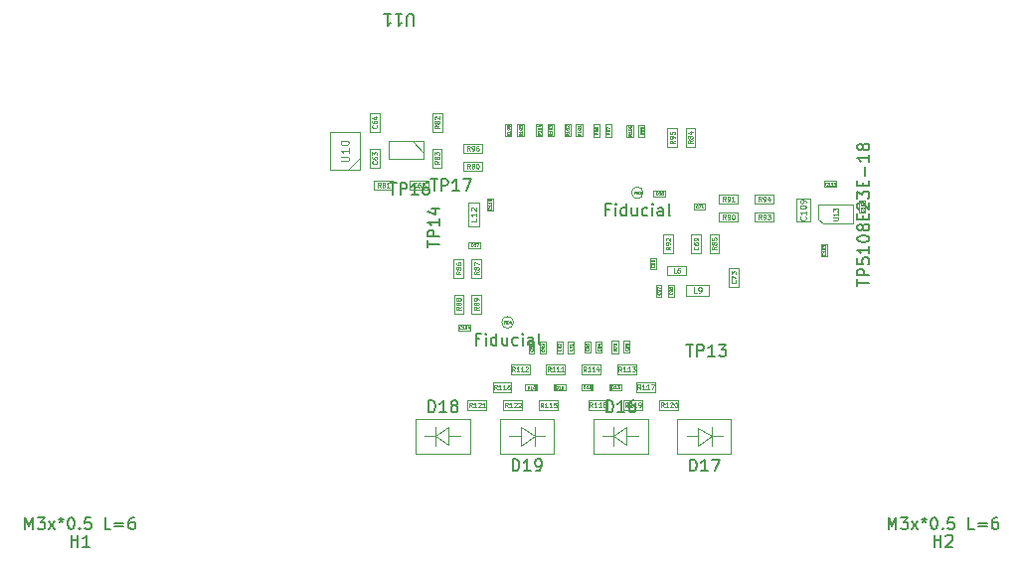
<source format=gbr>
G04 #@! TF.GenerationSoftware,KiCad,Pcbnew,8.0.0-rc1*
G04 #@! TF.CreationDate,2025-03-14T12:06:18+03:00*
G04 #@! TF.ProjectId,Movita_IO_Expansion_Board_V2.0,4d6f7669-7461-45f4-994f-5f457870616e,REV1*
G04 #@! TF.SameCoordinates,Original*
G04 #@! TF.FileFunction,AssemblyDrawing,Top*
%FSLAX46Y46*%
G04 Gerber Fmt 4.6, Leading zero omitted, Abs format (unit mm)*
G04 Created by KiCad (PCBNEW 8.0.0-rc1) date 2025-03-14 12:06:18*
%MOMM*%
%LPD*%
G01*
G04 APERTURE LIST*
%ADD10C,0.150000*%
%ADD11C,0.040000*%
%ADD12C,0.060000*%
%ADD13C,0.105000*%
%ADD14C,0.080000*%
%ADD15C,0.100000*%
G04 APERTURE END LIST*
D10*
D11*
X126939275Y-64889755D02*
X126927371Y-64901660D01*
X126927371Y-64901660D02*
X126891656Y-64913564D01*
X126891656Y-64913564D02*
X126867847Y-64913564D01*
X126867847Y-64913564D02*
X126832133Y-64901660D01*
X126832133Y-64901660D02*
X126808323Y-64877850D01*
X126808323Y-64877850D02*
X126796418Y-64854040D01*
X126796418Y-64854040D02*
X126784514Y-64806421D01*
X126784514Y-64806421D02*
X126784514Y-64770707D01*
X126784514Y-64770707D02*
X126796418Y-64723088D01*
X126796418Y-64723088D02*
X126808323Y-64699279D01*
X126808323Y-64699279D02*
X126832133Y-64675469D01*
X126832133Y-64675469D02*
X126867847Y-64663564D01*
X126867847Y-64663564D02*
X126891656Y-64663564D01*
X126891656Y-64663564D02*
X126927371Y-64675469D01*
X126927371Y-64675469D02*
X126939275Y-64687374D01*
X127153561Y-64663564D02*
X127105942Y-64663564D01*
X127105942Y-64663564D02*
X127082133Y-64675469D01*
X127082133Y-64675469D02*
X127070228Y-64687374D01*
X127070228Y-64687374D02*
X127046418Y-64723088D01*
X127046418Y-64723088D02*
X127034514Y-64770707D01*
X127034514Y-64770707D02*
X127034514Y-64865945D01*
X127034514Y-64865945D02*
X127046418Y-64889755D01*
X127046418Y-64889755D02*
X127058323Y-64901660D01*
X127058323Y-64901660D02*
X127082133Y-64913564D01*
X127082133Y-64913564D02*
X127129752Y-64913564D01*
X127129752Y-64913564D02*
X127153561Y-64901660D01*
X127153561Y-64901660D02*
X127165466Y-64889755D01*
X127165466Y-64889755D02*
X127177371Y-64865945D01*
X127177371Y-64865945D02*
X127177371Y-64806421D01*
X127177371Y-64806421D02*
X127165466Y-64782612D01*
X127165466Y-64782612D02*
X127153561Y-64770707D01*
X127153561Y-64770707D02*
X127129752Y-64758802D01*
X127129752Y-64758802D02*
X127082133Y-64758802D01*
X127082133Y-64758802D02*
X127058323Y-64770707D01*
X127058323Y-64770707D02*
X127046418Y-64782612D01*
X127046418Y-64782612D02*
X127034514Y-64806421D01*
X127391656Y-64663564D02*
X127344037Y-64663564D01*
X127344037Y-64663564D02*
X127320228Y-64675469D01*
X127320228Y-64675469D02*
X127308323Y-64687374D01*
X127308323Y-64687374D02*
X127284513Y-64723088D01*
X127284513Y-64723088D02*
X127272609Y-64770707D01*
X127272609Y-64770707D02*
X127272609Y-64865945D01*
X127272609Y-64865945D02*
X127284513Y-64889755D01*
X127284513Y-64889755D02*
X127296418Y-64901660D01*
X127296418Y-64901660D02*
X127320228Y-64913564D01*
X127320228Y-64913564D02*
X127367847Y-64913564D01*
X127367847Y-64913564D02*
X127391656Y-64901660D01*
X127391656Y-64901660D02*
X127403561Y-64889755D01*
X127403561Y-64889755D02*
X127415466Y-64865945D01*
X127415466Y-64865945D02*
X127415466Y-64806421D01*
X127415466Y-64806421D02*
X127403561Y-64782612D01*
X127403561Y-64782612D02*
X127391656Y-64770707D01*
X127391656Y-64770707D02*
X127367847Y-64758802D01*
X127367847Y-64758802D02*
X127320228Y-64758802D01*
X127320228Y-64758802D02*
X127296418Y-64770707D01*
X127296418Y-64770707D02*
X127284513Y-64782612D01*
X127284513Y-64782612D02*
X127272609Y-64806421D01*
D10*
X122598214Y-83484819D02*
X122598214Y-82484819D01*
X122598214Y-82484819D02*
X122836309Y-82484819D01*
X122836309Y-82484819D02*
X122979166Y-82532438D01*
X122979166Y-82532438D02*
X123074404Y-82627676D01*
X123074404Y-82627676D02*
X123122023Y-82722914D01*
X123122023Y-82722914D02*
X123169642Y-82913390D01*
X123169642Y-82913390D02*
X123169642Y-83056247D01*
X123169642Y-83056247D02*
X123122023Y-83246723D01*
X123122023Y-83246723D02*
X123074404Y-83341961D01*
X123074404Y-83341961D02*
X122979166Y-83437200D01*
X122979166Y-83437200D02*
X122836309Y-83484819D01*
X122836309Y-83484819D02*
X122598214Y-83484819D01*
X124122023Y-83484819D02*
X123550595Y-83484819D01*
X123836309Y-83484819D02*
X123836309Y-82484819D01*
X123836309Y-82484819D02*
X123741071Y-82627676D01*
X123741071Y-82627676D02*
X123645833Y-82722914D01*
X123645833Y-82722914D02*
X123550595Y-82770533D01*
X124979166Y-82484819D02*
X124788690Y-82484819D01*
X124788690Y-82484819D02*
X124693452Y-82532438D01*
X124693452Y-82532438D02*
X124645833Y-82580057D01*
X124645833Y-82580057D02*
X124550595Y-82722914D01*
X124550595Y-82722914D02*
X124502976Y-82913390D01*
X124502976Y-82913390D02*
X124502976Y-83294342D01*
X124502976Y-83294342D02*
X124550595Y-83389580D01*
X124550595Y-83389580D02*
X124598214Y-83437200D01*
X124598214Y-83437200D02*
X124693452Y-83484819D01*
X124693452Y-83484819D02*
X124883928Y-83484819D01*
X124883928Y-83484819D02*
X124979166Y-83437200D01*
X124979166Y-83437200D02*
X125026785Y-83389580D01*
X125026785Y-83389580D02*
X125074404Y-83294342D01*
X125074404Y-83294342D02*
X125074404Y-83056247D01*
X125074404Y-83056247D02*
X125026785Y-82961009D01*
X125026785Y-82961009D02*
X124979166Y-82913390D01*
X124979166Y-82913390D02*
X124883928Y-82865771D01*
X124883928Y-82865771D02*
X124693452Y-82865771D01*
X124693452Y-82865771D02*
X124598214Y-82913390D01*
X124598214Y-82913390D02*
X124550595Y-82961009D01*
X124550595Y-82961009D02*
X124502976Y-83056247D01*
D12*
X132732857Y-65481927D02*
X132599524Y-65291451D01*
X132504286Y-65481927D02*
X132504286Y-65081927D01*
X132504286Y-65081927D02*
X132656667Y-65081927D01*
X132656667Y-65081927D02*
X132694762Y-65100975D01*
X132694762Y-65100975D02*
X132713809Y-65120022D01*
X132713809Y-65120022D02*
X132732857Y-65158118D01*
X132732857Y-65158118D02*
X132732857Y-65215260D01*
X132732857Y-65215260D02*
X132713809Y-65253356D01*
X132713809Y-65253356D02*
X132694762Y-65272403D01*
X132694762Y-65272403D02*
X132656667Y-65291451D01*
X132656667Y-65291451D02*
X132504286Y-65291451D01*
X132923333Y-65481927D02*
X132999524Y-65481927D01*
X132999524Y-65481927D02*
X133037619Y-65462880D01*
X133037619Y-65462880D02*
X133056667Y-65443832D01*
X133056667Y-65443832D02*
X133094762Y-65386689D01*
X133094762Y-65386689D02*
X133113809Y-65310499D01*
X133113809Y-65310499D02*
X133113809Y-65158118D01*
X133113809Y-65158118D02*
X133094762Y-65120022D01*
X133094762Y-65120022D02*
X133075714Y-65100975D01*
X133075714Y-65100975D02*
X133037619Y-65081927D01*
X133037619Y-65081927D02*
X132961428Y-65081927D01*
X132961428Y-65081927D02*
X132923333Y-65100975D01*
X132923333Y-65100975D02*
X132904286Y-65120022D01*
X132904286Y-65120022D02*
X132885238Y-65158118D01*
X132885238Y-65158118D02*
X132885238Y-65253356D01*
X132885238Y-65253356D02*
X132904286Y-65291451D01*
X132904286Y-65291451D02*
X132923333Y-65310499D01*
X132923333Y-65310499D02*
X132961428Y-65329546D01*
X132961428Y-65329546D02*
X133037619Y-65329546D01*
X133037619Y-65329546D02*
X133075714Y-65310499D01*
X133075714Y-65310499D02*
X133094762Y-65291451D01*
X133094762Y-65291451D02*
X133113809Y-65253356D01*
X133494761Y-65481927D02*
X133266190Y-65481927D01*
X133380476Y-65481927D02*
X133380476Y-65081927D01*
X133380476Y-65081927D02*
X133342380Y-65139070D01*
X133342380Y-65139070D02*
X133304285Y-65177165D01*
X133304285Y-65177165D02*
X133266190Y-65196213D01*
X110962857Y-61161927D02*
X110829524Y-60971451D01*
X110734286Y-61161927D02*
X110734286Y-60761927D01*
X110734286Y-60761927D02*
X110886667Y-60761927D01*
X110886667Y-60761927D02*
X110924762Y-60780975D01*
X110924762Y-60780975D02*
X110943809Y-60800022D01*
X110943809Y-60800022D02*
X110962857Y-60838118D01*
X110962857Y-60838118D02*
X110962857Y-60895260D01*
X110962857Y-60895260D02*
X110943809Y-60933356D01*
X110943809Y-60933356D02*
X110924762Y-60952403D01*
X110924762Y-60952403D02*
X110886667Y-60971451D01*
X110886667Y-60971451D02*
X110734286Y-60971451D01*
X111153333Y-61161927D02*
X111229524Y-61161927D01*
X111229524Y-61161927D02*
X111267619Y-61142880D01*
X111267619Y-61142880D02*
X111286667Y-61123832D01*
X111286667Y-61123832D02*
X111324762Y-61066689D01*
X111324762Y-61066689D02*
X111343809Y-60990499D01*
X111343809Y-60990499D02*
X111343809Y-60838118D01*
X111343809Y-60838118D02*
X111324762Y-60800022D01*
X111324762Y-60800022D02*
X111305714Y-60780975D01*
X111305714Y-60780975D02*
X111267619Y-60761927D01*
X111267619Y-60761927D02*
X111191428Y-60761927D01*
X111191428Y-60761927D02*
X111153333Y-60780975D01*
X111153333Y-60780975D02*
X111134286Y-60800022D01*
X111134286Y-60800022D02*
X111115238Y-60838118D01*
X111115238Y-60838118D02*
X111115238Y-60933356D01*
X111115238Y-60933356D02*
X111134286Y-60971451D01*
X111134286Y-60971451D02*
X111153333Y-60990499D01*
X111153333Y-60990499D02*
X111191428Y-61009546D01*
X111191428Y-61009546D02*
X111267619Y-61009546D01*
X111267619Y-61009546D02*
X111305714Y-60990499D01*
X111305714Y-60990499D02*
X111324762Y-60971451D01*
X111324762Y-60971451D02*
X111343809Y-60933356D01*
X111686666Y-60761927D02*
X111610476Y-60761927D01*
X111610476Y-60761927D02*
X111572380Y-60780975D01*
X111572380Y-60780975D02*
X111553333Y-60800022D01*
X111553333Y-60800022D02*
X111515238Y-60857165D01*
X111515238Y-60857165D02*
X111496190Y-60933356D01*
X111496190Y-60933356D02*
X111496190Y-61085737D01*
X111496190Y-61085737D02*
X111515238Y-61123832D01*
X111515238Y-61123832D02*
X111534285Y-61142880D01*
X111534285Y-61142880D02*
X111572380Y-61161927D01*
X111572380Y-61161927D02*
X111648571Y-61161927D01*
X111648571Y-61161927D02*
X111686666Y-61142880D01*
X111686666Y-61142880D02*
X111705714Y-61123832D01*
X111705714Y-61123832D02*
X111724761Y-61085737D01*
X111724761Y-61085737D02*
X111724761Y-60990499D01*
X111724761Y-60990499D02*
X111705714Y-60952403D01*
X111705714Y-60952403D02*
X111686666Y-60933356D01*
X111686666Y-60933356D02*
X111648571Y-60914308D01*
X111648571Y-60914308D02*
X111572380Y-60914308D01*
X111572380Y-60914308D02*
X111534285Y-60933356D01*
X111534285Y-60933356D02*
X111515238Y-60952403D01*
X111515238Y-60952403D02*
X111496190Y-60990499D01*
D10*
X114595714Y-88474819D02*
X114595714Y-87474819D01*
X114595714Y-87474819D02*
X114833809Y-87474819D01*
X114833809Y-87474819D02*
X114976666Y-87522438D01*
X114976666Y-87522438D02*
X115071904Y-87617676D01*
X115071904Y-87617676D02*
X115119523Y-87712914D01*
X115119523Y-87712914D02*
X115167142Y-87903390D01*
X115167142Y-87903390D02*
X115167142Y-88046247D01*
X115167142Y-88046247D02*
X115119523Y-88236723D01*
X115119523Y-88236723D02*
X115071904Y-88331961D01*
X115071904Y-88331961D02*
X114976666Y-88427200D01*
X114976666Y-88427200D02*
X114833809Y-88474819D01*
X114833809Y-88474819D02*
X114595714Y-88474819D01*
X116119523Y-88474819D02*
X115548095Y-88474819D01*
X115833809Y-88474819D02*
X115833809Y-87474819D01*
X115833809Y-87474819D02*
X115738571Y-87617676D01*
X115738571Y-87617676D02*
X115643333Y-87712914D01*
X115643333Y-87712914D02*
X115548095Y-87760533D01*
X116595714Y-88474819D02*
X116786190Y-88474819D01*
X116786190Y-88474819D02*
X116881428Y-88427200D01*
X116881428Y-88427200D02*
X116929047Y-88379580D01*
X116929047Y-88379580D02*
X117024285Y-88236723D01*
X117024285Y-88236723D02*
X117071904Y-88046247D01*
X117071904Y-88046247D02*
X117071904Y-87665295D01*
X117071904Y-87665295D02*
X117024285Y-87570057D01*
X117024285Y-87570057D02*
X116976666Y-87522438D01*
X116976666Y-87522438D02*
X116881428Y-87474819D01*
X116881428Y-87474819D02*
X116690952Y-87474819D01*
X116690952Y-87474819D02*
X116595714Y-87522438D01*
X116595714Y-87522438D02*
X116548095Y-87570057D01*
X116548095Y-87570057D02*
X116500476Y-87665295D01*
X116500476Y-87665295D02*
X116500476Y-87903390D01*
X116500476Y-87903390D02*
X116548095Y-87998628D01*
X116548095Y-87998628D02*
X116595714Y-88046247D01*
X116595714Y-88046247D02*
X116690952Y-88093866D01*
X116690952Y-88093866D02*
X116881428Y-88093866D01*
X116881428Y-88093866D02*
X116976666Y-88046247D01*
X116976666Y-88046247D02*
X117024285Y-87998628D01*
X117024285Y-87998628D02*
X117071904Y-87903390D01*
D11*
X117269765Y-78110714D02*
X117281670Y-78122618D01*
X117281670Y-78122618D02*
X117293574Y-78158333D01*
X117293574Y-78158333D02*
X117293574Y-78182142D01*
X117293574Y-78182142D02*
X117281670Y-78217856D01*
X117281670Y-78217856D02*
X117257860Y-78241666D01*
X117257860Y-78241666D02*
X117234050Y-78253571D01*
X117234050Y-78253571D02*
X117186431Y-78265475D01*
X117186431Y-78265475D02*
X117150717Y-78265475D01*
X117150717Y-78265475D02*
X117103098Y-78253571D01*
X117103098Y-78253571D02*
X117079289Y-78241666D01*
X117079289Y-78241666D02*
X117055479Y-78217856D01*
X117055479Y-78217856D02*
X117043574Y-78182142D01*
X117043574Y-78182142D02*
X117043574Y-78158333D01*
X117043574Y-78158333D02*
X117055479Y-78122618D01*
X117055479Y-78122618D02*
X117067384Y-78110714D01*
X117293574Y-77991666D02*
X117293574Y-77944047D01*
X117293574Y-77944047D02*
X117281670Y-77920237D01*
X117281670Y-77920237D02*
X117269765Y-77908333D01*
X117269765Y-77908333D02*
X117234050Y-77884523D01*
X117234050Y-77884523D02*
X117186431Y-77872618D01*
X117186431Y-77872618D02*
X117091193Y-77872618D01*
X117091193Y-77872618D02*
X117067384Y-77884523D01*
X117067384Y-77884523D02*
X117055479Y-77896428D01*
X117055479Y-77896428D02*
X117043574Y-77920237D01*
X117043574Y-77920237D02*
X117043574Y-77967856D01*
X117043574Y-77967856D02*
X117055479Y-77991666D01*
X117055479Y-77991666D02*
X117067384Y-78003571D01*
X117067384Y-78003571D02*
X117091193Y-78015475D01*
X117091193Y-78015475D02*
X117150717Y-78015475D01*
X117150717Y-78015475D02*
X117174527Y-78003571D01*
X117174527Y-78003571D02*
X117186431Y-77991666D01*
X117186431Y-77991666D02*
X117198336Y-77967856D01*
X117198336Y-77967856D02*
X117198336Y-77920237D01*
X117198336Y-77920237D02*
X117186431Y-77896428D01*
X117186431Y-77896428D02*
X117174527Y-77884523D01*
X117174527Y-77884523D02*
X117150717Y-77872618D01*
X117067384Y-77777380D02*
X117055479Y-77765476D01*
X117055479Y-77765476D02*
X117043574Y-77741666D01*
X117043574Y-77741666D02*
X117043574Y-77682142D01*
X117043574Y-77682142D02*
X117055479Y-77658333D01*
X117055479Y-77658333D02*
X117067384Y-77646428D01*
X117067384Y-77646428D02*
X117091193Y-77634523D01*
X117091193Y-77634523D02*
X117115003Y-77634523D01*
X117115003Y-77634523D02*
X117150717Y-77646428D01*
X117150717Y-77646428D02*
X117293574Y-77789285D01*
X117293574Y-77789285D02*
X117293574Y-77634523D01*
D12*
X128513323Y-71581917D02*
X128322847Y-71581917D01*
X128322847Y-71581917D02*
X128322847Y-71181917D01*
X128818085Y-71181917D02*
X128741895Y-71181917D01*
X128741895Y-71181917D02*
X128703799Y-71200965D01*
X128703799Y-71200965D02*
X128684752Y-71220012D01*
X128684752Y-71220012D02*
X128646657Y-71277155D01*
X128646657Y-71277155D02*
X128627609Y-71353346D01*
X128627609Y-71353346D02*
X128627609Y-71505727D01*
X128627609Y-71505727D02*
X128646657Y-71543822D01*
X128646657Y-71543822D02*
X128665704Y-71562870D01*
X128665704Y-71562870D02*
X128703799Y-71581917D01*
X128703799Y-71581917D02*
X128779990Y-71581917D01*
X128779990Y-71581917D02*
X128818085Y-71562870D01*
X128818085Y-71562870D02*
X128837133Y-71543822D01*
X128837133Y-71543822D02*
X128856180Y-71505727D01*
X128856180Y-71505727D02*
X128856180Y-71410489D01*
X128856180Y-71410489D02*
X128837133Y-71372393D01*
X128837133Y-71372393D02*
X128818085Y-71353346D01*
X128818085Y-71353346D02*
X128779990Y-71334298D01*
X128779990Y-71334298D02*
X128703799Y-71334298D01*
X128703799Y-71334298D02*
X128665704Y-71353346D01*
X128665704Y-71353346D02*
X128646657Y-71372393D01*
X128646657Y-71372393D02*
X128627609Y-71410489D01*
X121397381Y-83031927D02*
X121264048Y-82841451D01*
X121168810Y-83031927D02*
X121168810Y-82631927D01*
X121168810Y-82631927D02*
X121321191Y-82631927D01*
X121321191Y-82631927D02*
X121359286Y-82650975D01*
X121359286Y-82650975D02*
X121378333Y-82670022D01*
X121378333Y-82670022D02*
X121397381Y-82708118D01*
X121397381Y-82708118D02*
X121397381Y-82765260D01*
X121397381Y-82765260D02*
X121378333Y-82803356D01*
X121378333Y-82803356D02*
X121359286Y-82822403D01*
X121359286Y-82822403D02*
X121321191Y-82841451D01*
X121321191Y-82841451D02*
X121168810Y-82841451D01*
X121778333Y-83031927D02*
X121549762Y-83031927D01*
X121664048Y-83031927D02*
X121664048Y-82631927D01*
X121664048Y-82631927D02*
X121625952Y-82689070D01*
X121625952Y-82689070D02*
X121587857Y-82727165D01*
X121587857Y-82727165D02*
X121549762Y-82746213D01*
X122159285Y-83031927D02*
X121930714Y-83031927D01*
X122045000Y-83031927D02*
X122045000Y-82631927D01*
X122045000Y-82631927D02*
X122006904Y-82689070D01*
X122006904Y-82689070D02*
X121968809Y-82727165D01*
X121968809Y-82727165D02*
X121930714Y-82746213D01*
X122387856Y-82803356D02*
X122349761Y-82784308D01*
X122349761Y-82784308D02*
X122330714Y-82765260D01*
X122330714Y-82765260D02*
X122311666Y-82727165D01*
X122311666Y-82727165D02*
X122311666Y-82708118D01*
X122311666Y-82708118D02*
X122330714Y-82670022D01*
X122330714Y-82670022D02*
X122349761Y-82650975D01*
X122349761Y-82650975D02*
X122387856Y-82631927D01*
X122387856Y-82631927D02*
X122464047Y-82631927D01*
X122464047Y-82631927D02*
X122502142Y-82650975D01*
X122502142Y-82650975D02*
X122521190Y-82670022D01*
X122521190Y-82670022D02*
X122540237Y-82708118D01*
X122540237Y-82708118D02*
X122540237Y-82727165D01*
X122540237Y-82727165D02*
X122521190Y-82765260D01*
X122521190Y-82765260D02*
X122502142Y-82784308D01*
X122502142Y-82784308D02*
X122464047Y-82803356D01*
X122464047Y-82803356D02*
X122387856Y-82803356D01*
X122387856Y-82803356D02*
X122349761Y-82822403D01*
X122349761Y-82822403D02*
X122330714Y-82841451D01*
X122330714Y-82841451D02*
X122311666Y-82879546D01*
X122311666Y-82879546D02*
X122311666Y-82955737D01*
X122311666Y-82955737D02*
X122330714Y-82993832D01*
X122330714Y-82993832D02*
X122349761Y-83012880D01*
X122349761Y-83012880D02*
X122387856Y-83031927D01*
X122387856Y-83031927D02*
X122464047Y-83031927D01*
X122464047Y-83031927D02*
X122502142Y-83012880D01*
X122502142Y-83012880D02*
X122521190Y-82993832D01*
X122521190Y-82993832D02*
X122540237Y-82955737D01*
X122540237Y-82955737D02*
X122540237Y-82879546D01*
X122540237Y-82879546D02*
X122521190Y-82841451D01*
X122521190Y-82841451D02*
X122502142Y-82822403D01*
X122502142Y-82822403D02*
X122464047Y-82803356D01*
D11*
X115378190Y-59730941D02*
X115254381Y-59817608D01*
X115378190Y-59879513D02*
X115118190Y-59879513D01*
X115118190Y-59879513D02*
X115118190Y-59780465D01*
X115118190Y-59780465D02*
X115130571Y-59755703D01*
X115130571Y-59755703D02*
X115142952Y-59743322D01*
X115142952Y-59743322D02*
X115167714Y-59730941D01*
X115167714Y-59730941D02*
X115204857Y-59730941D01*
X115204857Y-59730941D02*
X115229619Y-59743322D01*
X115229619Y-59743322D02*
X115242000Y-59755703D01*
X115242000Y-59755703D02*
X115254381Y-59780465D01*
X115254381Y-59780465D02*
X115254381Y-59879513D01*
X115378190Y-59483322D02*
X115378190Y-59631894D01*
X115378190Y-59557608D02*
X115118190Y-59557608D01*
X115118190Y-59557608D02*
X115155333Y-59582370D01*
X115155333Y-59582370D02*
X115180095Y-59607132D01*
X115180095Y-59607132D02*
X115192476Y-59631894D01*
X115118190Y-59322370D02*
X115118190Y-59297608D01*
X115118190Y-59297608D02*
X115130571Y-59272846D01*
X115130571Y-59272846D02*
X115142952Y-59260465D01*
X115142952Y-59260465D02*
X115167714Y-59248084D01*
X115167714Y-59248084D02*
X115217238Y-59235703D01*
X115217238Y-59235703D02*
X115279143Y-59235703D01*
X115279143Y-59235703D02*
X115328667Y-59248084D01*
X115328667Y-59248084D02*
X115353429Y-59260465D01*
X115353429Y-59260465D02*
X115365810Y-59272846D01*
X115365810Y-59272846D02*
X115378190Y-59297608D01*
X115378190Y-59297608D02*
X115378190Y-59322370D01*
X115378190Y-59322370D02*
X115365810Y-59347132D01*
X115365810Y-59347132D02*
X115353429Y-59359513D01*
X115353429Y-59359513D02*
X115328667Y-59371894D01*
X115328667Y-59371894D02*
X115279143Y-59384275D01*
X115279143Y-59384275D02*
X115217238Y-59384275D01*
X115217238Y-59384275D02*
X115167714Y-59371894D01*
X115167714Y-59371894D02*
X115142952Y-59359513D01*
X115142952Y-59359513D02*
X115130571Y-59347132D01*
X115130571Y-59347132D02*
X115118190Y-59322370D01*
X115118190Y-59000465D02*
X115118190Y-59124275D01*
X115118190Y-59124275D02*
X115242000Y-59136656D01*
X115242000Y-59136656D02*
X115229619Y-59124275D01*
X115229619Y-59124275D02*
X115217238Y-59099513D01*
X115217238Y-59099513D02*
X115217238Y-59037608D01*
X115217238Y-59037608D02*
X115229619Y-59012846D01*
X115229619Y-59012846D02*
X115242000Y-59000465D01*
X115242000Y-59000465D02*
X115266762Y-58988084D01*
X115266762Y-58988084D02*
X115328667Y-58988084D01*
X115328667Y-58988084D02*
X115353429Y-59000465D01*
X115353429Y-59000465D02*
X115365810Y-59012846D01*
X115365810Y-59012846D02*
X115378190Y-59037608D01*
X115378190Y-59037608D02*
X115378190Y-59099513D01*
X115378190Y-59099513D02*
X115365810Y-59124275D01*
X115365810Y-59124275D02*
X115353429Y-59136656D01*
D12*
X125482381Y-81511927D02*
X125349048Y-81321451D01*
X125253810Y-81511927D02*
X125253810Y-81111927D01*
X125253810Y-81111927D02*
X125406191Y-81111927D01*
X125406191Y-81111927D02*
X125444286Y-81130975D01*
X125444286Y-81130975D02*
X125463333Y-81150022D01*
X125463333Y-81150022D02*
X125482381Y-81188118D01*
X125482381Y-81188118D02*
X125482381Y-81245260D01*
X125482381Y-81245260D02*
X125463333Y-81283356D01*
X125463333Y-81283356D02*
X125444286Y-81302403D01*
X125444286Y-81302403D02*
X125406191Y-81321451D01*
X125406191Y-81321451D02*
X125253810Y-81321451D01*
X125863333Y-81511927D02*
X125634762Y-81511927D01*
X125749048Y-81511927D02*
X125749048Y-81111927D01*
X125749048Y-81111927D02*
X125710952Y-81169070D01*
X125710952Y-81169070D02*
X125672857Y-81207165D01*
X125672857Y-81207165D02*
X125634762Y-81226213D01*
X126244285Y-81511927D02*
X126015714Y-81511927D01*
X126130000Y-81511927D02*
X126130000Y-81111927D01*
X126130000Y-81111927D02*
X126091904Y-81169070D01*
X126091904Y-81169070D02*
X126053809Y-81207165D01*
X126053809Y-81207165D02*
X126015714Y-81226213D01*
X126377618Y-81111927D02*
X126644285Y-81111927D01*
X126644285Y-81111927D02*
X126472856Y-81511927D01*
D11*
X123043928Y-81453574D02*
X123043928Y-81203574D01*
X123043928Y-81203574D02*
X123103452Y-81203574D01*
X123103452Y-81203574D02*
X123139166Y-81215479D01*
X123139166Y-81215479D02*
X123162976Y-81239289D01*
X123162976Y-81239289D02*
X123174881Y-81263098D01*
X123174881Y-81263098D02*
X123186785Y-81310717D01*
X123186785Y-81310717D02*
X123186785Y-81346431D01*
X123186785Y-81346431D02*
X123174881Y-81394050D01*
X123174881Y-81394050D02*
X123162976Y-81417860D01*
X123162976Y-81417860D02*
X123139166Y-81441670D01*
X123139166Y-81441670D02*
X123103452Y-81453574D01*
X123103452Y-81453574D02*
X123043928Y-81453574D01*
X123424881Y-81453574D02*
X123282024Y-81453574D01*
X123353452Y-81453574D02*
X123353452Y-81203574D01*
X123353452Y-81203574D02*
X123329643Y-81239289D01*
X123329643Y-81239289D02*
X123305833Y-81263098D01*
X123305833Y-81263098D02*
X123282024Y-81275003D01*
X123508214Y-81203574D02*
X123662976Y-81203574D01*
X123662976Y-81203574D02*
X123579642Y-81298812D01*
X123579642Y-81298812D02*
X123615357Y-81298812D01*
X123615357Y-81298812D02*
X123639166Y-81310717D01*
X123639166Y-81310717D02*
X123651071Y-81322622D01*
X123651071Y-81322622D02*
X123662976Y-81346431D01*
X123662976Y-81346431D02*
X123662976Y-81405955D01*
X123662976Y-81405955D02*
X123651071Y-81429765D01*
X123651071Y-81429765D02*
X123639166Y-81441670D01*
X123639166Y-81441670D02*
X123615357Y-81453574D01*
X123615357Y-81453574D02*
X123543928Y-81453574D01*
X123543928Y-81453574D02*
X123520119Y-81441670D01*
X123520119Y-81441670D02*
X123508214Y-81429765D01*
D10*
X106173094Y-50543180D02*
X106173094Y-49733657D01*
X106173094Y-49733657D02*
X106125475Y-49638419D01*
X106125475Y-49638419D02*
X106077856Y-49590800D01*
X106077856Y-49590800D02*
X105982618Y-49543180D01*
X105982618Y-49543180D02*
X105792142Y-49543180D01*
X105792142Y-49543180D02*
X105696904Y-49590800D01*
X105696904Y-49590800D02*
X105649285Y-49638419D01*
X105649285Y-49638419D02*
X105601666Y-49733657D01*
X105601666Y-49733657D02*
X105601666Y-50543180D01*
X104601666Y-49543180D02*
X105173094Y-49543180D01*
X104887380Y-49543180D02*
X104887380Y-50543180D01*
X104887380Y-50543180D02*
X104982618Y-50400323D01*
X104982618Y-50400323D02*
X105077856Y-50305085D01*
X105077856Y-50305085D02*
X105173094Y-50257466D01*
X103649285Y-49543180D02*
X104220713Y-49543180D01*
X103934999Y-49543180D02*
X103934999Y-50543180D01*
X103934999Y-50543180D02*
X104030237Y-50400323D01*
X104030237Y-50400323D02*
X104125475Y-50305085D01*
X104125475Y-50305085D02*
X104220713Y-50257466D01*
D11*
X117968190Y-59710941D02*
X117844381Y-59797608D01*
X117968190Y-59859513D02*
X117708190Y-59859513D01*
X117708190Y-59859513D02*
X117708190Y-59760465D01*
X117708190Y-59760465D02*
X117720571Y-59735703D01*
X117720571Y-59735703D02*
X117732952Y-59723322D01*
X117732952Y-59723322D02*
X117757714Y-59710941D01*
X117757714Y-59710941D02*
X117794857Y-59710941D01*
X117794857Y-59710941D02*
X117819619Y-59723322D01*
X117819619Y-59723322D02*
X117832000Y-59735703D01*
X117832000Y-59735703D02*
X117844381Y-59760465D01*
X117844381Y-59760465D02*
X117844381Y-59859513D01*
X117968190Y-59463322D02*
X117968190Y-59611894D01*
X117968190Y-59537608D02*
X117708190Y-59537608D01*
X117708190Y-59537608D02*
X117745333Y-59562370D01*
X117745333Y-59562370D02*
X117770095Y-59587132D01*
X117770095Y-59587132D02*
X117782476Y-59611894D01*
X117708190Y-59302370D02*
X117708190Y-59277608D01*
X117708190Y-59277608D02*
X117720571Y-59252846D01*
X117720571Y-59252846D02*
X117732952Y-59240465D01*
X117732952Y-59240465D02*
X117757714Y-59228084D01*
X117757714Y-59228084D02*
X117807238Y-59215703D01*
X117807238Y-59215703D02*
X117869143Y-59215703D01*
X117869143Y-59215703D02*
X117918667Y-59228084D01*
X117918667Y-59228084D02*
X117943429Y-59240465D01*
X117943429Y-59240465D02*
X117955810Y-59252846D01*
X117955810Y-59252846D02*
X117968190Y-59277608D01*
X117968190Y-59277608D02*
X117968190Y-59302370D01*
X117968190Y-59302370D02*
X117955810Y-59327132D01*
X117955810Y-59327132D02*
X117943429Y-59339513D01*
X117943429Y-59339513D02*
X117918667Y-59351894D01*
X117918667Y-59351894D02*
X117869143Y-59364275D01*
X117869143Y-59364275D02*
X117807238Y-59364275D01*
X117807238Y-59364275D02*
X117757714Y-59351894D01*
X117757714Y-59351894D02*
X117732952Y-59339513D01*
X117732952Y-59339513D02*
X117720571Y-59327132D01*
X117720571Y-59327132D02*
X117708190Y-59302370D01*
X117708190Y-59129037D02*
X117708190Y-58968084D01*
X117708190Y-58968084D02*
X117807238Y-59054751D01*
X117807238Y-59054751D02*
X117807238Y-59017608D01*
X117807238Y-59017608D02*
X117819619Y-58992846D01*
X117819619Y-58992846D02*
X117832000Y-58980465D01*
X117832000Y-58980465D02*
X117856762Y-58968084D01*
X117856762Y-58968084D02*
X117918667Y-58968084D01*
X117918667Y-58968084D02*
X117943429Y-58980465D01*
X117943429Y-58980465D02*
X117955810Y-58992846D01*
X117955810Y-58992846D02*
X117968190Y-59017608D01*
X117968190Y-59017608D02*
X117968190Y-59091894D01*
X117968190Y-59091894D02*
X117955810Y-59116656D01*
X117955810Y-59116656D02*
X117943429Y-59129037D01*
X124399765Y-78060714D02*
X124411670Y-78072618D01*
X124411670Y-78072618D02*
X124423574Y-78108333D01*
X124423574Y-78108333D02*
X124423574Y-78132142D01*
X124423574Y-78132142D02*
X124411670Y-78167856D01*
X124411670Y-78167856D02*
X124387860Y-78191666D01*
X124387860Y-78191666D02*
X124364050Y-78203571D01*
X124364050Y-78203571D02*
X124316431Y-78215475D01*
X124316431Y-78215475D02*
X124280717Y-78215475D01*
X124280717Y-78215475D02*
X124233098Y-78203571D01*
X124233098Y-78203571D02*
X124209289Y-78191666D01*
X124209289Y-78191666D02*
X124185479Y-78167856D01*
X124185479Y-78167856D02*
X124173574Y-78132142D01*
X124173574Y-78132142D02*
X124173574Y-78108333D01*
X124173574Y-78108333D02*
X124185479Y-78072618D01*
X124185479Y-78072618D02*
X124197384Y-78060714D01*
X124423574Y-77941666D02*
X124423574Y-77894047D01*
X124423574Y-77894047D02*
X124411670Y-77870237D01*
X124411670Y-77870237D02*
X124399765Y-77858333D01*
X124399765Y-77858333D02*
X124364050Y-77834523D01*
X124364050Y-77834523D02*
X124316431Y-77822618D01*
X124316431Y-77822618D02*
X124221193Y-77822618D01*
X124221193Y-77822618D02*
X124197384Y-77834523D01*
X124197384Y-77834523D02*
X124185479Y-77846428D01*
X124185479Y-77846428D02*
X124173574Y-77870237D01*
X124173574Y-77870237D02*
X124173574Y-77917856D01*
X124173574Y-77917856D02*
X124185479Y-77941666D01*
X124185479Y-77941666D02*
X124197384Y-77953571D01*
X124197384Y-77953571D02*
X124221193Y-77965475D01*
X124221193Y-77965475D02*
X124280717Y-77965475D01*
X124280717Y-77965475D02*
X124304527Y-77953571D01*
X124304527Y-77953571D02*
X124316431Y-77941666D01*
X124316431Y-77941666D02*
X124328336Y-77917856D01*
X124328336Y-77917856D02*
X124328336Y-77870237D01*
X124328336Y-77870237D02*
X124316431Y-77846428D01*
X124316431Y-77846428D02*
X124304527Y-77834523D01*
X124304527Y-77834523D02*
X124280717Y-77822618D01*
X124173574Y-77739285D02*
X124173574Y-77584523D01*
X124173574Y-77584523D02*
X124268812Y-77667857D01*
X124268812Y-77667857D02*
X124268812Y-77632142D01*
X124268812Y-77632142D02*
X124280717Y-77608333D01*
X124280717Y-77608333D02*
X124292622Y-77596428D01*
X124292622Y-77596428D02*
X124316431Y-77584523D01*
X124316431Y-77584523D02*
X124375955Y-77584523D01*
X124375955Y-77584523D02*
X124399765Y-77596428D01*
X124399765Y-77596428D02*
X124411670Y-77608333D01*
X124411670Y-77608333D02*
X124423574Y-77632142D01*
X124423574Y-77632142D02*
X124423574Y-77703571D01*
X124423574Y-77703571D02*
X124411670Y-77727380D01*
X124411670Y-77727380D02*
X124399765Y-77739285D01*
D12*
X110967857Y-62691927D02*
X110834524Y-62501451D01*
X110739286Y-62691927D02*
X110739286Y-62291927D01*
X110739286Y-62291927D02*
X110891667Y-62291927D01*
X110891667Y-62291927D02*
X110929762Y-62310975D01*
X110929762Y-62310975D02*
X110948809Y-62330022D01*
X110948809Y-62330022D02*
X110967857Y-62368118D01*
X110967857Y-62368118D02*
X110967857Y-62425260D01*
X110967857Y-62425260D02*
X110948809Y-62463356D01*
X110948809Y-62463356D02*
X110929762Y-62482403D01*
X110929762Y-62482403D02*
X110891667Y-62501451D01*
X110891667Y-62501451D02*
X110739286Y-62501451D01*
X111196428Y-62463356D02*
X111158333Y-62444308D01*
X111158333Y-62444308D02*
X111139286Y-62425260D01*
X111139286Y-62425260D02*
X111120238Y-62387165D01*
X111120238Y-62387165D02*
X111120238Y-62368118D01*
X111120238Y-62368118D02*
X111139286Y-62330022D01*
X111139286Y-62330022D02*
X111158333Y-62310975D01*
X111158333Y-62310975D02*
X111196428Y-62291927D01*
X111196428Y-62291927D02*
X111272619Y-62291927D01*
X111272619Y-62291927D02*
X111310714Y-62310975D01*
X111310714Y-62310975D02*
X111329762Y-62330022D01*
X111329762Y-62330022D02*
X111348809Y-62368118D01*
X111348809Y-62368118D02*
X111348809Y-62387165D01*
X111348809Y-62387165D02*
X111329762Y-62425260D01*
X111329762Y-62425260D02*
X111310714Y-62444308D01*
X111310714Y-62444308D02*
X111272619Y-62463356D01*
X111272619Y-62463356D02*
X111196428Y-62463356D01*
X111196428Y-62463356D02*
X111158333Y-62482403D01*
X111158333Y-62482403D02*
X111139286Y-62501451D01*
X111139286Y-62501451D02*
X111120238Y-62539546D01*
X111120238Y-62539546D02*
X111120238Y-62615737D01*
X111120238Y-62615737D02*
X111139286Y-62653832D01*
X111139286Y-62653832D02*
X111158333Y-62672880D01*
X111158333Y-62672880D02*
X111196428Y-62691927D01*
X111196428Y-62691927D02*
X111272619Y-62691927D01*
X111272619Y-62691927D02*
X111310714Y-62672880D01*
X111310714Y-62672880D02*
X111329762Y-62653832D01*
X111329762Y-62653832D02*
X111348809Y-62615737D01*
X111348809Y-62615737D02*
X111348809Y-62539546D01*
X111348809Y-62539546D02*
X111329762Y-62501451D01*
X111329762Y-62501451D02*
X111310714Y-62482403D01*
X111310714Y-62482403D02*
X111272619Y-62463356D01*
X111596428Y-62291927D02*
X111634523Y-62291927D01*
X111634523Y-62291927D02*
X111672619Y-62310975D01*
X111672619Y-62310975D02*
X111691666Y-62330022D01*
X111691666Y-62330022D02*
X111710714Y-62368118D01*
X111710714Y-62368118D02*
X111729761Y-62444308D01*
X111729761Y-62444308D02*
X111729761Y-62539546D01*
X111729761Y-62539546D02*
X111710714Y-62615737D01*
X111710714Y-62615737D02*
X111691666Y-62653832D01*
X111691666Y-62653832D02*
X111672619Y-62672880D01*
X111672619Y-62672880D02*
X111634523Y-62691927D01*
X111634523Y-62691927D02*
X111596428Y-62691927D01*
X111596428Y-62691927D02*
X111558333Y-62672880D01*
X111558333Y-62672880D02*
X111539285Y-62653832D01*
X111539285Y-62653832D02*
X111520238Y-62615737D01*
X111520238Y-62615737D02*
X111501190Y-62539546D01*
X111501190Y-62539546D02*
X111501190Y-62444308D01*
X111501190Y-62444308D02*
X111520238Y-62368118D01*
X111520238Y-62368118D02*
X111539285Y-62330022D01*
X111539285Y-62330022D02*
X111558333Y-62310975D01*
X111558333Y-62310975D02*
X111596428Y-62291927D01*
D11*
X128149755Y-73270704D02*
X128161660Y-73282608D01*
X128161660Y-73282608D02*
X128173564Y-73318323D01*
X128173564Y-73318323D02*
X128173564Y-73342132D01*
X128173564Y-73342132D02*
X128161660Y-73377846D01*
X128161660Y-73377846D02*
X128137850Y-73401656D01*
X128137850Y-73401656D02*
X128114040Y-73413561D01*
X128114040Y-73413561D02*
X128066421Y-73425465D01*
X128066421Y-73425465D02*
X128030707Y-73425465D01*
X128030707Y-73425465D02*
X127983088Y-73413561D01*
X127983088Y-73413561D02*
X127959279Y-73401656D01*
X127959279Y-73401656D02*
X127935469Y-73377846D01*
X127935469Y-73377846D02*
X127923564Y-73342132D01*
X127923564Y-73342132D02*
X127923564Y-73318323D01*
X127923564Y-73318323D02*
X127935469Y-73282608D01*
X127935469Y-73282608D02*
X127947374Y-73270704D01*
X128173564Y-73151656D02*
X128173564Y-73104037D01*
X128173564Y-73104037D02*
X128161660Y-73080227D01*
X128161660Y-73080227D02*
X128149755Y-73068323D01*
X128149755Y-73068323D02*
X128114040Y-73044513D01*
X128114040Y-73044513D02*
X128066421Y-73032608D01*
X128066421Y-73032608D02*
X127971183Y-73032608D01*
X127971183Y-73032608D02*
X127947374Y-73044513D01*
X127947374Y-73044513D02*
X127935469Y-73056418D01*
X127935469Y-73056418D02*
X127923564Y-73080227D01*
X127923564Y-73080227D02*
X127923564Y-73127846D01*
X127923564Y-73127846D02*
X127935469Y-73151656D01*
X127935469Y-73151656D02*
X127947374Y-73163561D01*
X127947374Y-73163561D02*
X127971183Y-73175465D01*
X127971183Y-73175465D02*
X128030707Y-73175465D01*
X128030707Y-73175465D02*
X128054517Y-73163561D01*
X128054517Y-73163561D02*
X128066421Y-73151656D01*
X128066421Y-73151656D02*
X128078326Y-73127846D01*
X128078326Y-73127846D02*
X128078326Y-73080227D01*
X128078326Y-73080227D02*
X128066421Y-73056418D01*
X128066421Y-73056418D02*
X128054517Y-73044513D01*
X128054517Y-73044513D02*
X128030707Y-73032608D01*
X127923564Y-72818323D02*
X127923564Y-72865942D01*
X127923564Y-72865942D02*
X127935469Y-72889751D01*
X127935469Y-72889751D02*
X127947374Y-72901656D01*
X127947374Y-72901656D02*
X127983088Y-72925466D01*
X127983088Y-72925466D02*
X128030707Y-72937370D01*
X128030707Y-72937370D02*
X128125945Y-72937370D01*
X128125945Y-72937370D02*
X128149755Y-72925466D01*
X128149755Y-72925466D02*
X128161660Y-72913561D01*
X128161660Y-72913561D02*
X128173564Y-72889751D01*
X128173564Y-72889751D02*
X128173564Y-72842132D01*
X128173564Y-72842132D02*
X128161660Y-72818323D01*
X128161660Y-72818323D02*
X128149755Y-72806418D01*
X128149755Y-72806418D02*
X128125945Y-72794513D01*
X128125945Y-72794513D02*
X128066421Y-72794513D01*
X128066421Y-72794513D02*
X128042612Y-72806418D01*
X128042612Y-72806418D02*
X128030707Y-72818323D01*
X128030707Y-72818323D02*
X128018802Y-72842132D01*
X128018802Y-72842132D02*
X128018802Y-72889751D01*
X128018802Y-72889751D02*
X128030707Y-72913561D01*
X128030707Y-72913561D02*
X128042612Y-72925466D01*
X128042612Y-72925466D02*
X128066421Y-72937370D01*
D12*
X124407381Y-83031927D02*
X124274048Y-82841451D01*
X124178810Y-83031927D02*
X124178810Y-82631927D01*
X124178810Y-82631927D02*
X124331191Y-82631927D01*
X124331191Y-82631927D02*
X124369286Y-82650975D01*
X124369286Y-82650975D02*
X124388333Y-82670022D01*
X124388333Y-82670022D02*
X124407381Y-82708118D01*
X124407381Y-82708118D02*
X124407381Y-82765260D01*
X124407381Y-82765260D02*
X124388333Y-82803356D01*
X124388333Y-82803356D02*
X124369286Y-82822403D01*
X124369286Y-82822403D02*
X124331191Y-82841451D01*
X124331191Y-82841451D02*
X124178810Y-82841451D01*
X124788333Y-83031927D02*
X124559762Y-83031927D01*
X124674048Y-83031927D02*
X124674048Y-82631927D01*
X124674048Y-82631927D02*
X124635952Y-82689070D01*
X124635952Y-82689070D02*
X124597857Y-82727165D01*
X124597857Y-82727165D02*
X124559762Y-82746213D01*
X125169285Y-83031927D02*
X124940714Y-83031927D01*
X125055000Y-83031927D02*
X125055000Y-82631927D01*
X125055000Y-82631927D02*
X125016904Y-82689070D01*
X125016904Y-82689070D02*
X124978809Y-82727165D01*
X124978809Y-82727165D02*
X124940714Y-82746213D01*
X125359761Y-83031927D02*
X125435952Y-83031927D01*
X125435952Y-83031927D02*
X125474047Y-83012880D01*
X125474047Y-83012880D02*
X125493095Y-82993832D01*
X125493095Y-82993832D02*
X125531190Y-82936689D01*
X125531190Y-82936689D02*
X125550237Y-82860499D01*
X125550237Y-82860499D02*
X125550237Y-82708118D01*
X125550237Y-82708118D02*
X125531190Y-82670022D01*
X125531190Y-82670022D02*
X125512142Y-82650975D01*
X125512142Y-82650975D02*
X125474047Y-82631927D01*
X125474047Y-82631927D02*
X125397856Y-82631927D01*
X125397856Y-82631927D02*
X125359761Y-82650975D01*
X125359761Y-82650975D02*
X125340714Y-82670022D01*
X125340714Y-82670022D02*
X125321666Y-82708118D01*
X125321666Y-82708118D02*
X125321666Y-82803356D01*
X125321666Y-82803356D02*
X125340714Y-82841451D01*
X125340714Y-82841451D02*
X125359761Y-82860499D01*
X125359761Y-82860499D02*
X125397856Y-82879546D01*
X125397856Y-82879546D02*
X125474047Y-82879546D01*
X125474047Y-82879546D02*
X125512142Y-82860499D01*
X125512142Y-82860499D02*
X125531190Y-82841451D01*
X125531190Y-82841451D02*
X125550237Y-82803356D01*
X103003832Y-59012142D02*
X103022880Y-59031190D01*
X103022880Y-59031190D02*
X103041927Y-59088332D01*
X103041927Y-59088332D02*
X103041927Y-59126428D01*
X103041927Y-59126428D02*
X103022880Y-59183571D01*
X103022880Y-59183571D02*
X102984784Y-59221666D01*
X102984784Y-59221666D02*
X102946689Y-59240713D01*
X102946689Y-59240713D02*
X102870499Y-59259761D01*
X102870499Y-59259761D02*
X102813356Y-59259761D01*
X102813356Y-59259761D02*
X102737165Y-59240713D01*
X102737165Y-59240713D02*
X102699070Y-59221666D01*
X102699070Y-59221666D02*
X102660975Y-59183571D01*
X102660975Y-59183571D02*
X102641927Y-59126428D01*
X102641927Y-59126428D02*
X102641927Y-59088332D01*
X102641927Y-59088332D02*
X102660975Y-59031190D01*
X102660975Y-59031190D02*
X102680022Y-59012142D01*
X102641927Y-58669285D02*
X102641927Y-58745475D01*
X102641927Y-58745475D02*
X102660975Y-58783571D01*
X102660975Y-58783571D02*
X102680022Y-58802618D01*
X102680022Y-58802618D02*
X102737165Y-58840713D01*
X102737165Y-58840713D02*
X102813356Y-58859761D01*
X102813356Y-58859761D02*
X102965737Y-58859761D01*
X102965737Y-58859761D02*
X103003832Y-58840713D01*
X103003832Y-58840713D02*
X103022880Y-58821666D01*
X103022880Y-58821666D02*
X103041927Y-58783571D01*
X103041927Y-58783571D02*
X103041927Y-58707380D01*
X103041927Y-58707380D02*
X103022880Y-58669285D01*
X103022880Y-58669285D02*
X103003832Y-58650237D01*
X103003832Y-58650237D02*
X102965737Y-58631190D01*
X102965737Y-58631190D02*
X102870499Y-58631190D01*
X102870499Y-58631190D02*
X102832403Y-58650237D01*
X102832403Y-58650237D02*
X102813356Y-58669285D01*
X102813356Y-58669285D02*
X102794308Y-58707380D01*
X102794308Y-58707380D02*
X102794308Y-58783571D01*
X102794308Y-58783571D02*
X102813356Y-58821666D01*
X102813356Y-58821666D02*
X102832403Y-58840713D01*
X102832403Y-58840713D02*
X102870499Y-58859761D01*
X102775260Y-58288333D02*
X103041927Y-58288333D01*
X102622880Y-58383571D02*
X102908594Y-58478809D01*
X102908594Y-58478809D02*
X102908594Y-58231190D01*
D10*
X129391895Y-77704809D02*
X129963323Y-77704809D01*
X129677609Y-78704809D02*
X129677609Y-77704809D01*
X130296657Y-78704809D02*
X130296657Y-77704809D01*
X130296657Y-77704809D02*
X130677609Y-77704809D01*
X130677609Y-77704809D02*
X130772847Y-77752428D01*
X130772847Y-77752428D02*
X130820466Y-77800047D01*
X130820466Y-77800047D02*
X130868085Y-77895285D01*
X130868085Y-77895285D02*
X130868085Y-78038142D01*
X130868085Y-78038142D02*
X130820466Y-78133380D01*
X130820466Y-78133380D02*
X130772847Y-78180999D01*
X130772847Y-78180999D02*
X130677609Y-78228618D01*
X130677609Y-78228618D02*
X130296657Y-78228618D01*
X131820466Y-78704809D02*
X131249038Y-78704809D01*
X131534752Y-78704809D02*
X131534752Y-77704809D01*
X131534752Y-77704809D02*
X131439514Y-77847666D01*
X131439514Y-77847666D02*
X131344276Y-77942904D01*
X131344276Y-77942904D02*
X131249038Y-77990523D01*
X132153800Y-77704809D02*
X132772847Y-77704809D01*
X132772847Y-77704809D02*
X132439514Y-78085761D01*
X132439514Y-78085761D02*
X132582371Y-78085761D01*
X132582371Y-78085761D02*
X132677609Y-78133380D01*
X132677609Y-78133380D02*
X132725228Y-78180999D01*
X132725228Y-78180999D02*
X132772847Y-78276237D01*
X132772847Y-78276237D02*
X132772847Y-78514332D01*
X132772847Y-78514332D02*
X132725228Y-78609570D01*
X132725228Y-78609570D02*
X132677609Y-78657190D01*
X132677609Y-78657190D02*
X132582371Y-78704809D01*
X132582371Y-78704809D02*
X132296657Y-78704809D01*
X132296657Y-78704809D02*
X132201419Y-78657190D01*
X132201419Y-78657190D02*
X132153800Y-78609570D01*
D12*
X108356927Y-59032142D02*
X108166451Y-59165475D01*
X108356927Y-59260713D02*
X107956927Y-59260713D01*
X107956927Y-59260713D02*
X107956927Y-59108332D01*
X107956927Y-59108332D02*
X107975975Y-59070237D01*
X107975975Y-59070237D02*
X107995022Y-59051190D01*
X107995022Y-59051190D02*
X108033118Y-59032142D01*
X108033118Y-59032142D02*
X108090260Y-59032142D01*
X108090260Y-59032142D02*
X108128356Y-59051190D01*
X108128356Y-59051190D02*
X108147403Y-59070237D01*
X108147403Y-59070237D02*
X108166451Y-59108332D01*
X108166451Y-59108332D02*
X108166451Y-59260713D01*
X108128356Y-58803571D02*
X108109308Y-58841666D01*
X108109308Y-58841666D02*
X108090260Y-58860713D01*
X108090260Y-58860713D02*
X108052165Y-58879761D01*
X108052165Y-58879761D02*
X108033118Y-58879761D01*
X108033118Y-58879761D02*
X107995022Y-58860713D01*
X107995022Y-58860713D02*
X107975975Y-58841666D01*
X107975975Y-58841666D02*
X107956927Y-58803571D01*
X107956927Y-58803571D02*
X107956927Y-58727380D01*
X107956927Y-58727380D02*
X107975975Y-58689285D01*
X107975975Y-58689285D02*
X107995022Y-58670237D01*
X107995022Y-58670237D02*
X108033118Y-58651190D01*
X108033118Y-58651190D02*
X108052165Y-58651190D01*
X108052165Y-58651190D02*
X108090260Y-58670237D01*
X108090260Y-58670237D02*
X108109308Y-58689285D01*
X108109308Y-58689285D02*
X108128356Y-58727380D01*
X108128356Y-58727380D02*
X108128356Y-58803571D01*
X108128356Y-58803571D02*
X108147403Y-58841666D01*
X108147403Y-58841666D02*
X108166451Y-58860713D01*
X108166451Y-58860713D02*
X108204546Y-58879761D01*
X108204546Y-58879761D02*
X108280737Y-58879761D01*
X108280737Y-58879761D02*
X108318832Y-58860713D01*
X108318832Y-58860713D02*
X108337880Y-58841666D01*
X108337880Y-58841666D02*
X108356927Y-58803571D01*
X108356927Y-58803571D02*
X108356927Y-58727380D01*
X108356927Y-58727380D02*
X108337880Y-58689285D01*
X108337880Y-58689285D02*
X108318832Y-58670237D01*
X108318832Y-58670237D02*
X108280737Y-58651190D01*
X108280737Y-58651190D02*
X108204546Y-58651190D01*
X108204546Y-58651190D02*
X108166451Y-58670237D01*
X108166451Y-58670237D02*
X108147403Y-58689285D01*
X108147403Y-58689285D02*
X108128356Y-58727380D01*
X107995022Y-58498809D02*
X107975975Y-58479761D01*
X107975975Y-58479761D02*
X107956927Y-58441666D01*
X107956927Y-58441666D02*
X107956927Y-58346428D01*
X107956927Y-58346428D02*
X107975975Y-58308333D01*
X107975975Y-58308333D02*
X107995022Y-58289285D01*
X107995022Y-58289285D02*
X108033118Y-58270238D01*
X108033118Y-58270238D02*
X108071213Y-58270238D01*
X108071213Y-58270238D02*
X108128356Y-58289285D01*
X108128356Y-58289285D02*
X108356927Y-58517857D01*
X108356927Y-58517857D02*
X108356927Y-58270238D01*
X110191927Y-74502142D02*
X110001451Y-74635475D01*
X110191927Y-74730713D02*
X109791927Y-74730713D01*
X109791927Y-74730713D02*
X109791927Y-74578332D01*
X109791927Y-74578332D02*
X109810975Y-74540237D01*
X109810975Y-74540237D02*
X109830022Y-74521190D01*
X109830022Y-74521190D02*
X109868118Y-74502142D01*
X109868118Y-74502142D02*
X109925260Y-74502142D01*
X109925260Y-74502142D02*
X109963356Y-74521190D01*
X109963356Y-74521190D02*
X109982403Y-74540237D01*
X109982403Y-74540237D02*
X110001451Y-74578332D01*
X110001451Y-74578332D02*
X110001451Y-74730713D01*
X109963356Y-74273571D02*
X109944308Y-74311666D01*
X109944308Y-74311666D02*
X109925260Y-74330713D01*
X109925260Y-74330713D02*
X109887165Y-74349761D01*
X109887165Y-74349761D02*
X109868118Y-74349761D01*
X109868118Y-74349761D02*
X109830022Y-74330713D01*
X109830022Y-74330713D02*
X109810975Y-74311666D01*
X109810975Y-74311666D02*
X109791927Y-74273571D01*
X109791927Y-74273571D02*
X109791927Y-74197380D01*
X109791927Y-74197380D02*
X109810975Y-74159285D01*
X109810975Y-74159285D02*
X109830022Y-74140237D01*
X109830022Y-74140237D02*
X109868118Y-74121190D01*
X109868118Y-74121190D02*
X109887165Y-74121190D01*
X109887165Y-74121190D02*
X109925260Y-74140237D01*
X109925260Y-74140237D02*
X109944308Y-74159285D01*
X109944308Y-74159285D02*
X109963356Y-74197380D01*
X109963356Y-74197380D02*
X109963356Y-74273571D01*
X109963356Y-74273571D02*
X109982403Y-74311666D01*
X109982403Y-74311666D02*
X110001451Y-74330713D01*
X110001451Y-74330713D02*
X110039546Y-74349761D01*
X110039546Y-74349761D02*
X110115737Y-74349761D01*
X110115737Y-74349761D02*
X110153832Y-74330713D01*
X110153832Y-74330713D02*
X110172880Y-74311666D01*
X110172880Y-74311666D02*
X110191927Y-74273571D01*
X110191927Y-74273571D02*
X110191927Y-74197380D01*
X110191927Y-74197380D02*
X110172880Y-74159285D01*
X110172880Y-74159285D02*
X110153832Y-74140237D01*
X110153832Y-74140237D02*
X110115737Y-74121190D01*
X110115737Y-74121190D02*
X110039546Y-74121190D01*
X110039546Y-74121190D02*
X110001451Y-74140237D01*
X110001451Y-74140237D02*
X109982403Y-74159285D01*
X109982403Y-74159285D02*
X109963356Y-74197380D01*
X109963356Y-73892619D02*
X109944308Y-73930714D01*
X109944308Y-73930714D02*
X109925260Y-73949761D01*
X109925260Y-73949761D02*
X109887165Y-73968809D01*
X109887165Y-73968809D02*
X109868118Y-73968809D01*
X109868118Y-73968809D02*
X109830022Y-73949761D01*
X109830022Y-73949761D02*
X109810975Y-73930714D01*
X109810975Y-73930714D02*
X109791927Y-73892619D01*
X109791927Y-73892619D02*
X109791927Y-73816428D01*
X109791927Y-73816428D02*
X109810975Y-73778333D01*
X109810975Y-73778333D02*
X109830022Y-73759285D01*
X109830022Y-73759285D02*
X109868118Y-73740238D01*
X109868118Y-73740238D02*
X109887165Y-73740238D01*
X109887165Y-73740238D02*
X109925260Y-73759285D01*
X109925260Y-73759285D02*
X109944308Y-73778333D01*
X109944308Y-73778333D02*
X109963356Y-73816428D01*
X109963356Y-73816428D02*
X109963356Y-73892619D01*
X109963356Y-73892619D02*
X109982403Y-73930714D01*
X109982403Y-73930714D02*
X110001451Y-73949761D01*
X110001451Y-73949761D02*
X110039546Y-73968809D01*
X110039546Y-73968809D02*
X110115737Y-73968809D01*
X110115737Y-73968809D02*
X110153832Y-73949761D01*
X110153832Y-73949761D02*
X110172880Y-73930714D01*
X110172880Y-73930714D02*
X110191927Y-73892619D01*
X110191927Y-73892619D02*
X110191927Y-73816428D01*
X110191927Y-73816428D02*
X110172880Y-73778333D01*
X110172880Y-73778333D02*
X110153832Y-73759285D01*
X110153832Y-73759285D02*
X110115737Y-73740238D01*
X110115737Y-73740238D02*
X110039546Y-73740238D01*
X110039546Y-73740238D02*
X110001451Y-73759285D01*
X110001451Y-73759285D02*
X109982403Y-73778333D01*
X109982403Y-73778333D02*
X109963356Y-73816428D01*
D11*
X112769765Y-66039761D02*
X112781670Y-66051665D01*
X112781670Y-66051665D02*
X112793574Y-66087380D01*
X112793574Y-66087380D02*
X112793574Y-66111189D01*
X112793574Y-66111189D02*
X112781670Y-66146903D01*
X112781670Y-66146903D02*
X112757860Y-66170713D01*
X112757860Y-66170713D02*
X112734050Y-66182618D01*
X112734050Y-66182618D02*
X112686431Y-66194522D01*
X112686431Y-66194522D02*
X112650717Y-66194522D01*
X112650717Y-66194522D02*
X112603098Y-66182618D01*
X112603098Y-66182618D02*
X112579289Y-66170713D01*
X112579289Y-66170713D02*
X112555479Y-66146903D01*
X112555479Y-66146903D02*
X112543574Y-66111189D01*
X112543574Y-66111189D02*
X112543574Y-66087380D01*
X112543574Y-66087380D02*
X112555479Y-66051665D01*
X112555479Y-66051665D02*
X112567384Y-66039761D01*
X112793574Y-65801665D02*
X112793574Y-65944522D01*
X112793574Y-65873094D02*
X112543574Y-65873094D01*
X112543574Y-65873094D02*
X112579289Y-65896903D01*
X112579289Y-65896903D02*
X112603098Y-65920713D01*
X112603098Y-65920713D02*
X112615003Y-65944522D01*
X112793574Y-65563570D02*
X112793574Y-65706427D01*
X112793574Y-65634999D02*
X112543574Y-65634999D01*
X112543574Y-65634999D02*
X112579289Y-65658808D01*
X112579289Y-65658808D02*
X112603098Y-65682618D01*
X112603098Y-65682618D02*
X112615003Y-65706427D01*
X112543574Y-65349285D02*
X112543574Y-65396904D01*
X112543574Y-65396904D02*
X112555479Y-65420713D01*
X112555479Y-65420713D02*
X112567384Y-65432618D01*
X112567384Y-65432618D02*
X112603098Y-65456428D01*
X112603098Y-65456428D02*
X112650717Y-65468332D01*
X112650717Y-65468332D02*
X112745955Y-65468332D01*
X112745955Y-65468332D02*
X112769765Y-65456428D01*
X112769765Y-65456428D02*
X112781670Y-65444523D01*
X112781670Y-65444523D02*
X112793574Y-65420713D01*
X112793574Y-65420713D02*
X112793574Y-65373094D01*
X112793574Y-65373094D02*
X112781670Y-65349285D01*
X112781670Y-65349285D02*
X112769765Y-65337380D01*
X112769765Y-65337380D02*
X112745955Y-65325475D01*
X112745955Y-65325475D02*
X112686431Y-65325475D01*
X112686431Y-65325475D02*
X112662622Y-65337380D01*
X112662622Y-65337380D02*
X112650717Y-65349285D01*
X112650717Y-65349285D02*
X112638812Y-65373094D01*
X112638812Y-65373094D02*
X112638812Y-65420713D01*
X112638812Y-65420713D02*
X112650717Y-65444523D01*
X112650717Y-65444523D02*
X112662622Y-65456428D01*
X112662622Y-65456428D02*
X112686431Y-65468332D01*
X114348190Y-59730941D02*
X114224381Y-59817608D01*
X114348190Y-59879513D02*
X114088190Y-59879513D01*
X114088190Y-59879513D02*
X114088190Y-59780465D01*
X114088190Y-59780465D02*
X114100571Y-59755703D01*
X114100571Y-59755703D02*
X114112952Y-59743322D01*
X114112952Y-59743322D02*
X114137714Y-59730941D01*
X114137714Y-59730941D02*
X114174857Y-59730941D01*
X114174857Y-59730941D02*
X114199619Y-59743322D01*
X114199619Y-59743322D02*
X114212000Y-59755703D01*
X114212000Y-59755703D02*
X114224381Y-59780465D01*
X114224381Y-59780465D02*
X114224381Y-59879513D01*
X114348190Y-59483322D02*
X114348190Y-59631894D01*
X114348190Y-59557608D02*
X114088190Y-59557608D01*
X114088190Y-59557608D02*
X114125333Y-59582370D01*
X114125333Y-59582370D02*
X114150095Y-59607132D01*
X114150095Y-59607132D02*
X114162476Y-59631894D01*
X114088190Y-59322370D02*
X114088190Y-59297608D01*
X114088190Y-59297608D02*
X114100571Y-59272846D01*
X114100571Y-59272846D02*
X114112952Y-59260465D01*
X114112952Y-59260465D02*
X114137714Y-59248084D01*
X114137714Y-59248084D02*
X114187238Y-59235703D01*
X114187238Y-59235703D02*
X114249143Y-59235703D01*
X114249143Y-59235703D02*
X114298667Y-59248084D01*
X114298667Y-59248084D02*
X114323429Y-59260465D01*
X114323429Y-59260465D02*
X114335810Y-59272846D01*
X114335810Y-59272846D02*
X114348190Y-59297608D01*
X114348190Y-59297608D02*
X114348190Y-59322370D01*
X114348190Y-59322370D02*
X114335810Y-59347132D01*
X114335810Y-59347132D02*
X114323429Y-59359513D01*
X114323429Y-59359513D02*
X114298667Y-59371894D01*
X114298667Y-59371894D02*
X114249143Y-59384275D01*
X114249143Y-59384275D02*
X114187238Y-59384275D01*
X114187238Y-59384275D02*
X114137714Y-59371894D01*
X114137714Y-59371894D02*
X114112952Y-59359513D01*
X114112952Y-59359513D02*
X114100571Y-59347132D01*
X114100571Y-59347132D02*
X114088190Y-59322370D01*
X114088190Y-59012846D02*
X114088190Y-59062370D01*
X114088190Y-59062370D02*
X114100571Y-59087132D01*
X114100571Y-59087132D02*
X114112952Y-59099513D01*
X114112952Y-59099513D02*
X114150095Y-59124275D01*
X114150095Y-59124275D02*
X114199619Y-59136656D01*
X114199619Y-59136656D02*
X114298667Y-59136656D01*
X114298667Y-59136656D02*
X114323429Y-59124275D01*
X114323429Y-59124275D02*
X114335810Y-59111894D01*
X114335810Y-59111894D02*
X114348190Y-59087132D01*
X114348190Y-59087132D02*
X114348190Y-59037608D01*
X114348190Y-59037608D02*
X114335810Y-59012846D01*
X114335810Y-59012846D02*
X114323429Y-59000465D01*
X114323429Y-59000465D02*
X114298667Y-58988084D01*
X114298667Y-58988084D02*
X114236762Y-58988084D01*
X114236762Y-58988084D02*
X114212000Y-59000465D01*
X114212000Y-59000465D02*
X114199619Y-59012846D01*
X114199619Y-59012846D02*
X114187238Y-59037608D01*
X114187238Y-59037608D02*
X114187238Y-59087132D01*
X114187238Y-59087132D02*
X114199619Y-59111894D01*
X114199619Y-59111894D02*
X114212000Y-59124275D01*
X114212000Y-59124275D02*
X114236762Y-59136656D01*
D12*
X111711927Y-74502142D02*
X111521451Y-74635475D01*
X111711927Y-74730713D02*
X111311927Y-74730713D01*
X111311927Y-74730713D02*
X111311927Y-74578332D01*
X111311927Y-74578332D02*
X111330975Y-74540237D01*
X111330975Y-74540237D02*
X111350022Y-74521190D01*
X111350022Y-74521190D02*
X111388118Y-74502142D01*
X111388118Y-74502142D02*
X111445260Y-74502142D01*
X111445260Y-74502142D02*
X111483356Y-74521190D01*
X111483356Y-74521190D02*
X111502403Y-74540237D01*
X111502403Y-74540237D02*
X111521451Y-74578332D01*
X111521451Y-74578332D02*
X111521451Y-74730713D01*
X111483356Y-74273571D02*
X111464308Y-74311666D01*
X111464308Y-74311666D02*
X111445260Y-74330713D01*
X111445260Y-74330713D02*
X111407165Y-74349761D01*
X111407165Y-74349761D02*
X111388118Y-74349761D01*
X111388118Y-74349761D02*
X111350022Y-74330713D01*
X111350022Y-74330713D02*
X111330975Y-74311666D01*
X111330975Y-74311666D02*
X111311927Y-74273571D01*
X111311927Y-74273571D02*
X111311927Y-74197380D01*
X111311927Y-74197380D02*
X111330975Y-74159285D01*
X111330975Y-74159285D02*
X111350022Y-74140237D01*
X111350022Y-74140237D02*
X111388118Y-74121190D01*
X111388118Y-74121190D02*
X111407165Y-74121190D01*
X111407165Y-74121190D02*
X111445260Y-74140237D01*
X111445260Y-74140237D02*
X111464308Y-74159285D01*
X111464308Y-74159285D02*
X111483356Y-74197380D01*
X111483356Y-74197380D02*
X111483356Y-74273571D01*
X111483356Y-74273571D02*
X111502403Y-74311666D01*
X111502403Y-74311666D02*
X111521451Y-74330713D01*
X111521451Y-74330713D02*
X111559546Y-74349761D01*
X111559546Y-74349761D02*
X111635737Y-74349761D01*
X111635737Y-74349761D02*
X111673832Y-74330713D01*
X111673832Y-74330713D02*
X111692880Y-74311666D01*
X111692880Y-74311666D02*
X111711927Y-74273571D01*
X111711927Y-74273571D02*
X111711927Y-74197380D01*
X111711927Y-74197380D02*
X111692880Y-74159285D01*
X111692880Y-74159285D02*
X111673832Y-74140237D01*
X111673832Y-74140237D02*
X111635737Y-74121190D01*
X111635737Y-74121190D02*
X111559546Y-74121190D01*
X111559546Y-74121190D02*
X111521451Y-74140237D01*
X111521451Y-74140237D02*
X111502403Y-74159285D01*
X111502403Y-74159285D02*
X111483356Y-74197380D01*
X111711927Y-73930714D02*
X111711927Y-73854523D01*
X111711927Y-73854523D02*
X111692880Y-73816428D01*
X111692880Y-73816428D02*
X111673832Y-73797380D01*
X111673832Y-73797380D02*
X111616689Y-73759285D01*
X111616689Y-73759285D02*
X111540499Y-73740238D01*
X111540499Y-73740238D02*
X111388118Y-73740238D01*
X111388118Y-73740238D02*
X111350022Y-73759285D01*
X111350022Y-73759285D02*
X111330975Y-73778333D01*
X111330975Y-73778333D02*
X111311927Y-73816428D01*
X111311927Y-73816428D02*
X111311927Y-73892619D01*
X111311927Y-73892619D02*
X111330975Y-73930714D01*
X111330975Y-73930714D02*
X111350022Y-73949761D01*
X111350022Y-73949761D02*
X111388118Y-73968809D01*
X111388118Y-73968809D02*
X111483356Y-73968809D01*
X111483356Y-73968809D02*
X111521451Y-73949761D01*
X111521451Y-73949761D02*
X111540499Y-73930714D01*
X111540499Y-73930714D02*
X111559546Y-73892619D01*
X111559546Y-73892619D02*
X111559546Y-73816428D01*
X111559546Y-73816428D02*
X111540499Y-73778333D01*
X111540499Y-73778333D02*
X111521451Y-73759285D01*
X111521451Y-73759285D02*
X111483356Y-73740238D01*
D10*
X107621905Y-63604819D02*
X108193333Y-63604819D01*
X107907619Y-64604819D02*
X107907619Y-63604819D01*
X108526667Y-64604819D02*
X108526667Y-63604819D01*
X108526667Y-63604819D02*
X108907619Y-63604819D01*
X108907619Y-63604819D02*
X109002857Y-63652438D01*
X109002857Y-63652438D02*
X109050476Y-63700057D01*
X109050476Y-63700057D02*
X109098095Y-63795295D01*
X109098095Y-63795295D02*
X109098095Y-63938152D01*
X109098095Y-63938152D02*
X109050476Y-64033390D01*
X109050476Y-64033390D02*
X109002857Y-64081009D01*
X109002857Y-64081009D02*
X108907619Y-64128628D01*
X108907619Y-64128628D02*
X108526667Y-64128628D01*
X110050476Y-64604819D02*
X109479048Y-64604819D01*
X109764762Y-64604819D02*
X109764762Y-63604819D01*
X109764762Y-63604819D02*
X109669524Y-63747676D01*
X109669524Y-63747676D02*
X109574286Y-63842914D01*
X109574286Y-63842914D02*
X109479048Y-63890533D01*
X110383810Y-63604819D02*
X111050476Y-63604819D01*
X111050476Y-63604819D02*
X110621905Y-64604819D01*
D11*
X141390238Y-64109765D02*
X141378334Y-64121670D01*
X141378334Y-64121670D02*
X141342619Y-64133574D01*
X141342619Y-64133574D02*
X141318810Y-64133574D01*
X141318810Y-64133574D02*
X141283096Y-64121670D01*
X141283096Y-64121670D02*
X141259286Y-64097860D01*
X141259286Y-64097860D02*
X141247381Y-64074050D01*
X141247381Y-64074050D02*
X141235477Y-64026431D01*
X141235477Y-64026431D02*
X141235477Y-63990717D01*
X141235477Y-63990717D02*
X141247381Y-63943098D01*
X141247381Y-63943098D02*
X141259286Y-63919289D01*
X141259286Y-63919289D02*
X141283096Y-63895479D01*
X141283096Y-63895479D02*
X141318810Y-63883574D01*
X141318810Y-63883574D02*
X141342619Y-63883574D01*
X141342619Y-63883574D02*
X141378334Y-63895479D01*
X141378334Y-63895479D02*
X141390238Y-63907384D01*
X141628334Y-64133574D02*
X141485477Y-64133574D01*
X141556905Y-64133574D02*
X141556905Y-63883574D01*
X141556905Y-63883574D02*
X141533096Y-63919289D01*
X141533096Y-63919289D02*
X141509286Y-63943098D01*
X141509286Y-63943098D02*
X141485477Y-63955003D01*
X141866429Y-64133574D02*
X141723572Y-64133574D01*
X141795000Y-64133574D02*
X141795000Y-63883574D01*
X141795000Y-63883574D02*
X141771191Y-63919289D01*
X141771191Y-63919289D02*
X141747381Y-63943098D01*
X141747381Y-63943098D02*
X141723572Y-63955003D01*
X142104524Y-64133574D02*
X141961667Y-64133574D01*
X142033095Y-64133574D02*
X142033095Y-63883574D01*
X142033095Y-63883574D02*
X142009286Y-63919289D01*
X142009286Y-63919289D02*
X141985476Y-63943098D01*
X141985476Y-63943098D02*
X141961667Y-63955003D01*
X141193692Y-69925645D02*
X141205597Y-69937549D01*
X141205597Y-69937549D02*
X141217501Y-69973264D01*
X141217501Y-69973264D02*
X141217501Y-69997073D01*
X141217501Y-69997073D02*
X141205597Y-70032787D01*
X141205597Y-70032787D02*
X141181787Y-70056597D01*
X141181787Y-70056597D02*
X141157977Y-70068502D01*
X141157977Y-70068502D02*
X141110358Y-70080406D01*
X141110358Y-70080406D02*
X141074644Y-70080406D01*
X141074644Y-70080406D02*
X141027025Y-70068502D01*
X141027025Y-70068502D02*
X141003216Y-70056597D01*
X141003216Y-70056597D02*
X140979406Y-70032787D01*
X140979406Y-70032787D02*
X140967501Y-69997073D01*
X140967501Y-69997073D02*
X140967501Y-69973264D01*
X140967501Y-69973264D02*
X140979406Y-69937549D01*
X140979406Y-69937549D02*
X140991311Y-69925645D01*
X141217501Y-69687549D02*
X141217501Y-69830406D01*
X141217501Y-69758978D02*
X140967501Y-69758978D01*
X140967501Y-69758978D02*
X141003216Y-69782787D01*
X141003216Y-69782787D02*
X141027025Y-69806597D01*
X141027025Y-69806597D02*
X141038930Y-69830406D01*
X140967501Y-69532788D02*
X140967501Y-69508978D01*
X140967501Y-69508978D02*
X140979406Y-69485169D01*
X140979406Y-69485169D02*
X140991311Y-69473264D01*
X140991311Y-69473264D02*
X141015120Y-69461359D01*
X141015120Y-69461359D02*
X141062739Y-69449454D01*
X141062739Y-69449454D02*
X141122263Y-69449454D01*
X141122263Y-69449454D02*
X141169882Y-69461359D01*
X141169882Y-69461359D02*
X141193692Y-69473264D01*
X141193692Y-69473264D02*
X141205597Y-69485169D01*
X141205597Y-69485169D02*
X141217501Y-69508978D01*
X141217501Y-69508978D02*
X141217501Y-69532788D01*
X141217501Y-69532788D02*
X141205597Y-69556597D01*
X141205597Y-69556597D02*
X141193692Y-69568502D01*
X141193692Y-69568502D02*
X141169882Y-69580407D01*
X141169882Y-69580407D02*
X141122263Y-69592311D01*
X141122263Y-69592311D02*
X141062739Y-69592311D01*
X141062739Y-69592311D02*
X141015120Y-69580407D01*
X141015120Y-69580407D02*
X140991311Y-69568502D01*
X140991311Y-69568502D02*
X140979406Y-69556597D01*
X140979406Y-69556597D02*
X140967501Y-69532788D01*
X140967501Y-69366121D02*
X140967501Y-69211359D01*
X140967501Y-69211359D02*
X141062739Y-69294693D01*
X141062739Y-69294693D02*
X141062739Y-69258978D01*
X141062739Y-69258978D02*
X141074644Y-69235169D01*
X141074644Y-69235169D02*
X141086549Y-69223264D01*
X141086549Y-69223264D02*
X141110358Y-69211359D01*
X141110358Y-69211359D02*
X141169882Y-69211359D01*
X141169882Y-69211359D02*
X141193692Y-69223264D01*
X141193692Y-69223264D02*
X141205597Y-69235169D01*
X141205597Y-69235169D02*
X141217501Y-69258978D01*
X141217501Y-69258978D02*
X141217501Y-69330407D01*
X141217501Y-69330407D02*
X141205597Y-69354216D01*
X141205597Y-69354216D02*
X141193692Y-69366121D01*
X119649765Y-78090714D02*
X119661670Y-78102618D01*
X119661670Y-78102618D02*
X119673574Y-78138333D01*
X119673574Y-78138333D02*
X119673574Y-78162142D01*
X119673574Y-78162142D02*
X119661670Y-78197856D01*
X119661670Y-78197856D02*
X119637860Y-78221666D01*
X119637860Y-78221666D02*
X119614050Y-78233571D01*
X119614050Y-78233571D02*
X119566431Y-78245475D01*
X119566431Y-78245475D02*
X119530717Y-78245475D01*
X119530717Y-78245475D02*
X119483098Y-78233571D01*
X119483098Y-78233571D02*
X119459289Y-78221666D01*
X119459289Y-78221666D02*
X119435479Y-78197856D01*
X119435479Y-78197856D02*
X119423574Y-78162142D01*
X119423574Y-78162142D02*
X119423574Y-78138333D01*
X119423574Y-78138333D02*
X119435479Y-78102618D01*
X119435479Y-78102618D02*
X119447384Y-78090714D01*
X119673574Y-77971666D02*
X119673574Y-77924047D01*
X119673574Y-77924047D02*
X119661670Y-77900237D01*
X119661670Y-77900237D02*
X119649765Y-77888333D01*
X119649765Y-77888333D02*
X119614050Y-77864523D01*
X119614050Y-77864523D02*
X119566431Y-77852618D01*
X119566431Y-77852618D02*
X119471193Y-77852618D01*
X119471193Y-77852618D02*
X119447384Y-77864523D01*
X119447384Y-77864523D02*
X119435479Y-77876428D01*
X119435479Y-77876428D02*
X119423574Y-77900237D01*
X119423574Y-77900237D02*
X119423574Y-77947856D01*
X119423574Y-77947856D02*
X119435479Y-77971666D01*
X119435479Y-77971666D02*
X119447384Y-77983571D01*
X119447384Y-77983571D02*
X119471193Y-77995475D01*
X119471193Y-77995475D02*
X119530717Y-77995475D01*
X119530717Y-77995475D02*
X119554527Y-77983571D01*
X119554527Y-77983571D02*
X119566431Y-77971666D01*
X119566431Y-77971666D02*
X119578336Y-77947856D01*
X119578336Y-77947856D02*
X119578336Y-77900237D01*
X119578336Y-77900237D02*
X119566431Y-77876428D01*
X119566431Y-77876428D02*
X119554527Y-77864523D01*
X119554527Y-77864523D02*
X119530717Y-77852618D01*
X119673574Y-77614523D02*
X119673574Y-77757380D01*
X119673574Y-77685952D02*
X119423574Y-77685952D01*
X119423574Y-77685952D02*
X119459289Y-77709761D01*
X119459289Y-77709761D02*
X119483098Y-77733571D01*
X119483098Y-77733571D02*
X119495003Y-77757380D01*
D13*
X99948373Y-62071666D02*
X100515040Y-62071666D01*
X100515040Y-62071666D02*
X100581706Y-62038333D01*
X100581706Y-62038333D02*
X100615040Y-62004999D01*
X100615040Y-62004999D02*
X100648373Y-61938333D01*
X100648373Y-61938333D02*
X100648373Y-61804999D01*
X100648373Y-61804999D02*
X100615040Y-61738333D01*
X100615040Y-61738333D02*
X100581706Y-61704999D01*
X100581706Y-61704999D02*
X100515040Y-61671666D01*
X100515040Y-61671666D02*
X99948373Y-61671666D01*
X100648373Y-60971666D02*
X100648373Y-61371666D01*
X100648373Y-61171666D02*
X99948373Y-61171666D01*
X99948373Y-61171666D02*
X100048373Y-61238333D01*
X100048373Y-61238333D02*
X100115040Y-61305000D01*
X100115040Y-61305000D02*
X100148373Y-61371666D01*
X99948373Y-60538333D02*
X99948373Y-60471666D01*
X99948373Y-60471666D02*
X99981706Y-60404999D01*
X99981706Y-60404999D02*
X100015040Y-60371666D01*
X100015040Y-60371666D02*
X100081706Y-60338333D01*
X100081706Y-60338333D02*
X100215040Y-60304999D01*
X100215040Y-60304999D02*
X100381706Y-60304999D01*
X100381706Y-60304999D02*
X100515040Y-60338333D01*
X100515040Y-60338333D02*
X100581706Y-60371666D01*
X100581706Y-60371666D02*
X100615040Y-60404999D01*
X100615040Y-60404999D02*
X100648373Y-60471666D01*
X100648373Y-60471666D02*
X100648373Y-60538333D01*
X100648373Y-60538333D02*
X100615040Y-60604999D01*
X100615040Y-60604999D02*
X100581706Y-60638333D01*
X100581706Y-60638333D02*
X100515040Y-60671666D01*
X100515040Y-60671666D02*
X100381706Y-60704999D01*
X100381706Y-60704999D02*
X100215040Y-60704999D01*
X100215040Y-60704999D02*
X100081706Y-60671666D01*
X100081706Y-60671666D02*
X100015040Y-60638333D01*
X100015040Y-60638333D02*
X99981706Y-60604999D01*
X99981706Y-60604999D02*
X99948373Y-60538333D01*
D11*
X118281428Y-81473574D02*
X118281428Y-81223574D01*
X118281428Y-81223574D02*
X118340952Y-81223574D01*
X118340952Y-81223574D02*
X118376666Y-81235479D01*
X118376666Y-81235479D02*
X118400476Y-81259289D01*
X118400476Y-81259289D02*
X118412381Y-81283098D01*
X118412381Y-81283098D02*
X118424285Y-81330717D01*
X118424285Y-81330717D02*
X118424285Y-81366431D01*
X118424285Y-81366431D02*
X118412381Y-81414050D01*
X118412381Y-81414050D02*
X118400476Y-81437860D01*
X118400476Y-81437860D02*
X118376666Y-81461670D01*
X118376666Y-81461670D02*
X118340952Y-81473574D01*
X118340952Y-81473574D02*
X118281428Y-81473574D01*
X118662381Y-81473574D02*
X118519524Y-81473574D01*
X118590952Y-81473574D02*
X118590952Y-81223574D01*
X118590952Y-81223574D02*
X118567143Y-81259289D01*
X118567143Y-81259289D02*
X118543333Y-81283098D01*
X118543333Y-81283098D02*
X118519524Y-81295003D01*
X118888571Y-81223574D02*
X118769523Y-81223574D01*
X118769523Y-81223574D02*
X118757619Y-81342622D01*
X118757619Y-81342622D02*
X118769523Y-81330717D01*
X118769523Y-81330717D02*
X118793333Y-81318812D01*
X118793333Y-81318812D02*
X118852857Y-81318812D01*
X118852857Y-81318812D02*
X118876666Y-81330717D01*
X118876666Y-81330717D02*
X118888571Y-81342622D01*
X118888571Y-81342622D02*
X118900476Y-81366431D01*
X118900476Y-81366431D02*
X118900476Y-81425955D01*
X118900476Y-81425955D02*
X118888571Y-81449765D01*
X118888571Y-81449765D02*
X118876666Y-81461670D01*
X118876666Y-81461670D02*
X118852857Y-81473574D01*
X118852857Y-81473574D02*
X118793333Y-81473574D01*
X118793333Y-81473574D02*
X118769523Y-81461670D01*
X118769523Y-81461670D02*
X118757619Y-81449765D01*
D12*
X111711927Y-71472142D02*
X111521451Y-71605475D01*
X111711927Y-71700713D02*
X111311927Y-71700713D01*
X111311927Y-71700713D02*
X111311927Y-71548332D01*
X111311927Y-71548332D02*
X111330975Y-71510237D01*
X111330975Y-71510237D02*
X111350022Y-71491190D01*
X111350022Y-71491190D02*
X111388118Y-71472142D01*
X111388118Y-71472142D02*
X111445260Y-71472142D01*
X111445260Y-71472142D02*
X111483356Y-71491190D01*
X111483356Y-71491190D02*
X111502403Y-71510237D01*
X111502403Y-71510237D02*
X111521451Y-71548332D01*
X111521451Y-71548332D02*
X111521451Y-71700713D01*
X111483356Y-71243571D02*
X111464308Y-71281666D01*
X111464308Y-71281666D02*
X111445260Y-71300713D01*
X111445260Y-71300713D02*
X111407165Y-71319761D01*
X111407165Y-71319761D02*
X111388118Y-71319761D01*
X111388118Y-71319761D02*
X111350022Y-71300713D01*
X111350022Y-71300713D02*
X111330975Y-71281666D01*
X111330975Y-71281666D02*
X111311927Y-71243571D01*
X111311927Y-71243571D02*
X111311927Y-71167380D01*
X111311927Y-71167380D02*
X111330975Y-71129285D01*
X111330975Y-71129285D02*
X111350022Y-71110237D01*
X111350022Y-71110237D02*
X111388118Y-71091190D01*
X111388118Y-71091190D02*
X111407165Y-71091190D01*
X111407165Y-71091190D02*
X111445260Y-71110237D01*
X111445260Y-71110237D02*
X111464308Y-71129285D01*
X111464308Y-71129285D02*
X111483356Y-71167380D01*
X111483356Y-71167380D02*
X111483356Y-71243571D01*
X111483356Y-71243571D02*
X111502403Y-71281666D01*
X111502403Y-71281666D02*
X111521451Y-71300713D01*
X111521451Y-71300713D02*
X111559546Y-71319761D01*
X111559546Y-71319761D02*
X111635737Y-71319761D01*
X111635737Y-71319761D02*
X111673832Y-71300713D01*
X111673832Y-71300713D02*
X111692880Y-71281666D01*
X111692880Y-71281666D02*
X111711927Y-71243571D01*
X111711927Y-71243571D02*
X111711927Y-71167380D01*
X111711927Y-71167380D02*
X111692880Y-71129285D01*
X111692880Y-71129285D02*
X111673832Y-71110237D01*
X111673832Y-71110237D02*
X111635737Y-71091190D01*
X111635737Y-71091190D02*
X111559546Y-71091190D01*
X111559546Y-71091190D02*
X111521451Y-71110237D01*
X111521451Y-71110237D02*
X111502403Y-71129285D01*
X111502403Y-71129285D02*
X111483356Y-71167380D01*
X111311927Y-70957857D02*
X111311927Y-70691190D01*
X111311927Y-70691190D02*
X111711927Y-70862619D01*
X135772857Y-65471927D02*
X135639524Y-65281451D01*
X135544286Y-65471927D02*
X135544286Y-65071927D01*
X135544286Y-65071927D02*
X135696667Y-65071927D01*
X135696667Y-65071927D02*
X135734762Y-65090975D01*
X135734762Y-65090975D02*
X135753809Y-65110022D01*
X135753809Y-65110022D02*
X135772857Y-65148118D01*
X135772857Y-65148118D02*
X135772857Y-65205260D01*
X135772857Y-65205260D02*
X135753809Y-65243356D01*
X135753809Y-65243356D02*
X135734762Y-65262403D01*
X135734762Y-65262403D02*
X135696667Y-65281451D01*
X135696667Y-65281451D02*
X135544286Y-65281451D01*
X135963333Y-65471927D02*
X136039524Y-65471927D01*
X136039524Y-65471927D02*
X136077619Y-65452880D01*
X136077619Y-65452880D02*
X136096667Y-65433832D01*
X136096667Y-65433832D02*
X136134762Y-65376689D01*
X136134762Y-65376689D02*
X136153809Y-65300499D01*
X136153809Y-65300499D02*
X136153809Y-65148118D01*
X136153809Y-65148118D02*
X136134762Y-65110022D01*
X136134762Y-65110022D02*
X136115714Y-65090975D01*
X136115714Y-65090975D02*
X136077619Y-65071927D01*
X136077619Y-65071927D02*
X136001428Y-65071927D01*
X136001428Y-65071927D02*
X135963333Y-65090975D01*
X135963333Y-65090975D02*
X135944286Y-65110022D01*
X135944286Y-65110022D02*
X135925238Y-65148118D01*
X135925238Y-65148118D02*
X135925238Y-65243356D01*
X135925238Y-65243356D02*
X135944286Y-65281451D01*
X135944286Y-65281451D02*
X135963333Y-65300499D01*
X135963333Y-65300499D02*
X136001428Y-65319546D01*
X136001428Y-65319546D02*
X136077619Y-65319546D01*
X136077619Y-65319546D02*
X136115714Y-65300499D01*
X136115714Y-65300499D02*
X136134762Y-65281451D01*
X136134762Y-65281451D02*
X136153809Y-65243356D01*
X136496666Y-65205260D02*
X136496666Y-65471927D01*
X136401428Y-65052880D02*
X136306190Y-65338594D01*
X136306190Y-65338594D02*
X136553809Y-65338594D01*
D11*
X115881428Y-81473574D02*
X115881428Y-81223574D01*
X115881428Y-81223574D02*
X115940952Y-81223574D01*
X115940952Y-81223574D02*
X115976666Y-81235479D01*
X115976666Y-81235479D02*
X116000476Y-81259289D01*
X116000476Y-81259289D02*
X116012381Y-81283098D01*
X116012381Y-81283098D02*
X116024285Y-81330717D01*
X116024285Y-81330717D02*
X116024285Y-81366431D01*
X116024285Y-81366431D02*
X116012381Y-81414050D01*
X116012381Y-81414050D02*
X116000476Y-81437860D01*
X116000476Y-81437860D02*
X115976666Y-81461670D01*
X115976666Y-81461670D02*
X115940952Y-81473574D01*
X115940952Y-81473574D02*
X115881428Y-81473574D01*
X116262381Y-81473574D02*
X116119524Y-81473574D01*
X116190952Y-81473574D02*
X116190952Y-81223574D01*
X116190952Y-81223574D02*
X116167143Y-81259289D01*
X116167143Y-81259289D02*
X116143333Y-81283098D01*
X116143333Y-81283098D02*
X116119524Y-81295003D01*
X116476666Y-81306908D02*
X116476666Y-81473574D01*
X116417142Y-81211670D02*
X116357619Y-81390241D01*
X116357619Y-81390241D02*
X116512380Y-81390241D01*
D12*
X130373832Y-69367142D02*
X130392880Y-69386190D01*
X130392880Y-69386190D02*
X130411927Y-69443332D01*
X130411927Y-69443332D02*
X130411927Y-69481428D01*
X130411927Y-69481428D02*
X130392880Y-69538571D01*
X130392880Y-69538571D02*
X130354784Y-69576666D01*
X130354784Y-69576666D02*
X130316689Y-69595713D01*
X130316689Y-69595713D02*
X130240499Y-69614761D01*
X130240499Y-69614761D02*
X130183356Y-69614761D01*
X130183356Y-69614761D02*
X130107165Y-69595713D01*
X130107165Y-69595713D02*
X130069070Y-69576666D01*
X130069070Y-69576666D02*
X130030975Y-69538571D01*
X130030975Y-69538571D02*
X130011927Y-69481428D01*
X130011927Y-69481428D02*
X130011927Y-69443332D01*
X130011927Y-69443332D02*
X130030975Y-69386190D01*
X130030975Y-69386190D02*
X130050022Y-69367142D01*
X130011927Y-69024285D02*
X130011927Y-69100475D01*
X130011927Y-69100475D02*
X130030975Y-69138571D01*
X130030975Y-69138571D02*
X130050022Y-69157618D01*
X130050022Y-69157618D02*
X130107165Y-69195713D01*
X130107165Y-69195713D02*
X130183356Y-69214761D01*
X130183356Y-69214761D02*
X130335737Y-69214761D01*
X130335737Y-69214761D02*
X130373832Y-69195713D01*
X130373832Y-69195713D02*
X130392880Y-69176666D01*
X130392880Y-69176666D02*
X130411927Y-69138571D01*
X130411927Y-69138571D02*
X130411927Y-69062380D01*
X130411927Y-69062380D02*
X130392880Y-69024285D01*
X130392880Y-69024285D02*
X130373832Y-69005237D01*
X130373832Y-69005237D02*
X130335737Y-68986190D01*
X130335737Y-68986190D02*
X130240499Y-68986190D01*
X130240499Y-68986190D02*
X130202403Y-69005237D01*
X130202403Y-69005237D02*
X130183356Y-69024285D01*
X130183356Y-69024285D02*
X130164308Y-69062380D01*
X130164308Y-69062380D02*
X130164308Y-69138571D01*
X130164308Y-69138571D02*
X130183356Y-69176666D01*
X130183356Y-69176666D02*
X130202403Y-69195713D01*
X130202403Y-69195713D02*
X130240499Y-69214761D01*
X130411927Y-68795714D02*
X130411927Y-68719523D01*
X130411927Y-68719523D02*
X130392880Y-68681428D01*
X130392880Y-68681428D02*
X130373832Y-68662380D01*
X130373832Y-68662380D02*
X130316689Y-68624285D01*
X130316689Y-68624285D02*
X130240499Y-68605238D01*
X130240499Y-68605238D02*
X130088118Y-68605238D01*
X130088118Y-68605238D02*
X130050022Y-68624285D01*
X130050022Y-68624285D02*
X130030975Y-68643333D01*
X130030975Y-68643333D02*
X130011927Y-68681428D01*
X130011927Y-68681428D02*
X130011927Y-68757619D01*
X130011927Y-68757619D02*
X130030975Y-68795714D01*
X130030975Y-68795714D02*
X130050022Y-68814761D01*
X130050022Y-68814761D02*
X130088118Y-68833809D01*
X130088118Y-68833809D02*
X130183356Y-68833809D01*
X130183356Y-68833809D02*
X130221451Y-68814761D01*
X130221451Y-68814761D02*
X130240499Y-68795714D01*
X130240499Y-68795714D02*
X130259546Y-68757619D01*
X130259546Y-68757619D02*
X130259546Y-68681428D01*
X130259546Y-68681428D02*
X130240499Y-68643333D01*
X130240499Y-68643333D02*
X130221451Y-68624285D01*
X130221451Y-68624285D02*
X130183356Y-68605238D01*
X117197381Y-83061927D02*
X117064048Y-82871451D01*
X116968810Y-83061927D02*
X116968810Y-82661927D01*
X116968810Y-82661927D02*
X117121191Y-82661927D01*
X117121191Y-82661927D02*
X117159286Y-82680975D01*
X117159286Y-82680975D02*
X117178333Y-82700022D01*
X117178333Y-82700022D02*
X117197381Y-82738118D01*
X117197381Y-82738118D02*
X117197381Y-82795260D01*
X117197381Y-82795260D02*
X117178333Y-82833356D01*
X117178333Y-82833356D02*
X117159286Y-82852403D01*
X117159286Y-82852403D02*
X117121191Y-82871451D01*
X117121191Y-82871451D02*
X116968810Y-82871451D01*
X117578333Y-83061927D02*
X117349762Y-83061927D01*
X117464048Y-83061927D02*
X117464048Y-82661927D01*
X117464048Y-82661927D02*
X117425952Y-82719070D01*
X117425952Y-82719070D02*
X117387857Y-82757165D01*
X117387857Y-82757165D02*
X117349762Y-82776213D01*
X117959285Y-83061927D02*
X117730714Y-83061927D01*
X117845000Y-83061927D02*
X117845000Y-82661927D01*
X117845000Y-82661927D02*
X117806904Y-82719070D01*
X117806904Y-82719070D02*
X117768809Y-82757165D01*
X117768809Y-82757165D02*
X117730714Y-82776213D01*
X118321190Y-82661927D02*
X118130714Y-82661927D01*
X118130714Y-82661927D02*
X118111666Y-82852403D01*
X118111666Y-82852403D02*
X118130714Y-82833356D01*
X118130714Y-82833356D02*
X118168809Y-82814308D01*
X118168809Y-82814308D02*
X118264047Y-82814308D01*
X118264047Y-82814308D02*
X118302142Y-82833356D01*
X118302142Y-82833356D02*
X118321190Y-82852403D01*
X118321190Y-82852403D02*
X118340237Y-82890499D01*
X118340237Y-82890499D02*
X118340237Y-82985737D01*
X118340237Y-82985737D02*
X118321190Y-83023832D01*
X118321190Y-83023832D02*
X118302142Y-83042880D01*
X118302142Y-83042880D02*
X118264047Y-83061927D01*
X118264047Y-83061927D02*
X118168809Y-83061927D01*
X118168809Y-83061927D02*
X118130714Y-83042880D01*
X118130714Y-83042880D02*
X118111666Y-83023832D01*
X117812381Y-79991927D02*
X117679048Y-79801451D01*
X117583810Y-79991927D02*
X117583810Y-79591927D01*
X117583810Y-79591927D02*
X117736191Y-79591927D01*
X117736191Y-79591927D02*
X117774286Y-79610975D01*
X117774286Y-79610975D02*
X117793333Y-79630022D01*
X117793333Y-79630022D02*
X117812381Y-79668118D01*
X117812381Y-79668118D02*
X117812381Y-79725260D01*
X117812381Y-79725260D02*
X117793333Y-79763356D01*
X117793333Y-79763356D02*
X117774286Y-79782403D01*
X117774286Y-79782403D02*
X117736191Y-79801451D01*
X117736191Y-79801451D02*
X117583810Y-79801451D01*
X118193333Y-79991927D02*
X117964762Y-79991927D01*
X118079048Y-79991927D02*
X118079048Y-79591927D01*
X118079048Y-79591927D02*
X118040952Y-79649070D01*
X118040952Y-79649070D02*
X118002857Y-79687165D01*
X118002857Y-79687165D02*
X117964762Y-79706213D01*
X118574285Y-79991927D02*
X118345714Y-79991927D01*
X118460000Y-79991927D02*
X118460000Y-79591927D01*
X118460000Y-79591927D02*
X118421904Y-79649070D01*
X118421904Y-79649070D02*
X118383809Y-79687165D01*
X118383809Y-79687165D02*
X118345714Y-79706213D01*
X118955237Y-79991927D02*
X118726666Y-79991927D01*
X118840952Y-79991927D02*
X118840952Y-79591927D01*
X118840952Y-79591927D02*
X118802856Y-79649070D01*
X118802856Y-79649070D02*
X118764761Y-79687165D01*
X118764761Y-79687165D02*
X118726666Y-79706213D01*
D10*
X107445714Y-83474819D02*
X107445714Y-82474819D01*
X107445714Y-82474819D02*
X107683809Y-82474819D01*
X107683809Y-82474819D02*
X107826666Y-82522438D01*
X107826666Y-82522438D02*
X107921904Y-82617676D01*
X107921904Y-82617676D02*
X107969523Y-82712914D01*
X107969523Y-82712914D02*
X108017142Y-82903390D01*
X108017142Y-82903390D02*
X108017142Y-83046247D01*
X108017142Y-83046247D02*
X107969523Y-83236723D01*
X107969523Y-83236723D02*
X107921904Y-83331961D01*
X107921904Y-83331961D02*
X107826666Y-83427200D01*
X107826666Y-83427200D02*
X107683809Y-83474819D01*
X107683809Y-83474819D02*
X107445714Y-83474819D01*
X108969523Y-83474819D02*
X108398095Y-83474819D01*
X108683809Y-83474819D02*
X108683809Y-82474819D01*
X108683809Y-82474819D02*
X108588571Y-82617676D01*
X108588571Y-82617676D02*
X108493333Y-82712914D01*
X108493333Y-82712914D02*
X108398095Y-82760533D01*
X109540952Y-82903390D02*
X109445714Y-82855771D01*
X109445714Y-82855771D02*
X109398095Y-82808152D01*
X109398095Y-82808152D02*
X109350476Y-82712914D01*
X109350476Y-82712914D02*
X109350476Y-82665295D01*
X109350476Y-82665295D02*
X109398095Y-82570057D01*
X109398095Y-82570057D02*
X109445714Y-82522438D01*
X109445714Y-82522438D02*
X109540952Y-82474819D01*
X109540952Y-82474819D02*
X109731428Y-82474819D01*
X109731428Y-82474819D02*
X109826666Y-82522438D01*
X109826666Y-82522438D02*
X109874285Y-82570057D01*
X109874285Y-82570057D02*
X109921904Y-82665295D01*
X109921904Y-82665295D02*
X109921904Y-82712914D01*
X109921904Y-82712914D02*
X109874285Y-82808152D01*
X109874285Y-82808152D02*
X109826666Y-82855771D01*
X109826666Y-82855771D02*
X109731428Y-82903390D01*
X109731428Y-82903390D02*
X109540952Y-82903390D01*
X109540952Y-82903390D02*
X109445714Y-82951009D01*
X109445714Y-82951009D02*
X109398095Y-82998628D01*
X109398095Y-82998628D02*
X109350476Y-83093866D01*
X109350476Y-83093866D02*
X109350476Y-83284342D01*
X109350476Y-83284342D02*
X109398095Y-83379580D01*
X109398095Y-83379580D02*
X109445714Y-83427200D01*
X109445714Y-83427200D02*
X109540952Y-83474819D01*
X109540952Y-83474819D02*
X109731428Y-83474819D01*
X109731428Y-83474819D02*
X109826666Y-83427200D01*
X109826666Y-83427200D02*
X109874285Y-83379580D01*
X109874285Y-83379580D02*
X109921904Y-83284342D01*
X109921904Y-83284342D02*
X109921904Y-83093866D01*
X109921904Y-83093866D02*
X109874285Y-82998628D01*
X109874285Y-82998628D02*
X109826666Y-82951009D01*
X109826666Y-82951009D02*
X109731428Y-82903390D01*
X122842974Y-66186893D02*
X122509641Y-66186893D01*
X122509641Y-66710703D02*
X122509641Y-65710703D01*
X122509641Y-65710703D02*
X122985831Y-65710703D01*
X123366784Y-66710703D02*
X123366784Y-66044036D01*
X123366784Y-65710703D02*
X123319165Y-65758322D01*
X123319165Y-65758322D02*
X123366784Y-65805941D01*
X123366784Y-65805941D02*
X123414403Y-65758322D01*
X123414403Y-65758322D02*
X123366784Y-65710703D01*
X123366784Y-65710703D02*
X123366784Y-65805941D01*
X124271545Y-66710703D02*
X124271545Y-65710703D01*
X124271545Y-66663084D02*
X124176307Y-66710703D01*
X124176307Y-66710703D02*
X123985831Y-66710703D01*
X123985831Y-66710703D02*
X123890593Y-66663084D01*
X123890593Y-66663084D02*
X123842974Y-66615464D01*
X123842974Y-66615464D02*
X123795355Y-66520226D01*
X123795355Y-66520226D02*
X123795355Y-66234512D01*
X123795355Y-66234512D02*
X123842974Y-66139274D01*
X123842974Y-66139274D02*
X123890593Y-66091655D01*
X123890593Y-66091655D02*
X123985831Y-66044036D01*
X123985831Y-66044036D02*
X124176307Y-66044036D01*
X124176307Y-66044036D02*
X124271545Y-66091655D01*
X125176307Y-66044036D02*
X125176307Y-66710703D01*
X124747736Y-66044036D02*
X124747736Y-66567845D01*
X124747736Y-66567845D02*
X124795355Y-66663084D01*
X124795355Y-66663084D02*
X124890593Y-66710703D01*
X124890593Y-66710703D02*
X125033450Y-66710703D01*
X125033450Y-66710703D02*
X125128688Y-66663084D01*
X125128688Y-66663084D02*
X125176307Y-66615464D01*
X126081069Y-66663084D02*
X125985831Y-66710703D01*
X125985831Y-66710703D02*
X125795355Y-66710703D01*
X125795355Y-66710703D02*
X125700117Y-66663084D01*
X125700117Y-66663084D02*
X125652498Y-66615464D01*
X125652498Y-66615464D02*
X125604879Y-66520226D01*
X125604879Y-66520226D02*
X125604879Y-66234512D01*
X125604879Y-66234512D02*
X125652498Y-66139274D01*
X125652498Y-66139274D02*
X125700117Y-66091655D01*
X125700117Y-66091655D02*
X125795355Y-66044036D01*
X125795355Y-66044036D02*
X125985831Y-66044036D01*
X125985831Y-66044036D02*
X126081069Y-66091655D01*
X126509641Y-66710703D02*
X126509641Y-66044036D01*
X126509641Y-65710703D02*
X126462022Y-65758322D01*
X126462022Y-65758322D02*
X126509641Y-65805941D01*
X126509641Y-65805941D02*
X126557260Y-65758322D01*
X126557260Y-65758322D02*
X126509641Y-65710703D01*
X126509641Y-65710703D02*
X126509641Y-65805941D01*
X127414402Y-66710703D02*
X127414402Y-66186893D01*
X127414402Y-66186893D02*
X127366783Y-66091655D01*
X127366783Y-66091655D02*
X127271545Y-66044036D01*
X127271545Y-66044036D02*
X127081069Y-66044036D01*
X127081069Y-66044036D02*
X126985831Y-66091655D01*
X127414402Y-66663084D02*
X127319164Y-66710703D01*
X127319164Y-66710703D02*
X127081069Y-66710703D01*
X127081069Y-66710703D02*
X126985831Y-66663084D01*
X126985831Y-66663084D02*
X126938212Y-66567845D01*
X126938212Y-66567845D02*
X126938212Y-66472607D01*
X126938212Y-66472607D02*
X126985831Y-66377369D01*
X126985831Y-66377369D02*
X127081069Y-66329750D01*
X127081069Y-66329750D02*
X127319164Y-66329750D01*
X127319164Y-66329750D02*
X127414402Y-66282131D01*
X128033450Y-66710703D02*
X127938212Y-66663084D01*
X127938212Y-66663084D02*
X127890593Y-66567845D01*
X127890593Y-66567845D02*
X127890593Y-65710703D01*
D11*
X125009641Y-64741565D02*
X124942975Y-64741565D01*
X124942975Y-64846327D02*
X124942975Y-64646327D01*
X124942975Y-64646327D02*
X125038213Y-64646327D01*
X125114404Y-64846327D02*
X125114404Y-64646327D01*
X125209642Y-64846327D02*
X125209642Y-64646327D01*
X125209642Y-64646327D02*
X125257261Y-64646327D01*
X125257261Y-64646327D02*
X125285832Y-64655851D01*
X125285832Y-64655851D02*
X125304880Y-64674899D01*
X125304880Y-64674899D02*
X125314403Y-64693946D01*
X125314403Y-64693946D02*
X125323927Y-64732042D01*
X125323927Y-64732042D02*
X125323927Y-64760613D01*
X125323927Y-64760613D02*
X125314403Y-64798708D01*
X125314403Y-64798708D02*
X125304880Y-64817756D01*
X125304880Y-64817756D02*
X125285832Y-64836804D01*
X125285832Y-64836804D02*
X125257261Y-64846327D01*
X125257261Y-64846327D02*
X125209642Y-64846327D01*
X125390594Y-64646327D02*
X125514403Y-64646327D01*
X125514403Y-64646327D02*
X125447737Y-64722518D01*
X125447737Y-64722518D02*
X125476308Y-64722518D01*
X125476308Y-64722518D02*
X125495356Y-64732042D01*
X125495356Y-64732042D02*
X125504880Y-64741565D01*
X125504880Y-64741565D02*
X125514403Y-64760613D01*
X125514403Y-64760613D02*
X125514403Y-64808232D01*
X125514403Y-64808232D02*
X125504880Y-64827280D01*
X125504880Y-64827280D02*
X125495356Y-64836804D01*
X125495356Y-64836804D02*
X125476308Y-64846327D01*
X125476308Y-64846327D02*
X125419165Y-64846327D01*
X125419165Y-64846327D02*
X125400118Y-64836804D01*
X125400118Y-64836804D02*
X125390594Y-64827280D01*
D12*
X128391917Y-60312132D02*
X128201441Y-60445465D01*
X128391917Y-60540703D02*
X127991917Y-60540703D01*
X127991917Y-60540703D02*
X127991917Y-60388322D01*
X127991917Y-60388322D02*
X128010965Y-60350227D01*
X128010965Y-60350227D02*
X128030012Y-60331180D01*
X128030012Y-60331180D02*
X128068108Y-60312132D01*
X128068108Y-60312132D02*
X128125250Y-60312132D01*
X128125250Y-60312132D02*
X128163346Y-60331180D01*
X128163346Y-60331180D02*
X128182393Y-60350227D01*
X128182393Y-60350227D02*
X128201441Y-60388322D01*
X128201441Y-60388322D02*
X128201441Y-60540703D01*
X128391917Y-60121656D02*
X128391917Y-60045465D01*
X128391917Y-60045465D02*
X128372870Y-60007370D01*
X128372870Y-60007370D02*
X128353822Y-59988322D01*
X128353822Y-59988322D02*
X128296679Y-59950227D01*
X128296679Y-59950227D02*
X128220489Y-59931180D01*
X128220489Y-59931180D02*
X128068108Y-59931180D01*
X128068108Y-59931180D02*
X128030012Y-59950227D01*
X128030012Y-59950227D02*
X128010965Y-59969275D01*
X128010965Y-59969275D02*
X127991917Y-60007370D01*
X127991917Y-60007370D02*
X127991917Y-60083561D01*
X127991917Y-60083561D02*
X128010965Y-60121656D01*
X128010965Y-60121656D02*
X128030012Y-60140703D01*
X128030012Y-60140703D02*
X128068108Y-60159751D01*
X128068108Y-60159751D02*
X128163346Y-60159751D01*
X128163346Y-60159751D02*
X128201441Y-60140703D01*
X128201441Y-60140703D02*
X128220489Y-60121656D01*
X128220489Y-60121656D02*
X128239536Y-60083561D01*
X128239536Y-60083561D02*
X128239536Y-60007370D01*
X128239536Y-60007370D02*
X128220489Y-59969275D01*
X128220489Y-59969275D02*
X128201441Y-59950227D01*
X128201441Y-59950227D02*
X128163346Y-59931180D01*
X127991917Y-59569275D02*
X127991917Y-59759751D01*
X127991917Y-59759751D02*
X128182393Y-59778799D01*
X128182393Y-59778799D02*
X128163346Y-59759751D01*
X128163346Y-59759751D02*
X128144298Y-59721656D01*
X128144298Y-59721656D02*
X128144298Y-59626418D01*
X128144298Y-59626418D02*
X128163346Y-59588323D01*
X128163346Y-59588323D02*
X128182393Y-59569275D01*
X128182393Y-59569275D02*
X128220489Y-59550228D01*
X128220489Y-59550228D02*
X128315727Y-59550228D01*
X128315727Y-59550228D02*
X128353822Y-59569275D01*
X128353822Y-59569275D02*
X128372870Y-59588323D01*
X128372870Y-59588323D02*
X128391917Y-59626418D01*
X128391917Y-59626418D02*
X128391917Y-59721656D01*
X128391917Y-59721656D02*
X128372870Y-59759751D01*
X128372870Y-59759751D02*
X128353822Y-59778799D01*
X132742857Y-67011927D02*
X132609524Y-66821451D01*
X132514286Y-67011927D02*
X132514286Y-66611927D01*
X132514286Y-66611927D02*
X132666667Y-66611927D01*
X132666667Y-66611927D02*
X132704762Y-66630975D01*
X132704762Y-66630975D02*
X132723809Y-66650022D01*
X132723809Y-66650022D02*
X132742857Y-66688118D01*
X132742857Y-66688118D02*
X132742857Y-66745260D01*
X132742857Y-66745260D02*
X132723809Y-66783356D01*
X132723809Y-66783356D02*
X132704762Y-66802403D01*
X132704762Y-66802403D02*
X132666667Y-66821451D01*
X132666667Y-66821451D02*
X132514286Y-66821451D01*
X132933333Y-67011927D02*
X133009524Y-67011927D01*
X133009524Y-67011927D02*
X133047619Y-66992880D01*
X133047619Y-66992880D02*
X133066667Y-66973832D01*
X133066667Y-66973832D02*
X133104762Y-66916689D01*
X133104762Y-66916689D02*
X133123809Y-66840499D01*
X133123809Y-66840499D02*
X133123809Y-66688118D01*
X133123809Y-66688118D02*
X133104762Y-66650022D01*
X133104762Y-66650022D02*
X133085714Y-66630975D01*
X133085714Y-66630975D02*
X133047619Y-66611927D01*
X133047619Y-66611927D02*
X132971428Y-66611927D01*
X132971428Y-66611927D02*
X132933333Y-66630975D01*
X132933333Y-66630975D02*
X132914286Y-66650022D01*
X132914286Y-66650022D02*
X132895238Y-66688118D01*
X132895238Y-66688118D02*
X132895238Y-66783356D01*
X132895238Y-66783356D02*
X132914286Y-66821451D01*
X132914286Y-66821451D02*
X132933333Y-66840499D01*
X132933333Y-66840499D02*
X132971428Y-66859546D01*
X132971428Y-66859546D02*
X133047619Y-66859546D01*
X133047619Y-66859546D02*
X133085714Y-66840499D01*
X133085714Y-66840499D02*
X133104762Y-66821451D01*
X133104762Y-66821451D02*
X133123809Y-66783356D01*
X133371428Y-66611927D02*
X133409523Y-66611927D01*
X133409523Y-66611927D02*
X133447619Y-66630975D01*
X133447619Y-66630975D02*
X133466666Y-66650022D01*
X133466666Y-66650022D02*
X133485714Y-66688118D01*
X133485714Y-66688118D02*
X133504761Y-66764308D01*
X133504761Y-66764308D02*
X133504761Y-66859546D01*
X133504761Y-66859546D02*
X133485714Y-66935737D01*
X133485714Y-66935737D02*
X133466666Y-66973832D01*
X133466666Y-66973832D02*
X133447619Y-66992880D01*
X133447619Y-66992880D02*
X133409523Y-67011927D01*
X133409523Y-67011927D02*
X133371428Y-67011927D01*
X133371428Y-67011927D02*
X133333333Y-66992880D01*
X133333333Y-66992880D02*
X133314285Y-66973832D01*
X133314285Y-66973832D02*
X133295238Y-66935737D01*
X133295238Y-66935737D02*
X133276190Y-66859546D01*
X133276190Y-66859546D02*
X133276190Y-66764308D01*
X133276190Y-66764308D02*
X133295238Y-66688118D01*
X133295238Y-66688118D02*
X133314285Y-66650022D01*
X133314285Y-66650022D02*
X133333333Y-66630975D01*
X133333333Y-66630975D02*
X133371428Y-66611927D01*
D11*
X121868190Y-59637132D02*
X121744381Y-59723799D01*
X121868190Y-59785704D02*
X121608190Y-59785704D01*
X121608190Y-59785704D02*
X121608190Y-59686656D01*
X121608190Y-59686656D02*
X121620571Y-59661894D01*
X121620571Y-59661894D02*
X121632952Y-59649513D01*
X121632952Y-59649513D02*
X121657714Y-59637132D01*
X121657714Y-59637132D02*
X121694857Y-59637132D01*
X121694857Y-59637132D02*
X121719619Y-59649513D01*
X121719619Y-59649513D02*
X121732000Y-59661894D01*
X121732000Y-59661894D02*
X121744381Y-59686656D01*
X121744381Y-59686656D02*
X121744381Y-59785704D01*
X121868190Y-59513323D02*
X121868190Y-59463799D01*
X121868190Y-59463799D02*
X121855810Y-59439037D01*
X121855810Y-59439037D02*
X121843429Y-59426656D01*
X121843429Y-59426656D02*
X121806286Y-59401894D01*
X121806286Y-59401894D02*
X121756762Y-59389513D01*
X121756762Y-59389513D02*
X121657714Y-59389513D01*
X121657714Y-59389513D02*
X121632952Y-59401894D01*
X121632952Y-59401894D02*
X121620571Y-59414275D01*
X121620571Y-59414275D02*
X121608190Y-59439037D01*
X121608190Y-59439037D02*
X121608190Y-59488561D01*
X121608190Y-59488561D02*
X121620571Y-59513323D01*
X121620571Y-59513323D02*
X121632952Y-59525704D01*
X121632952Y-59525704D02*
X121657714Y-59538085D01*
X121657714Y-59538085D02*
X121719619Y-59538085D01*
X121719619Y-59538085D02*
X121744381Y-59525704D01*
X121744381Y-59525704D02*
X121756762Y-59513323D01*
X121756762Y-59513323D02*
X121769143Y-59488561D01*
X121769143Y-59488561D02*
X121769143Y-59439037D01*
X121769143Y-59439037D02*
X121756762Y-59414275D01*
X121756762Y-59414275D02*
X121744381Y-59401894D01*
X121744381Y-59401894D02*
X121719619Y-59389513D01*
X121719619Y-59240942D02*
X121707238Y-59265704D01*
X121707238Y-59265704D02*
X121694857Y-59278085D01*
X121694857Y-59278085D02*
X121670095Y-59290466D01*
X121670095Y-59290466D02*
X121657714Y-59290466D01*
X121657714Y-59290466D02*
X121632952Y-59278085D01*
X121632952Y-59278085D02*
X121620571Y-59265704D01*
X121620571Y-59265704D02*
X121608190Y-59240942D01*
X121608190Y-59240942D02*
X121608190Y-59191418D01*
X121608190Y-59191418D02*
X121620571Y-59166656D01*
X121620571Y-59166656D02*
X121632952Y-59154275D01*
X121632952Y-59154275D02*
X121657714Y-59141894D01*
X121657714Y-59141894D02*
X121670095Y-59141894D01*
X121670095Y-59141894D02*
X121694857Y-59154275D01*
X121694857Y-59154275D02*
X121707238Y-59166656D01*
X121707238Y-59166656D02*
X121719619Y-59191418D01*
X121719619Y-59191418D02*
X121719619Y-59240942D01*
X121719619Y-59240942D02*
X121732000Y-59265704D01*
X121732000Y-59265704D02*
X121744381Y-59278085D01*
X121744381Y-59278085D02*
X121769143Y-59290466D01*
X121769143Y-59290466D02*
X121818667Y-59290466D01*
X121818667Y-59290466D02*
X121843429Y-59278085D01*
X121843429Y-59278085D02*
X121855810Y-59265704D01*
X121855810Y-59265704D02*
X121868190Y-59240942D01*
X121868190Y-59240942D02*
X121868190Y-59191418D01*
X121868190Y-59191418D02*
X121855810Y-59166656D01*
X121855810Y-59166656D02*
X121843429Y-59154275D01*
X121843429Y-59154275D02*
X121818667Y-59141894D01*
X121818667Y-59141894D02*
X121769143Y-59141894D01*
X121769143Y-59141894D02*
X121744381Y-59154275D01*
X121744381Y-59154275D02*
X121732000Y-59166656D01*
X121732000Y-59166656D02*
X121719619Y-59191418D01*
X122039765Y-78080714D02*
X122051670Y-78092618D01*
X122051670Y-78092618D02*
X122063574Y-78128333D01*
X122063574Y-78128333D02*
X122063574Y-78152142D01*
X122063574Y-78152142D02*
X122051670Y-78187856D01*
X122051670Y-78187856D02*
X122027860Y-78211666D01*
X122027860Y-78211666D02*
X122004050Y-78223571D01*
X122004050Y-78223571D02*
X121956431Y-78235475D01*
X121956431Y-78235475D02*
X121920717Y-78235475D01*
X121920717Y-78235475D02*
X121873098Y-78223571D01*
X121873098Y-78223571D02*
X121849289Y-78211666D01*
X121849289Y-78211666D02*
X121825479Y-78187856D01*
X121825479Y-78187856D02*
X121813574Y-78152142D01*
X121813574Y-78152142D02*
X121813574Y-78128333D01*
X121813574Y-78128333D02*
X121825479Y-78092618D01*
X121825479Y-78092618D02*
X121837384Y-78080714D01*
X122063574Y-77961666D02*
X122063574Y-77914047D01*
X122063574Y-77914047D02*
X122051670Y-77890237D01*
X122051670Y-77890237D02*
X122039765Y-77878333D01*
X122039765Y-77878333D02*
X122004050Y-77854523D01*
X122004050Y-77854523D02*
X121956431Y-77842618D01*
X121956431Y-77842618D02*
X121861193Y-77842618D01*
X121861193Y-77842618D02*
X121837384Y-77854523D01*
X121837384Y-77854523D02*
X121825479Y-77866428D01*
X121825479Y-77866428D02*
X121813574Y-77890237D01*
X121813574Y-77890237D02*
X121813574Y-77937856D01*
X121813574Y-77937856D02*
X121825479Y-77961666D01*
X121825479Y-77961666D02*
X121837384Y-77973571D01*
X121837384Y-77973571D02*
X121861193Y-77985475D01*
X121861193Y-77985475D02*
X121920717Y-77985475D01*
X121920717Y-77985475D02*
X121944527Y-77973571D01*
X121944527Y-77973571D02*
X121956431Y-77961666D01*
X121956431Y-77961666D02*
X121968336Y-77937856D01*
X121968336Y-77937856D02*
X121968336Y-77890237D01*
X121968336Y-77890237D02*
X121956431Y-77866428D01*
X121956431Y-77866428D02*
X121944527Y-77854523D01*
X121944527Y-77854523D02*
X121920717Y-77842618D01*
X121896908Y-77628333D02*
X122063574Y-77628333D01*
X121801670Y-77687857D02*
X121980241Y-77747380D01*
X121980241Y-77747380D02*
X121980241Y-77592619D01*
D12*
X127472381Y-83041927D02*
X127339048Y-82851451D01*
X127243810Y-83041927D02*
X127243810Y-82641927D01*
X127243810Y-82641927D02*
X127396191Y-82641927D01*
X127396191Y-82641927D02*
X127434286Y-82660975D01*
X127434286Y-82660975D02*
X127453333Y-82680022D01*
X127453333Y-82680022D02*
X127472381Y-82718118D01*
X127472381Y-82718118D02*
X127472381Y-82775260D01*
X127472381Y-82775260D02*
X127453333Y-82813356D01*
X127453333Y-82813356D02*
X127434286Y-82832403D01*
X127434286Y-82832403D02*
X127396191Y-82851451D01*
X127396191Y-82851451D02*
X127243810Y-82851451D01*
X127853333Y-83041927D02*
X127624762Y-83041927D01*
X127739048Y-83041927D02*
X127739048Y-82641927D01*
X127739048Y-82641927D02*
X127700952Y-82699070D01*
X127700952Y-82699070D02*
X127662857Y-82737165D01*
X127662857Y-82737165D02*
X127624762Y-82756213D01*
X128005714Y-82680022D02*
X128024762Y-82660975D01*
X128024762Y-82660975D02*
X128062857Y-82641927D01*
X128062857Y-82641927D02*
X128158095Y-82641927D01*
X128158095Y-82641927D02*
X128196190Y-82660975D01*
X128196190Y-82660975D02*
X128215238Y-82680022D01*
X128215238Y-82680022D02*
X128234285Y-82718118D01*
X128234285Y-82718118D02*
X128234285Y-82756213D01*
X128234285Y-82756213D02*
X128215238Y-82813356D01*
X128215238Y-82813356D02*
X127986666Y-83041927D01*
X127986666Y-83041927D02*
X128234285Y-83041927D01*
X128481904Y-82641927D02*
X128519999Y-82641927D01*
X128519999Y-82641927D02*
X128558095Y-82660975D01*
X128558095Y-82660975D02*
X128577142Y-82680022D01*
X128577142Y-82680022D02*
X128596190Y-82718118D01*
X128596190Y-82718118D02*
X128615237Y-82794308D01*
X128615237Y-82794308D02*
X128615237Y-82889546D01*
X128615237Y-82889546D02*
X128596190Y-82965737D01*
X128596190Y-82965737D02*
X128577142Y-83003832D01*
X128577142Y-83003832D02*
X128558095Y-83022880D01*
X128558095Y-83022880D02*
X128519999Y-83041927D01*
X128519999Y-83041927D02*
X128481904Y-83041927D01*
X128481904Y-83041927D02*
X128443809Y-83022880D01*
X128443809Y-83022880D02*
X128424761Y-83003832D01*
X128424761Y-83003832D02*
X128405714Y-82965737D01*
X128405714Y-82965737D02*
X128386666Y-82889546D01*
X128386666Y-82889546D02*
X128386666Y-82794308D01*
X128386666Y-82794308D02*
X128405714Y-82718118D01*
X128405714Y-82718118D02*
X128424761Y-82680022D01*
X128424761Y-82680022D02*
X128443809Y-82660975D01*
X128443809Y-82660975D02*
X128481904Y-82641927D01*
X120847381Y-79991927D02*
X120714048Y-79801451D01*
X120618810Y-79991927D02*
X120618810Y-79591927D01*
X120618810Y-79591927D02*
X120771191Y-79591927D01*
X120771191Y-79591927D02*
X120809286Y-79610975D01*
X120809286Y-79610975D02*
X120828333Y-79630022D01*
X120828333Y-79630022D02*
X120847381Y-79668118D01*
X120847381Y-79668118D02*
X120847381Y-79725260D01*
X120847381Y-79725260D02*
X120828333Y-79763356D01*
X120828333Y-79763356D02*
X120809286Y-79782403D01*
X120809286Y-79782403D02*
X120771191Y-79801451D01*
X120771191Y-79801451D02*
X120618810Y-79801451D01*
X121228333Y-79991927D02*
X120999762Y-79991927D01*
X121114048Y-79991927D02*
X121114048Y-79591927D01*
X121114048Y-79591927D02*
X121075952Y-79649070D01*
X121075952Y-79649070D02*
X121037857Y-79687165D01*
X121037857Y-79687165D02*
X120999762Y-79706213D01*
X121609285Y-79991927D02*
X121380714Y-79991927D01*
X121495000Y-79991927D02*
X121495000Y-79591927D01*
X121495000Y-79591927D02*
X121456904Y-79649070D01*
X121456904Y-79649070D02*
X121418809Y-79687165D01*
X121418809Y-79687165D02*
X121380714Y-79706213D01*
X121952142Y-79725260D02*
X121952142Y-79991927D01*
X121856904Y-79572880D02*
X121761666Y-79858594D01*
X121761666Y-79858594D02*
X122009285Y-79858594D01*
X106382857Y-64253832D02*
X106363809Y-64272880D01*
X106363809Y-64272880D02*
X106306667Y-64291927D01*
X106306667Y-64291927D02*
X106268571Y-64291927D01*
X106268571Y-64291927D02*
X106211428Y-64272880D01*
X106211428Y-64272880D02*
X106173333Y-64234784D01*
X106173333Y-64234784D02*
X106154286Y-64196689D01*
X106154286Y-64196689D02*
X106135238Y-64120499D01*
X106135238Y-64120499D02*
X106135238Y-64063356D01*
X106135238Y-64063356D02*
X106154286Y-63987165D01*
X106154286Y-63987165D02*
X106173333Y-63949070D01*
X106173333Y-63949070D02*
X106211428Y-63910975D01*
X106211428Y-63910975D02*
X106268571Y-63891927D01*
X106268571Y-63891927D02*
X106306667Y-63891927D01*
X106306667Y-63891927D02*
X106363809Y-63910975D01*
X106363809Y-63910975D02*
X106382857Y-63930022D01*
X106725714Y-63891927D02*
X106649524Y-63891927D01*
X106649524Y-63891927D02*
X106611428Y-63910975D01*
X106611428Y-63910975D02*
X106592381Y-63930022D01*
X106592381Y-63930022D02*
X106554286Y-63987165D01*
X106554286Y-63987165D02*
X106535238Y-64063356D01*
X106535238Y-64063356D02*
X106535238Y-64215737D01*
X106535238Y-64215737D02*
X106554286Y-64253832D01*
X106554286Y-64253832D02*
X106573333Y-64272880D01*
X106573333Y-64272880D02*
X106611428Y-64291927D01*
X106611428Y-64291927D02*
X106687619Y-64291927D01*
X106687619Y-64291927D02*
X106725714Y-64272880D01*
X106725714Y-64272880D02*
X106744762Y-64253832D01*
X106744762Y-64253832D02*
X106763809Y-64215737D01*
X106763809Y-64215737D02*
X106763809Y-64120499D01*
X106763809Y-64120499D02*
X106744762Y-64082403D01*
X106744762Y-64082403D02*
X106725714Y-64063356D01*
X106725714Y-64063356D02*
X106687619Y-64044308D01*
X106687619Y-64044308D02*
X106611428Y-64044308D01*
X106611428Y-64044308D02*
X106573333Y-64063356D01*
X106573333Y-64063356D02*
X106554286Y-64082403D01*
X106554286Y-64082403D02*
X106535238Y-64120499D01*
X107125714Y-63891927D02*
X106935238Y-63891927D01*
X106935238Y-63891927D02*
X106916190Y-64082403D01*
X106916190Y-64082403D02*
X106935238Y-64063356D01*
X106935238Y-64063356D02*
X106973333Y-64044308D01*
X106973333Y-64044308D02*
X107068571Y-64044308D01*
X107068571Y-64044308D02*
X107106666Y-64063356D01*
X107106666Y-64063356D02*
X107125714Y-64082403D01*
X107125714Y-64082403D02*
X107144761Y-64120499D01*
X107144761Y-64120499D02*
X107144761Y-64215737D01*
X107144761Y-64215737D02*
X107125714Y-64253832D01*
X107125714Y-64253832D02*
X107106666Y-64272880D01*
X107106666Y-64272880D02*
X107068571Y-64291927D01*
X107068571Y-64291927D02*
X106973333Y-64291927D01*
X106973333Y-64291927D02*
X106935238Y-64272880D01*
X106935238Y-64272880D02*
X106916190Y-64253832D01*
X129931917Y-60292132D02*
X129741441Y-60425465D01*
X129931917Y-60520703D02*
X129531917Y-60520703D01*
X129531917Y-60520703D02*
X129531917Y-60368322D01*
X129531917Y-60368322D02*
X129550965Y-60330227D01*
X129550965Y-60330227D02*
X129570012Y-60311180D01*
X129570012Y-60311180D02*
X129608108Y-60292132D01*
X129608108Y-60292132D02*
X129665250Y-60292132D01*
X129665250Y-60292132D02*
X129703346Y-60311180D01*
X129703346Y-60311180D02*
X129722393Y-60330227D01*
X129722393Y-60330227D02*
X129741441Y-60368322D01*
X129741441Y-60368322D02*
X129741441Y-60520703D01*
X129703346Y-60063561D02*
X129684298Y-60101656D01*
X129684298Y-60101656D02*
X129665250Y-60120703D01*
X129665250Y-60120703D02*
X129627155Y-60139751D01*
X129627155Y-60139751D02*
X129608108Y-60139751D01*
X129608108Y-60139751D02*
X129570012Y-60120703D01*
X129570012Y-60120703D02*
X129550965Y-60101656D01*
X129550965Y-60101656D02*
X129531917Y-60063561D01*
X129531917Y-60063561D02*
X129531917Y-59987370D01*
X129531917Y-59987370D02*
X129550965Y-59949275D01*
X129550965Y-59949275D02*
X129570012Y-59930227D01*
X129570012Y-59930227D02*
X129608108Y-59911180D01*
X129608108Y-59911180D02*
X129627155Y-59911180D01*
X129627155Y-59911180D02*
X129665250Y-59930227D01*
X129665250Y-59930227D02*
X129684298Y-59949275D01*
X129684298Y-59949275D02*
X129703346Y-59987370D01*
X129703346Y-59987370D02*
X129703346Y-60063561D01*
X129703346Y-60063561D02*
X129722393Y-60101656D01*
X129722393Y-60101656D02*
X129741441Y-60120703D01*
X129741441Y-60120703D02*
X129779536Y-60139751D01*
X129779536Y-60139751D02*
X129855727Y-60139751D01*
X129855727Y-60139751D02*
X129893822Y-60120703D01*
X129893822Y-60120703D02*
X129912870Y-60101656D01*
X129912870Y-60101656D02*
X129931917Y-60063561D01*
X129931917Y-60063561D02*
X129931917Y-59987370D01*
X129931917Y-59987370D02*
X129912870Y-59949275D01*
X129912870Y-59949275D02*
X129893822Y-59930227D01*
X129893822Y-59930227D02*
X129855727Y-59911180D01*
X129855727Y-59911180D02*
X129779536Y-59911180D01*
X129779536Y-59911180D02*
X129741441Y-59930227D01*
X129741441Y-59930227D02*
X129722393Y-59949275D01*
X129722393Y-59949275D02*
X129703346Y-59987370D01*
X129665250Y-59568323D02*
X129931917Y-59568323D01*
X129512870Y-59663561D02*
X129798584Y-59758799D01*
X129798584Y-59758799D02*
X129798584Y-59511180D01*
D14*
X130256656Y-73297139D02*
X130018561Y-73297139D01*
X130018561Y-73297139D02*
X130018561Y-72797139D01*
X130447133Y-73297139D02*
X130542371Y-73297139D01*
X130542371Y-73297139D02*
X130589990Y-73273330D01*
X130589990Y-73273330D02*
X130613799Y-73249520D01*
X130613799Y-73249520D02*
X130661418Y-73178091D01*
X130661418Y-73178091D02*
X130685228Y-73082853D01*
X130685228Y-73082853D02*
X130685228Y-72892377D01*
X130685228Y-72892377D02*
X130661418Y-72844758D01*
X130661418Y-72844758D02*
X130637609Y-72820949D01*
X130637609Y-72820949D02*
X130589990Y-72797139D01*
X130589990Y-72797139D02*
X130494752Y-72797139D01*
X130494752Y-72797139D02*
X130447133Y-72820949D01*
X130447133Y-72820949D02*
X130423323Y-72844758D01*
X130423323Y-72844758D02*
X130399514Y-72892377D01*
X130399514Y-72892377D02*
X130399514Y-73011425D01*
X130399514Y-73011425D02*
X130423323Y-73059044D01*
X130423323Y-73059044D02*
X130447133Y-73082853D01*
X130447133Y-73082853D02*
X130494752Y-73106663D01*
X130494752Y-73106663D02*
X130589990Y-73106663D01*
X130589990Y-73106663D02*
X130637609Y-73082853D01*
X130637609Y-73082853D02*
X130661418Y-73059044D01*
X130661418Y-73059044D02*
X130685228Y-73011425D01*
D11*
X130349285Y-66029765D02*
X130337381Y-66041670D01*
X130337381Y-66041670D02*
X130301666Y-66053574D01*
X130301666Y-66053574D02*
X130277857Y-66053574D01*
X130277857Y-66053574D02*
X130242143Y-66041670D01*
X130242143Y-66041670D02*
X130218333Y-66017860D01*
X130218333Y-66017860D02*
X130206428Y-65994050D01*
X130206428Y-65994050D02*
X130194524Y-65946431D01*
X130194524Y-65946431D02*
X130194524Y-65910717D01*
X130194524Y-65910717D02*
X130206428Y-65863098D01*
X130206428Y-65863098D02*
X130218333Y-65839289D01*
X130218333Y-65839289D02*
X130242143Y-65815479D01*
X130242143Y-65815479D02*
X130277857Y-65803574D01*
X130277857Y-65803574D02*
X130301666Y-65803574D01*
X130301666Y-65803574D02*
X130337381Y-65815479D01*
X130337381Y-65815479D02*
X130349285Y-65827384D01*
X130432619Y-65803574D02*
X130599285Y-65803574D01*
X130599285Y-65803574D02*
X130492143Y-66053574D01*
X130825476Y-66053574D02*
X130682619Y-66053574D01*
X130754047Y-66053574D02*
X130754047Y-65803574D01*
X130754047Y-65803574D02*
X130730238Y-65839289D01*
X130730238Y-65839289D02*
X130706428Y-65863098D01*
X130706428Y-65863098D02*
X130682619Y-65875003D01*
D12*
X103013832Y-62067142D02*
X103032880Y-62086190D01*
X103032880Y-62086190D02*
X103051927Y-62143332D01*
X103051927Y-62143332D02*
X103051927Y-62181428D01*
X103051927Y-62181428D02*
X103032880Y-62238571D01*
X103032880Y-62238571D02*
X102994784Y-62276666D01*
X102994784Y-62276666D02*
X102956689Y-62295713D01*
X102956689Y-62295713D02*
X102880499Y-62314761D01*
X102880499Y-62314761D02*
X102823356Y-62314761D01*
X102823356Y-62314761D02*
X102747165Y-62295713D01*
X102747165Y-62295713D02*
X102709070Y-62276666D01*
X102709070Y-62276666D02*
X102670975Y-62238571D01*
X102670975Y-62238571D02*
X102651927Y-62181428D01*
X102651927Y-62181428D02*
X102651927Y-62143332D01*
X102651927Y-62143332D02*
X102670975Y-62086190D01*
X102670975Y-62086190D02*
X102690022Y-62067142D01*
X102651927Y-61724285D02*
X102651927Y-61800475D01*
X102651927Y-61800475D02*
X102670975Y-61838571D01*
X102670975Y-61838571D02*
X102690022Y-61857618D01*
X102690022Y-61857618D02*
X102747165Y-61895713D01*
X102747165Y-61895713D02*
X102823356Y-61914761D01*
X102823356Y-61914761D02*
X102975737Y-61914761D01*
X102975737Y-61914761D02*
X103013832Y-61895713D01*
X103013832Y-61895713D02*
X103032880Y-61876666D01*
X103032880Y-61876666D02*
X103051927Y-61838571D01*
X103051927Y-61838571D02*
X103051927Y-61762380D01*
X103051927Y-61762380D02*
X103032880Y-61724285D01*
X103032880Y-61724285D02*
X103013832Y-61705237D01*
X103013832Y-61705237D02*
X102975737Y-61686190D01*
X102975737Y-61686190D02*
X102880499Y-61686190D01*
X102880499Y-61686190D02*
X102842403Y-61705237D01*
X102842403Y-61705237D02*
X102823356Y-61724285D01*
X102823356Y-61724285D02*
X102804308Y-61762380D01*
X102804308Y-61762380D02*
X102804308Y-61838571D01*
X102804308Y-61838571D02*
X102823356Y-61876666D01*
X102823356Y-61876666D02*
X102842403Y-61895713D01*
X102842403Y-61895713D02*
X102880499Y-61914761D01*
X102651927Y-61552857D02*
X102651927Y-61305238D01*
X102651927Y-61305238D02*
X102804308Y-61438571D01*
X102804308Y-61438571D02*
X102804308Y-61381428D01*
X102804308Y-61381428D02*
X102823356Y-61343333D01*
X102823356Y-61343333D02*
X102842403Y-61324285D01*
X102842403Y-61324285D02*
X102880499Y-61305238D01*
X102880499Y-61305238D02*
X102975737Y-61305238D01*
X102975737Y-61305238D02*
X103013832Y-61324285D01*
X103013832Y-61324285D02*
X103032880Y-61343333D01*
X103032880Y-61343333D02*
X103051927Y-61381428D01*
X103051927Y-61381428D02*
X103051927Y-61495714D01*
X103051927Y-61495714D02*
X103032880Y-61533809D01*
X103032880Y-61533809D02*
X103013832Y-61552857D01*
X114782381Y-79991927D02*
X114649048Y-79801451D01*
X114553810Y-79991927D02*
X114553810Y-79591927D01*
X114553810Y-79591927D02*
X114706191Y-79591927D01*
X114706191Y-79591927D02*
X114744286Y-79610975D01*
X114744286Y-79610975D02*
X114763333Y-79630022D01*
X114763333Y-79630022D02*
X114782381Y-79668118D01*
X114782381Y-79668118D02*
X114782381Y-79725260D01*
X114782381Y-79725260D02*
X114763333Y-79763356D01*
X114763333Y-79763356D02*
X114744286Y-79782403D01*
X114744286Y-79782403D02*
X114706191Y-79801451D01*
X114706191Y-79801451D02*
X114553810Y-79801451D01*
X115163333Y-79991927D02*
X114934762Y-79991927D01*
X115049048Y-79991927D02*
X115049048Y-79591927D01*
X115049048Y-79591927D02*
X115010952Y-79649070D01*
X115010952Y-79649070D02*
X114972857Y-79687165D01*
X114972857Y-79687165D02*
X114934762Y-79706213D01*
X115544285Y-79991927D02*
X115315714Y-79991927D01*
X115430000Y-79991927D02*
X115430000Y-79591927D01*
X115430000Y-79591927D02*
X115391904Y-79649070D01*
X115391904Y-79649070D02*
X115353809Y-79687165D01*
X115353809Y-79687165D02*
X115315714Y-79706213D01*
X115696666Y-79630022D02*
X115715714Y-79610975D01*
X115715714Y-79610975D02*
X115753809Y-79591927D01*
X115753809Y-79591927D02*
X115849047Y-79591927D01*
X115849047Y-79591927D02*
X115887142Y-79610975D01*
X115887142Y-79610975D02*
X115906190Y-79630022D01*
X115906190Y-79630022D02*
X115925237Y-79668118D01*
X115925237Y-79668118D02*
X115925237Y-79706213D01*
X115925237Y-79706213D02*
X115906190Y-79763356D01*
X115906190Y-79763356D02*
X115677618Y-79991927D01*
X115677618Y-79991927D02*
X115925237Y-79991927D01*
X108346927Y-62052142D02*
X108156451Y-62185475D01*
X108346927Y-62280713D02*
X107946927Y-62280713D01*
X107946927Y-62280713D02*
X107946927Y-62128332D01*
X107946927Y-62128332D02*
X107965975Y-62090237D01*
X107965975Y-62090237D02*
X107985022Y-62071190D01*
X107985022Y-62071190D02*
X108023118Y-62052142D01*
X108023118Y-62052142D02*
X108080260Y-62052142D01*
X108080260Y-62052142D02*
X108118356Y-62071190D01*
X108118356Y-62071190D02*
X108137403Y-62090237D01*
X108137403Y-62090237D02*
X108156451Y-62128332D01*
X108156451Y-62128332D02*
X108156451Y-62280713D01*
X108118356Y-61823571D02*
X108099308Y-61861666D01*
X108099308Y-61861666D02*
X108080260Y-61880713D01*
X108080260Y-61880713D02*
X108042165Y-61899761D01*
X108042165Y-61899761D02*
X108023118Y-61899761D01*
X108023118Y-61899761D02*
X107985022Y-61880713D01*
X107985022Y-61880713D02*
X107965975Y-61861666D01*
X107965975Y-61861666D02*
X107946927Y-61823571D01*
X107946927Y-61823571D02*
X107946927Y-61747380D01*
X107946927Y-61747380D02*
X107965975Y-61709285D01*
X107965975Y-61709285D02*
X107985022Y-61690237D01*
X107985022Y-61690237D02*
X108023118Y-61671190D01*
X108023118Y-61671190D02*
X108042165Y-61671190D01*
X108042165Y-61671190D02*
X108080260Y-61690237D01*
X108080260Y-61690237D02*
X108099308Y-61709285D01*
X108099308Y-61709285D02*
X108118356Y-61747380D01*
X108118356Y-61747380D02*
X108118356Y-61823571D01*
X108118356Y-61823571D02*
X108137403Y-61861666D01*
X108137403Y-61861666D02*
X108156451Y-61880713D01*
X108156451Y-61880713D02*
X108194546Y-61899761D01*
X108194546Y-61899761D02*
X108270737Y-61899761D01*
X108270737Y-61899761D02*
X108308832Y-61880713D01*
X108308832Y-61880713D02*
X108327880Y-61861666D01*
X108327880Y-61861666D02*
X108346927Y-61823571D01*
X108346927Y-61823571D02*
X108346927Y-61747380D01*
X108346927Y-61747380D02*
X108327880Y-61709285D01*
X108327880Y-61709285D02*
X108308832Y-61690237D01*
X108308832Y-61690237D02*
X108270737Y-61671190D01*
X108270737Y-61671190D02*
X108194546Y-61671190D01*
X108194546Y-61671190D02*
X108156451Y-61690237D01*
X108156451Y-61690237D02*
X108137403Y-61709285D01*
X108137403Y-61709285D02*
X108118356Y-61747380D01*
X107946927Y-61537857D02*
X107946927Y-61290238D01*
X107946927Y-61290238D02*
X108099308Y-61423571D01*
X108099308Y-61423571D02*
X108099308Y-61366428D01*
X108099308Y-61366428D02*
X108118356Y-61328333D01*
X108118356Y-61328333D02*
X108137403Y-61309285D01*
X108137403Y-61309285D02*
X108175499Y-61290238D01*
X108175499Y-61290238D02*
X108270737Y-61290238D01*
X108270737Y-61290238D02*
X108308832Y-61309285D01*
X108308832Y-61309285D02*
X108327880Y-61328333D01*
X108327880Y-61328333D02*
X108346927Y-61366428D01*
X108346927Y-61366428D02*
X108346927Y-61480714D01*
X108346927Y-61480714D02*
X108327880Y-61518809D01*
X108327880Y-61518809D02*
X108308832Y-61537857D01*
D14*
X111537149Y-66926428D02*
X111537149Y-67164523D01*
X111537149Y-67164523D02*
X111037149Y-67164523D01*
X111537149Y-66497856D02*
X111537149Y-66783570D01*
X111537149Y-66640713D02*
X111037149Y-66640713D01*
X111037149Y-66640713D02*
X111108578Y-66688332D01*
X111108578Y-66688332D02*
X111156197Y-66735951D01*
X111156197Y-66735951D02*
X111180006Y-66783570D01*
X111084768Y-66307380D02*
X111060959Y-66283571D01*
X111060959Y-66283571D02*
X111037149Y-66235952D01*
X111037149Y-66235952D02*
X111037149Y-66116904D01*
X111037149Y-66116904D02*
X111060959Y-66069285D01*
X111060959Y-66069285D02*
X111084768Y-66045476D01*
X111084768Y-66045476D02*
X111132387Y-66021666D01*
X111132387Y-66021666D02*
X111180006Y-66021666D01*
X111180006Y-66021666D02*
X111251435Y-66045476D01*
X111251435Y-66045476D02*
X111537149Y-66331190D01*
X111537149Y-66331190D02*
X111537149Y-66021666D01*
D12*
X103352857Y-64291927D02*
X103219524Y-64101451D01*
X103124286Y-64291927D02*
X103124286Y-63891927D01*
X103124286Y-63891927D02*
X103276667Y-63891927D01*
X103276667Y-63891927D02*
X103314762Y-63910975D01*
X103314762Y-63910975D02*
X103333809Y-63930022D01*
X103333809Y-63930022D02*
X103352857Y-63968118D01*
X103352857Y-63968118D02*
X103352857Y-64025260D01*
X103352857Y-64025260D02*
X103333809Y-64063356D01*
X103333809Y-64063356D02*
X103314762Y-64082403D01*
X103314762Y-64082403D02*
X103276667Y-64101451D01*
X103276667Y-64101451D02*
X103124286Y-64101451D01*
X103581428Y-64063356D02*
X103543333Y-64044308D01*
X103543333Y-64044308D02*
X103524286Y-64025260D01*
X103524286Y-64025260D02*
X103505238Y-63987165D01*
X103505238Y-63987165D02*
X103505238Y-63968118D01*
X103505238Y-63968118D02*
X103524286Y-63930022D01*
X103524286Y-63930022D02*
X103543333Y-63910975D01*
X103543333Y-63910975D02*
X103581428Y-63891927D01*
X103581428Y-63891927D02*
X103657619Y-63891927D01*
X103657619Y-63891927D02*
X103695714Y-63910975D01*
X103695714Y-63910975D02*
X103714762Y-63930022D01*
X103714762Y-63930022D02*
X103733809Y-63968118D01*
X103733809Y-63968118D02*
X103733809Y-63987165D01*
X103733809Y-63987165D02*
X103714762Y-64025260D01*
X103714762Y-64025260D02*
X103695714Y-64044308D01*
X103695714Y-64044308D02*
X103657619Y-64063356D01*
X103657619Y-64063356D02*
X103581428Y-64063356D01*
X103581428Y-64063356D02*
X103543333Y-64082403D01*
X103543333Y-64082403D02*
X103524286Y-64101451D01*
X103524286Y-64101451D02*
X103505238Y-64139546D01*
X103505238Y-64139546D02*
X103505238Y-64215737D01*
X103505238Y-64215737D02*
X103524286Y-64253832D01*
X103524286Y-64253832D02*
X103543333Y-64272880D01*
X103543333Y-64272880D02*
X103581428Y-64291927D01*
X103581428Y-64291927D02*
X103657619Y-64291927D01*
X103657619Y-64291927D02*
X103695714Y-64272880D01*
X103695714Y-64272880D02*
X103714762Y-64253832D01*
X103714762Y-64253832D02*
X103733809Y-64215737D01*
X103733809Y-64215737D02*
X103733809Y-64139546D01*
X103733809Y-64139546D02*
X103714762Y-64101451D01*
X103714762Y-64101451D02*
X103695714Y-64082403D01*
X103695714Y-64082403D02*
X103657619Y-64063356D01*
X104114761Y-64291927D02*
X103886190Y-64291927D01*
X104000476Y-64291927D02*
X104000476Y-63891927D01*
X104000476Y-63891927D02*
X103962380Y-63949070D01*
X103962380Y-63949070D02*
X103924285Y-63987165D01*
X103924285Y-63987165D02*
X103886190Y-64006213D01*
X135782857Y-67011927D02*
X135649524Y-66821451D01*
X135554286Y-67011927D02*
X135554286Y-66611927D01*
X135554286Y-66611927D02*
X135706667Y-66611927D01*
X135706667Y-66611927D02*
X135744762Y-66630975D01*
X135744762Y-66630975D02*
X135763809Y-66650022D01*
X135763809Y-66650022D02*
X135782857Y-66688118D01*
X135782857Y-66688118D02*
X135782857Y-66745260D01*
X135782857Y-66745260D02*
X135763809Y-66783356D01*
X135763809Y-66783356D02*
X135744762Y-66802403D01*
X135744762Y-66802403D02*
X135706667Y-66821451D01*
X135706667Y-66821451D02*
X135554286Y-66821451D01*
X135973333Y-67011927D02*
X136049524Y-67011927D01*
X136049524Y-67011927D02*
X136087619Y-66992880D01*
X136087619Y-66992880D02*
X136106667Y-66973832D01*
X136106667Y-66973832D02*
X136144762Y-66916689D01*
X136144762Y-66916689D02*
X136163809Y-66840499D01*
X136163809Y-66840499D02*
X136163809Y-66688118D01*
X136163809Y-66688118D02*
X136144762Y-66650022D01*
X136144762Y-66650022D02*
X136125714Y-66630975D01*
X136125714Y-66630975D02*
X136087619Y-66611927D01*
X136087619Y-66611927D02*
X136011428Y-66611927D01*
X136011428Y-66611927D02*
X135973333Y-66630975D01*
X135973333Y-66630975D02*
X135954286Y-66650022D01*
X135954286Y-66650022D02*
X135935238Y-66688118D01*
X135935238Y-66688118D02*
X135935238Y-66783356D01*
X135935238Y-66783356D02*
X135954286Y-66821451D01*
X135954286Y-66821451D02*
X135973333Y-66840499D01*
X135973333Y-66840499D02*
X136011428Y-66859546D01*
X136011428Y-66859546D02*
X136087619Y-66859546D01*
X136087619Y-66859546D02*
X136125714Y-66840499D01*
X136125714Y-66840499D02*
X136144762Y-66821451D01*
X136144762Y-66821451D02*
X136163809Y-66783356D01*
X136297142Y-66611927D02*
X136544761Y-66611927D01*
X136544761Y-66611927D02*
X136411428Y-66764308D01*
X136411428Y-66764308D02*
X136468571Y-66764308D01*
X136468571Y-66764308D02*
X136506666Y-66783356D01*
X136506666Y-66783356D02*
X136525714Y-66802403D01*
X136525714Y-66802403D02*
X136544761Y-66840499D01*
X136544761Y-66840499D02*
X136544761Y-66935737D01*
X136544761Y-66935737D02*
X136525714Y-66973832D01*
X136525714Y-66973832D02*
X136506666Y-66992880D01*
X136506666Y-66992880D02*
X136468571Y-67011927D01*
X136468571Y-67011927D02*
X136354285Y-67011927D01*
X136354285Y-67011927D02*
X136316190Y-66992880D01*
X136316190Y-66992880D02*
X136297142Y-66973832D01*
X131951927Y-69357142D02*
X131761451Y-69490475D01*
X131951927Y-69585713D02*
X131551927Y-69585713D01*
X131551927Y-69585713D02*
X131551927Y-69433332D01*
X131551927Y-69433332D02*
X131570975Y-69395237D01*
X131570975Y-69395237D02*
X131590022Y-69376190D01*
X131590022Y-69376190D02*
X131628118Y-69357142D01*
X131628118Y-69357142D02*
X131685260Y-69357142D01*
X131685260Y-69357142D02*
X131723356Y-69376190D01*
X131723356Y-69376190D02*
X131742403Y-69395237D01*
X131742403Y-69395237D02*
X131761451Y-69433332D01*
X131761451Y-69433332D02*
X131761451Y-69585713D01*
X131723356Y-69128571D02*
X131704308Y-69166666D01*
X131704308Y-69166666D02*
X131685260Y-69185713D01*
X131685260Y-69185713D02*
X131647165Y-69204761D01*
X131647165Y-69204761D02*
X131628118Y-69204761D01*
X131628118Y-69204761D02*
X131590022Y-69185713D01*
X131590022Y-69185713D02*
X131570975Y-69166666D01*
X131570975Y-69166666D02*
X131551927Y-69128571D01*
X131551927Y-69128571D02*
X131551927Y-69052380D01*
X131551927Y-69052380D02*
X131570975Y-69014285D01*
X131570975Y-69014285D02*
X131590022Y-68995237D01*
X131590022Y-68995237D02*
X131628118Y-68976190D01*
X131628118Y-68976190D02*
X131647165Y-68976190D01*
X131647165Y-68976190D02*
X131685260Y-68995237D01*
X131685260Y-68995237D02*
X131704308Y-69014285D01*
X131704308Y-69014285D02*
X131723356Y-69052380D01*
X131723356Y-69052380D02*
X131723356Y-69128571D01*
X131723356Y-69128571D02*
X131742403Y-69166666D01*
X131742403Y-69166666D02*
X131761451Y-69185713D01*
X131761451Y-69185713D02*
X131799546Y-69204761D01*
X131799546Y-69204761D02*
X131875737Y-69204761D01*
X131875737Y-69204761D02*
X131913832Y-69185713D01*
X131913832Y-69185713D02*
X131932880Y-69166666D01*
X131932880Y-69166666D02*
X131951927Y-69128571D01*
X131951927Y-69128571D02*
X131951927Y-69052380D01*
X131951927Y-69052380D02*
X131932880Y-69014285D01*
X131932880Y-69014285D02*
X131913832Y-68995237D01*
X131913832Y-68995237D02*
X131875737Y-68976190D01*
X131875737Y-68976190D02*
X131799546Y-68976190D01*
X131799546Y-68976190D02*
X131761451Y-68995237D01*
X131761451Y-68995237D02*
X131742403Y-69014285D01*
X131742403Y-69014285D02*
X131723356Y-69052380D01*
X131551927Y-68614285D02*
X131551927Y-68804761D01*
X131551927Y-68804761D02*
X131742403Y-68823809D01*
X131742403Y-68823809D02*
X131723356Y-68804761D01*
X131723356Y-68804761D02*
X131704308Y-68766666D01*
X131704308Y-68766666D02*
X131704308Y-68671428D01*
X131704308Y-68671428D02*
X131723356Y-68633333D01*
X131723356Y-68633333D02*
X131742403Y-68614285D01*
X131742403Y-68614285D02*
X131780499Y-68595238D01*
X131780499Y-68595238D02*
X131875737Y-68595238D01*
X131875737Y-68595238D02*
X131913832Y-68614285D01*
X131913832Y-68614285D02*
X131932880Y-68633333D01*
X131932880Y-68633333D02*
X131951927Y-68671428D01*
X131951927Y-68671428D02*
X131951927Y-68766666D01*
X131951927Y-68766666D02*
X131932880Y-68804761D01*
X131932880Y-68804761D02*
X131913832Y-68823809D01*
D11*
X116968190Y-59710941D02*
X116844381Y-59797608D01*
X116968190Y-59859513D02*
X116708190Y-59859513D01*
X116708190Y-59859513D02*
X116708190Y-59760465D01*
X116708190Y-59760465D02*
X116720571Y-59735703D01*
X116720571Y-59735703D02*
X116732952Y-59723322D01*
X116732952Y-59723322D02*
X116757714Y-59710941D01*
X116757714Y-59710941D02*
X116794857Y-59710941D01*
X116794857Y-59710941D02*
X116819619Y-59723322D01*
X116819619Y-59723322D02*
X116832000Y-59735703D01*
X116832000Y-59735703D02*
X116844381Y-59760465D01*
X116844381Y-59760465D02*
X116844381Y-59859513D01*
X116968190Y-59463322D02*
X116968190Y-59611894D01*
X116968190Y-59537608D02*
X116708190Y-59537608D01*
X116708190Y-59537608D02*
X116745333Y-59562370D01*
X116745333Y-59562370D02*
X116770095Y-59587132D01*
X116770095Y-59587132D02*
X116782476Y-59611894D01*
X116708190Y-59302370D02*
X116708190Y-59277608D01*
X116708190Y-59277608D02*
X116720571Y-59252846D01*
X116720571Y-59252846D02*
X116732952Y-59240465D01*
X116732952Y-59240465D02*
X116757714Y-59228084D01*
X116757714Y-59228084D02*
X116807238Y-59215703D01*
X116807238Y-59215703D02*
X116869143Y-59215703D01*
X116869143Y-59215703D02*
X116918667Y-59228084D01*
X116918667Y-59228084D02*
X116943429Y-59240465D01*
X116943429Y-59240465D02*
X116955810Y-59252846D01*
X116955810Y-59252846D02*
X116968190Y-59277608D01*
X116968190Y-59277608D02*
X116968190Y-59302370D01*
X116968190Y-59302370D02*
X116955810Y-59327132D01*
X116955810Y-59327132D02*
X116943429Y-59339513D01*
X116943429Y-59339513D02*
X116918667Y-59351894D01*
X116918667Y-59351894D02*
X116869143Y-59364275D01*
X116869143Y-59364275D02*
X116807238Y-59364275D01*
X116807238Y-59364275D02*
X116757714Y-59351894D01*
X116757714Y-59351894D02*
X116732952Y-59339513D01*
X116732952Y-59339513D02*
X116720571Y-59327132D01*
X116720571Y-59327132D02*
X116708190Y-59302370D01*
X116794857Y-58992846D02*
X116968190Y-58992846D01*
X116695810Y-59054751D02*
X116881524Y-59116656D01*
X116881524Y-59116656D02*
X116881524Y-58955703D01*
X111189285Y-69299765D02*
X111177381Y-69311670D01*
X111177381Y-69311670D02*
X111141666Y-69323574D01*
X111141666Y-69323574D02*
X111117857Y-69323574D01*
X111117857Y-69323574D02*
X111082143Y-69311670D01*
X111082143Y-69311670D02*
X111058333Y-69287860D01*
X111058333Y-69287860D02*
X111046428Y-69264050D01*
X111046428Y-69264050D02*
X111034524Y-69216431D01*
X111034524Y-69216431D02*
X111034524Y-69180717D01*
X111034524Y-69180717D02*
X111046428Y-69133098D01*
X111046428Y-69133098D02*
X111058333Y-69109289D01*
X111058333Y-69109289D02*
X111082143Y-69085479D01*
X111082143Y-69085479D02*
X111117857Y-69073574D01*
X111117857Y-69073574D02*
X111141666Y-69073574D01*
X111141666Y-69073574D02*
X111177381Y-69085479D01*
X111177381Y-69085479D02*
X111189285Y-69097384D01*
X111403571Y-69073574D02*
X111355952Y-69073574D01*
X111355952Y-69073574D02*
X111332143Y-69085479D01*
X111332143Y-69085479D02*
X111320238Y-69097384D01*
X111320238Y-69097384D02*
X111296428Y-69133098D01*
X111296428Y-69133098D02*
X111284524Y-69180717D01*
X111284524Y-69180717D02*
X111284524Y-69275955D01*
X111284524Y-69275955D02*
X111296428Y-69299765D01*
X111296428Y-69299765D02*
X111308333Y-69311670D01*
X111308333Y-69311670D02*
X111332143Y-69323574D01*
X111332143Y-69323574D02*
X111379762Y-69323574D01*
X111379762Y-69323574D02*
X111403571Y-69311670D01*
X111403571Y-69311670D02*
X111415476Y-69299765D01*
X111415476Y-69299765D02*
X111427381Y-69275955D01*
X111427381Y-69275955D02*
X111427381Y-69216431D01*
X111427381Y-69216431D02*
X111415476Y-69192622D01*
X111415476Y-69192622D02*
X111403571Y-69180717D01*
X111403571Y-69180717D02*
X111379762Y-69168812D01*
X111379762Y-69168812D02*
X111332143Y-69168812D01*
X111332143Y-69168812D02*
X111308333Y-69180717D01*
X111308333Y-69180717D02*
X111296428Y-69192622D01*
X111296428Y-69192622D02*
X111284524Y-69216431D01*
X111510714Y-69073574D02*
X111677380Y-69073574D01*
X111677380Y-69073574D02*
X111570238Y-69323574D01*
X125698190Y-59647132D02*
X125574381Y-59733799D01*
X125698190Y-59795704D02*
X125438190Y-59795704D01*
X125438190Y-59795704D02*
X125438190Y-59696656D01*
X125438190Y-59696656D02*
X125450571Y-59671894D01*
X125450571Y-59671894D02*
X125462952Y-59659513D01*
X125462952Y-59659513D02*
X125487714Y-59647132D01*
X125487714Y-59647132D02*
X125524857Y-59647132D01*
X125524857Y-59647132D02*
X125549619Y-59659513D01*
X125549619Y-59659513D02*
X125562000Y-59671894D01*
X125562000Y-59671894D02*
X125574381Y-59696656D01*
X125574381Y-59696656D02*
X125574381Y-59795704D01*
X125698190Y-59523323D02*
X125698190Y-59473799D01*
X125698190Y-59473799D02*
X125685810Y-59449037D01*
X125685810Y-59449037D02*
X125673429Y-59436656D01*
X125673429Y-59436656D02*
X125636286Y-59411894D01*
X125636286Y-59411894D02*
X125586762Y-59399513D01*
X125586762Y-59399513D02*
X125487714Y-59399513D01*
X125487714Y-59399513D02*
X125462952Y-59411894D01*
X125462952Y-59411894D02*
X125450571Y-59424275D01*
X125450571Y-59424275D02*
X125438190Y-59449037D01*
X125438190Y-59449037D02*
X125438190Y-59498561D01*
X125438190Y-59498561D02*
X125450571Y-59523323D01*
X125450571Y-59523323D02*
X125462952Y-59535704D01*
X125462952Y-59535704D02*
X125487714Y-59548085D01*
X125487714Y-59548085D02*
X125549619Y-59548085D01*
X125549619Y-59548085D02*
X125574381Y-59535704D01*
X125574381Y-59535704D02*
X125586762Y-59523323D01*
X125586762Y-59523323D02*
X125599143Y-59498561D01*
X125599143Y-59498561D02*
X125599143Y-59449037D01*
X125599143Y-59449037D02*
X125586762Y-59424275D01*
X125586762Y-59424275D02*
X125574381Y-59411894D01*
X125574381Y-59411894D02*
X125549619Y-59399513D01*
X125698190Y-59275704D02*
X125698190Y-59226180D01*
X125698190Y-59226180D02*
X125685810Y-59201418D01*
X125685810Y-59201418D02*
X125673429Y-59189037D01*
X125673429Y-59189037D02*
X125636286Y-59164275D01*
X125636286Y-59164275D02*
X125586762Y-59151894D01*
X125586762Y-59151894D02*
X125487714Y-59151894D01*
X125487714Y-59151894D02*
X125462952Y-59164275D01*
X125462952Y-59164275D02*
X125450571Y-59176656D01*
X125450571Y-59176656D02*
X125438190Y-59201418D01*
X125438190Y-59201418D02*
X125438190Y-59250942D01*
X125438190Y-59250942D02*
X125450571Y-59275704D01*
X125450571Y-59275704D02*
X125462952Y-59288085D01*
X125462952Y-59288085D02*
X125487714Y-59300466D01*
X125487714Y-59300466D02*
X125549619Y-59300466D01*
X125549619Y-59300466D02*
X125574381Y-59288085D01*
X125574381Y-59288085D02*
X125586762Y-59275704D01*
X125586762Y-59275704D02*
X125599143Y-59250942D01*
X125599143Y-59250942D02*
X125599143Y-59201418D01*
X125599143Y-59201418D02*
X125586762Y-59176656D01*
X125586762Y-59176656D02*
X125574381Y-59164275D01*
X125574381Y-59164275D02*
X125549619Y-59151894D01*
X116289765Y-78110714D02*
X116301670Y-78122618D01*
X116301670Y-78122618D02*
X116313574Y-78158333D01*
X116313574Y-78158333D02*
X116313574Y-78182142D01*
X116313574Y-78182142D02*
X116301670Y-78217856D01*
X116301670Y-78217856D02*
X116277860Y-78241666D01*
X116277860Y-78241666D02*
X116254050Y-78253571D01*
X116254050Y-78253571D02*
X116206431Y-78265475D01*
X116206431Y-78265475D02*
X116170717Y-78265475D01*
X116170717Y-78265475D02*
X116123098Y-78253571D01*
X116123098Y-78253571D02*
X116099289Y-78241666D01*
X116099289Y-78241666D02*
X116075479Y-78217856D01*
X116075479Y-78217856D02*
X116063574Y-78182142D01*
X116063574Y-78182142D02*
X116063574Y-78158333D01*
X116063574Y-78158333D02*
X116075479Y-78122618D01*
X116075479Y-78122618D02*
X116087384Y-78110714D01*
X116170717Y-77967856D02*
X116158812Y-77991666D01*
X116158812Y-77991666D02*
X116146908Y-78003571D01*
X116146908Y-78003571D02*
X116123098Y-78015475D01*
X116123098Y-78015475D02*
X116111193Y-78015475D01*
X116111193Y-78015475D02*
X116087384Y-78003571D01*
X116087384Y-78003571D02*
X116075479Y-77991666D01*
X116075479Y-77991666D02*
X116063574Y-77967856D01*
X116063574Y-77967856D02*
X116063574Y-77920237D01*
X116063574Y-77920237D02*
X116075479Y-77896428D01*
X116075479Y-77896428D02*
X116087384Y-77884523D01*
X116087384Y-77884523D02*
X116111193Y-77872618D01*
X116111193Y-77872618D02*
X116123098Y-77872618D01*
X116123098Y-77872618D02*
X116146908Y-77884523D01*
X116146908Y-77884523D02*
X116158812Y-77896428D01*
X116158812Y-77896428D02*
X116170717Y-77920237D01*
X116170717Y-77920237D02*
X116170717Y-77967856D01*
X116170717Y-77967856D02*
X116182622Y-77991666D01*
X116182622Y-77991666D02*
X116194527Y-78003571D01*
X116194527Y-78003571D02*
X116218336Y-78015475D01*
X116218336Y-78015475D02*
X116265955Y-78015475D01*
X116265955Y-78015475D02*
X116289765Y-78003571D01*
X116289765Y-78003571D02*
X116301670Y-77991666D01*
X116301670Y-77991666D02*
X116313574Y-77967856D01*
X116313574Y-77967856D02*
X116313574Y-77920237D01*
X116313574Y-77920237D02*
X116301670Y-77896428D01*
X116301670Y-77896428D02*
X116289765Y-77884523D01*
X116289765Y-77884523D02*
X116265955Y-77872618D01*
X116265955Y-77872618D02*
X116218336Y-77872618D01*
X116218336Y-77872618D02*
X116194527Y-77884523D01*
X116194527Y-77884523D02*
X116182622Y-77896428D01*
X116182622Y-77896428D02*
X116170717Y-77920237D01*
X116063574Y-77789285D02*
X116063574Y-77634523D01*
X116063574Y-77634523D02*
X116158812Y-77717857D01*
X116158812Y-77717857D02*
X116158812Y-77682142D01*
X116158812Y-77682142D02*
X116170717Y-77658333D01*
X116170717Y-77658333D02*
X116182622Y-77646428D01*
X116182622Y-77646428D02*
X116206431Y-77634523D01*
X116206431Y-77634523D02*
X116265955Y-77634523D01*
X116265955Y-77634523D02*
X116289765Y-77646428D01*
X116289765Y-77646428D02*
X116301670Y-77658333D01*
X116301670Y-77658333D02*
X116313574Y-77682142D01*
X116313574Y-77682142D02*
X116313574Y-77753571D01*
X116313574Y-77753571D02*
X116301670Y-77777380D01*
X116301670Y-77777380D02*
X116289765Y-77789285D01*
D12*
X123867381Y-79991927D02*
X123734048Y-79801451D01*
X123638810Y-79991927D02*
X123638810Y-79591927D01*
X123638810Y-79591927D02*
X123791191Y-79591927D01*
X123791191Y-79591927D02*
X123829286Y-79610975D01*
X123829286Y-79610975D02*
X123848333Y-79630022D01*
X123848333Y-79630022D02*
X123867381Y-79668118D01*
X123867381Y-79668118D02*
X123867381Y-79725260D01*
X123867381Y-79725260D02*
X123848333Y-79763356D01*
X123848333Y-79763356D02*
X123829286Y-79782403D01*
X123829286Y-79782403D02*
X123791191Y-79801451D01*
X123791191Y-79801451D02*
X123638810Y-79801451D01*
X124248333Y-79991927D02*
X124019762Y-79991927D01*
X124134048Y-79991927D02*
X124134048Y-79591927D01*
X124134048Y-79591927D02*
X124095952Y-79649070D01*
X124095952Y-79649070D02*
X124057857Y-79687165D01*
X124057857Y-79687165D02*
X124019762Y-79706213D01*
X124629285Y-79991927D02*
X124400714Y-79991927D01*
X124515000Y-79991927D02*
X124515000Y-79591927D01*
X124515000Y-79591927D02*
X124476904Y-79649070D01*
X124476904Y-79649070D02*
X124438809Y-79687165D01*
X124438809Y-79687165D02*
X124400714Y-79706213D01*
X124762618Y-79591927D02*
X125010237Y-79591927D01*
X125010237Y-79591927D02*
X124876904Y-79744308D01*
X124876904Y-79744308D02*
X124934047Y-79744308D01*
X124934047Y-79744308D02*
X124972142Y-79763356D01*
X124972142Y-79763356D02*
X124991190Y-79782403D01*
X124991190Y-79782403D02*
X125010237Y-79820499D01*
X125010237Y-79820499D02*
X125010237Y-79915737D01*
X125010237Y-79915737D02*
X124991190Y-79953832D01*
X124991190Y-79953832D02*
X124972142Y-79972880D01*
X124972142Y-79972880D02*
X124934047Y-79991927D01*
X124934047Y-79991927D02*
X124819761Y-79991927D01*
X124819761Y-79991927D02*
X124781666Y-79972880D01*
X124781666Y-79972880D02*
X124762618Y-79953832D01*
X114167381Y-83061927D02*
X114034048Y-82871451D01*
X113938810Y-83061927D02*
X113938810Y-82661927D01*
X113938810Y-82661927D02*
X114091191Y-82661927D01*
X114091191Y-82661927D02*
X114129286Y-82680975D01*
X114129286Y-82680975D02*
X114148333Y-82700022D01*
X114148333Y-82700022D02*
X114167381Y-82738118D01*
X114167381Y-82738118D02*
X114167381Y-82795260D01*
X114167381Y-82795260D02*
X114148333Y-82833356D01*
X114148333Y-82833356D02*
X114129286Y-82852403D01*
X114129286Y-82852403D02*
X114091191Y-82871451D01*
X114091191Y-82871451D02*
X113938810Y-82871451D01*
X114548333Y-83061927D02*
X114319762Y-83061927D01*
X114434048Y-83061927D02*
X114434048Y-82661927D01*
X114434048Y-82661927D02*
X114395952Y-82719070D01*
X114395952Y-82719070D02*
X114357857Y-82757165D01*
X114357857Y-82757165D02*
X114319762Y-82776213D01*
X114700714Y-82700022D02*
X114719762Y-82680975D01*
X114719762Y-82680975D02*
X114757857Y-82661927D01*
X114757857Y-82661927D02*
X114853095Y-82661927D01*
X114853095Y-82661927D02*
X114891190Y-82680975D01*
X114891190Y-82680975D02*
X114910238Y-82700022D01*
X114910238Y-82700022D02*
X114929285Y-82738118D01*
X114929285Y-82738118D02*
X114929285Y-82776213D01*
X114929285Y-82776213D02*
X114910238Y-82833356D01*
X114910238Y-82833356D02*
X114681666Y-83061927D01*
X114681666Y-83061927D02*
X114929285Y-83061927D01*
X115081666Y-82700022D02*
X115100714Y-82680975D01*
X115100714Y-82680975D02*
X115138809Y-82661927D01*
X115138809Y-82661927D02*
X115234047Y-82661927D01*
X115234047Y-82661927D02*
X115272142Y-82680975D01*
X115272142Y-82680975D02*
X115291190Y-82700022D01*
X115291190Y-82700022D02*
X115310237Y-82738118D01*
X115310237Y-82738118D02*
X115310237Y-82776213D01*
X115310237Y-82776213D02*
X115291190Y-82833356D01*
X115291190Y-82833356D02*
X115062618Y-83061927D01*
X115062618Y-83061927D02*
X115310237Y-83061927D01*
X133583822Y-72227132D02*
X133602870Y-72246180D01*
X133602870Y-72246180D02*
X133621917Y-72303322D01*
X133621917Y-72303322D02*
X133621917Y-72341418D01*
X133621917Y-72341418D02*
X133602870Y-72398561D01*
X133602870Y-72398561D02*
X133564774Y-72436656D01*
X133564774Y-72436656D02*
X133526679Y-72455703D01*
X133526679Y-72455703D02*
X133450489Y-72474751D01*
X133450489Y-72474751D02*
X133393346Y-72474751D01*
X133393346Y-72474751D02*
X133317155Y-72455703D01*
X133317155Y-72455703D02*
X133279060Y-72436656D01*
X133279060Y-72436656D02*
X133240965Y-72398561D01*
X133240965Y-72398561D02*
X133221917Y-72341418D01*
X133221917Y-72341418D02*
X133221917Y-72303322D01*
X133221917Y-72303322D02*
X133240965Y-72246180D01*
X133240965Y-72246180D02*
X133260012Y-72227132D01*
X133221917Y-72093799D02*
X133221917Y-71827132D01*
X133221917Y-71827132D02*
X133621917Y-71998561D01*
X133221917Y-71712847D02*
X133221917Y-71465228D01*
X133221917Y-71465228D02*
X133374298Y-71598561D01*
X133374298Y-71598561D02*
X133374298Y-71541418D01*
X133374298Y-71541418D02*
X133393346Y-71503323D01*
X133393346Y-71503323D02*
X133412393Y-71484275D01*
X133412393Y-71484275D02*
X133450489Y-71465228D01*
X133450489Y-71465228D02*
X133545727Y-71465228D01*
X133545727Y-71465228D02*
X133583822Y-71484275D01*
X133583822Y-71484275D02*
X133602870Y-71503323D01*
X133602870Y-71503323D02*
X133621917Y-71541418D01*
X133621917Y-71541418D02*
X133621917Y-71655704D01*
X133621917Y-71655704D02*
X133602870Y-71693799D01*
X133602870Y-71693799D02*
X133583822Y-71712847D01*
D11*
X144469765Y-66219761D02*
X144481670Y-66231665D01*
X144481670Y-66231665D02*
X144493574Y-66267380D01*
X144493574Y-66267380D02*
X144493574Y-66291189D01*
X144493574Y-66291189D02*
X144481670Y-66326903D01*
X144481670Y-66326903D02*
X144457860Y-66350713D01*
X144457860Y-66350713D02*
X144434050Y-66362618D01*
X144434050Y-66362618D02*
X144386431Y-66374522D01*
X144386431Y-66374522D02*
X144350717Y-66374522D01*
X144350717Y-66374522D02*
X144303098Y-66362618D01*
X144303098Y-66362618D02*
X144279289Y-66350713D01*
X144279289Y-66350713D02*
X144255479Y-66326903D01*
X144255479Y-66326903D02*
X144243574Y-66291189D01*
X144243574Y-66291189D02*
X144243574Y-66267380D01*
X144243574Y-66267380D02*
X144255479Y-66231665D01*
X144255479Y-66231665D02*
X144267384Y-66219761D01*
X144493574Y-65981665D02*
X144493574Y-66124522D01*
X144493574Y-66053094D02*
X144243574Y-66053094D01*
X144243574Y-66053094D02*
X144279289Y-66076903D01*
X144279289Y-66076903D02*
X144303098Y-66100713D01*
X144303098Y-66100713D02*
X144315003Y-66124522D01*
X144243574Y-65826904D02*
X144243574Y-65803094D01*
X144243574Y-65803094D02*
X144255479Y-65779285D01*
X144255479Y-65779285D02*
X144267384Y-65767380D01*
X144267384Y-65767380D02*
X144291193Y-65755475D01*
X144291193Y-65755475D02*
X144338812Y-65743570D01*
X144338812Y-65743570D02*
X144398336Y-65743570D01*
X144398336Y-65743570D02*
X144445955Y-65755475D01*
X144445955Y-65755475D02*
X144469765Y-65767380D01*
X144469765Y-65767380D02*
X144481670Y-65779285D01*
X144481670Y-65779285D02*
X144493574Y-65803094D01*
X144493574Y-65803094D02*
X144493574Y-65826904D01*
X144493574Y-65826904D02*
X144481670Y-65850713D01*
X144481670Y-65850713D02*
X144469765Y-65862618D01*
X144469765Y-65862618D02*
X144445955Y-65874523D01*
X144445955Y-65874523D02*
X144398336Y-65886427D01*
X144398336Y-65886427D02*
X144338812Y-65886427D01*
X144338812Y-65886427D02*
X144291193Y-65874523D01*
X144291193Y-65874523D02*
X144267384Y-65862618D01*
X144267384Y-65862618D02*
X144255479Y-65850713D01*
X144255479Y-65850713D02*
X144243574Y-65826904D01*
X144243574Y-65660237D02*
X144243574Y-65493571D01*
X144243574Y-65493571D02*
X144493574Y-65600713D01*
D10*
X107364819Y-69408094D02*
X107364819Y-68836666D01*
X108364819Y-69122380D02*
X107364819Y-69122380D01*
X108364819Y-68503332D02*
X107364819Y-68503332D01*
X107364819Y-68503332D02*
X107364819Y-68122380D01*
X107364819Y-68122380D02*
X107412438Y-68027142D01*
X107412438Y-68027142D02*
X107460057Y-67979523D01*
X107460057Y-67979523D02*
X107555295Y-67931904D01*
X107555295Y-67931904D02*
X107698152Y-67931904D01*
X107698152Y-67931904D02*
X107793390Y-67979523D01*
X107793390Y-67979523D02*
X107841009Y-68027142D01*
X107841009Y-68027142D02*
X107888628Y-68122380D01*
X107888628Y-68122380D02*
X107888628Y-68503332D01*
X108364819Y-66979523D02*
X108364819Y-67550951D01*
X108364819Y-67265237D02*
X107364819Y-67265237D01*
X107364819Y-67265237D02*
X107507676Y-67360475D01*
X107507676Y-67360475D02*
X107602914Y-67455713D01*
X107602914Y-67455713D02*
X107650533Y-67550951D01*
X107698152Y-66122380D02*
X108364819Y-66122380D01*
X107317200Y-66360475D02*
X108031485Y-66598570D01*
X108031485Y-66598570D02*
X108031485Y-65979523D01*
D11*
X127129755Y-73280704D02*
X127141660Y-73292608D01*
X127141660Y-73292608D02*
X127153564Y-73328323D01*
X127153564Y-73328323D02*
X127153564Y-73352132D01*
X127153564Y-73352132D02*
X127141660Y-73387846D01*
X127141660Y-73387846D02*
X127117850Y-73411656D01*
X127117850Y-73411656D02*
X127094040Y-73423561D01*
X127094040Y-73423561D02*
X127046421Y-73435465D01*
X127046421Y-73435465D02*
X127010707Y-73435465D01*
X127010707Y-73435465D02*
X126963088Y-73423561D01*
X126963088Y-73423561D02*
X126939279Y-73411656D01*
X126939279Y-73411656D02*
X126915469Y-73387846D01*
X126915469Y-73387846D02*
X126903564Y-73352132D01*
X126903564Y-73352132D02*
X126903564Y-73328323D01*
X126903564Y-73328323D02*
X126915469Y-73292608D01*
X126915469Y-73292608D02*
X126927374Y-73280704D01*
X127153564Y-73161656D02*
X127153564Y-73114037D01*
X127153564Y-73114037D02*
X127141660Y-73090227D01*
X127141660Y-73090227D02*
X127129755Y-73078323D01*
X127129755Y-73078323D02*
X127094040Y-73054513D01*
X127094040Y-73054513D02*
X127046421Y-73042608D01*
X127046421Y-73042608D02*
X126951183Y-73042608D01*
X126951183Y-73042608D02*
X126927374Y-73054513D01*
X126927374Y-73054513D02*
X126915469Y-73066418D01*
X126915469Y-73066418D02*
X126903564Y-73090227D01*
X126903564Y-73090227D02*
X126903564Y-73137846D01*
X126903564Y-73137846D02*
X126915469Y-73161656D01*
X126915469Y-73161656D02*
X126927374Y-73173561D01*
X126927374Y-73173561D02*
X126951183Y-73185465D01*
X126951183Y-73185465D02*
X127010707Y-73185465D01*
X127010707Y-73185465D02*
X127034517Y-73173561D01*
X127034517Y-73173561D02*
X127046421Y-73161656D01*
X127046421Y-73161656D02*
X127058326Y-73137846D01*
X127058326Y-73137846D02*
X127058326Y-73090227D01*
X127058326Y-73090227D02*
X127046421Y-73066418D01*
X127046421Y-73066418D02*
X127034517Y-73054513D01*
X127034517Y-73054513D02*
X127010707Y-73042608D01*
X126903564Y-72959275D02*
X126903564Y-72792609D01*
X126903564Y-72792609D02*
X127153564Y-72899751D01*
X119388190Y-59725941D02*
X119264381Y-59812608D01*
X119388190Y-59874513D02*
X119128190Y-59874513D01*
X119128190Y-59874513D02*
X119128190Y-59775465D01*
X119128190Y-59775465D02*
X119140571Y-59750703D01*
X119140571Y-59750703D02*
X119152952Y-59738322D01*
X119152952Y-59738322D02*
X119177714Y-59725941D01*
X119177714Y-59725941D02*
X119214857Y-59725941D01*
X119214857Y-59725941D02*
X119239619Y-59738322D01*
X119239619Y-59738322D02*
X119252000Y-59750703D01*
X119252000Y-59750703D02*
X119264381Y-59775465D01*
X119264381Y-59775465D02*
X119264381Y-59874513D01*
X119388190Y-59478322D02*
X119388190Y-59626894D01*
X119388190Y-59552608D02*
X119128190Y-59552608D01*
X119128190Y-59552608D02*
X119165333Y-59577370D01*
X119165333Y-59577370D02*
X119190095Y-59602132D01*
X119190095Y-59602132D02*
X119202476Y-59626894D01*
X119128190Y-59317370D02*
X119128190Y-59292608D01*
X119128190Y-59292608D02*
X119140571Y-59267846D01*
X119140571Y-59267846D02*
X119152952Y-59255465D01*
X119152952Y-59255465D02*
X119177714Y-59243084D01*
X119177714Y-59243084D02*
X119227238Y-59230703D01*
X119227238Y-59230703D02*
X119289143Y-59230703D01*
X119289143Y-59230703D02*
X119338667Y-59243084D01*
X119338667Y-59243084D02*
X119363429Y-59255465D01*
X119363429Y-59255465D02*
X119375810Y-59267846D01*
X119375810Y-59267846D02*
X119388190Y-59292608D01*
X119388190Y-59292608D02*
X119388190Y-59317370D01*
X119388190Y-59317370D02*
X119375810Y-59342132D01*
X119375810Y-59342132D02*
X119363429Y-59354513D01*
X119363429Y-59354513D02*
X119338667Y-59366894D01*
X119338667Y-59366894D02*
X119289143Y-59379275D01*
X119289143Y-59379275D02*
X119227238Y-59379275D01*
X119227238Y-59379275D02*
X119177714Y-59366894D01*
X119177714Y-59366894D02*
X119152952Y-59354513D01*
X119152952Y-59354513D02*
X119140571Y-59342132D01*
X119140571Y-59342132D02*
X119128190Y-59317370D01*
X119152952Y-59131656D02*
X119140571Y-59119275D01*
X119140571Y-59119275D02*
X119128190Y-59094513D01*
X119128190Y-59094513D02*
X119128190Y-59032608D01*
X119128190Y-59032608D02*
X119140571Y-59007846D01*
X119140571Y-59007846D02*
X119152952Y-58995465D01*
X119152952Y-58995465D02*
X119177714Y-58983084D01*
X119177714Y-58983084D02*
X119202476Y-58983084D01*
X119202476Y-58983084D02*
X119239619Y-58995465D01*
X119239619Y-58995465D02*
X119388190Y-59144037D01*
X119388190Y-59144037D02*
X119388190Y-58983084D01*
D10*
X104121905Y-63914819D02*
X104693333Y-63914819D01*
X104407619Y-64914819D02*
X104407619Y-63914819D01*
X105026667Y-64914819D02*
X105026667Y-63914819D01*
X105026667Y-63914819D02*
X105407619Y-63914819D01*
X105407619Y-63914819D02*
X105502857Y-63962438D01*
X105502857Y-63962438D02*
X105550476Y-64010057D01*
X105550476Y-64010057D02*
X105598095Y-64105295D01*
X105598095Y-64105295D02*
X105598095Y-64248152D01*
X105598095Y-64248152D02*
X105550476Y-64343390D01*
X105550476Y-64343390D02*
X105502857Y-64391009D01*
X105502857Y-64391009D02*
X105407619Y-64438628D01*
X105407619Y-64438628D02*
X105026667Y-64438628D01*
X106550476Y-64914819D02*
X105979048Y-64914819D01*
X106264762Y-64914819D02*
X106264762Y-63914819D01*
X106264762Y-63914819D02*
X106169524Y-64057676D01*
X106169524Y-64057676D02*
X106074286Y-64152914D01*
X106074286Y-64152914D02*
X105979048Y-64200533D01*
X107407619Y-63914819D02*
X107217143Y-63914819D01*
X107217143Y-63914819D02*
X107121905Y-63962438D01*
X107121905Y-63962438D02*
X107074286Y-64010057D01*
X107074286Y-64010057D02*
X106979048Y-64152914D01*
X106979048Y-64152914D02*
X106931429Y-64343390D01*
X106931429Y-64343390D02*
X106931429Y-64724342D01*
X106931429Y-64724342D02*
X106979048Y-64819580D01*
X106979048Y-64819580D02*
X107026667Y-64867200D01*
X107026667Y-64867200D02*
X107121905Y-64914819D01*
X107121905Y-64914819D02*
X107312381Y-64914819D01*
X107312381Y-64914819D02*
X107407619Y-64867200D01*
X107407619Y-64867200D02*
X107455238Y-64819580D01*
X107455238Y-64819580D02*
X107502857Y-64724342D01*
X107502857Y-64724342D02*
X107502857Y-64486247D01*
X107502857Y-64486247D02*
X107455238Y-64391009D01*
X107455238Y-64391009D02*
X107407619Y-64343390D01*
X107407619Y-64343390D02*
X107312381Y-64295771D01*
X107312381Y-64295771D02*
X107121905Y-64295771D01*
X107121905Y-64295771D02*
X107026667Y-64343390D01*
X107026667Y-64343390D02*
X106979048Y-64391009D01*
X106979048Y-64391009D02*
X106931429Y-64486247D01*
D11*
X118669765Y-78090714D02*
X118681670Y-78102618D01*
X118681670Y-78102618D02*
X118693574Y-78138333D01*
X118693574Y-78138333D02*
X118693574Y-78162142D01*
X118693574Y-78162142D02*
X118681670Y-78197856D01*
X118681670Y-78197856D02*
X118657860Y-78221666D01*
X118657860Y-78221666D02*
X118634050Y-78233571D01*
X118634050Y-78233571D02*
X118586431Y-78245475D01*
X118586431Y-78245475D02*
X118550717Y-78245475D01*
X118550717Y-78245475D02*
X118503098Y-78233571D01*
X118503098Y-78233571D02*
X118479289Y-78221666D01*
X118479289Y-78221666D02*
X118455479Y-78197856D01*
X118455479Y-78197856D02*
X118443574Y-78162142D01*
X118443574Y-78162142D02*
X118443574Y-78138333D01*
X118443574Y-78138333D02*
X118455479Y-78102618D01*
X118455479Y-78102618D02*
X118467384Y-78090714D01*
X118550717Y-77947856D02*
X118538812Y-77971666D01*
X118538812Y-77971666D02*
X118526908Y-77983571D01*
X118526908Y-77983571D02*
X118503098Y-77995475D01*
X118503098Y-77995475D02*
X118491193Y-77995475D01*
X118491193Y-77995475D02*
X118467384Y-77983571D01*
X118467384Y-77983571D02*
X118455479Y-77971666D01*
X118455479Y-77971666D02*
X118443574Y-77947856D01*
X118443574Y-77947856D02*
X118443574Y-77900237D01*
X118443574Y-77900237D02*
X118455479Y-77876428D01*
X118455479Y-77876428D02*
X118467384Y-77864523D01*
X118467384Y-77864523D02*
X118491193Y-77852618D01*
X118491193Y-77852618D02*
X118503098Y-77852618D01*
X118503098Y-77852618D02*
X118526908Y-77864523D01*
X118526908Y-77864523D02*
X118538812Y-77876428D01*
X118538812Y-77876428D02*
X118550717Y-77900237D01*
X118550717Y-77900237D02*
X118550717Y-77947856D01*
X118550717Y-77947856D02*
X118562622Y-77971666D01*
X118562622Y-77971666D02*
X118574527Y-77983571D01*
X118574527Y-77983571D02*
X118598336Y-77995475D01*
X118598336Y-77995475D02*
X118645955Y-77995475D01*
X118645955Y-77995475D02*
X118669765Y-77983571D01*
X118669765Y-77983571D02*
X118681670Y-77971666D01*
X118681670Y-77971666D02*
X118693574Y-77947856D01*
X118693574Y-77947856D02*
X118693574Y-77900237D01*
X118693574Y-77900237D02*
X118681670Y-77876428D01*
X118681670Y-77876428D02*
X118669765Y-77864523D01*
X118669765Y-77864523D02*
X118645955Y-77852618D01*
X118645955Y-77852618D02*
X118598336Y-77852618D01*
X118598336Y-77852618D02*
X118574527Y-77864523D01*
X118574527Y-77864523D02*
X118562622Y-77876428D01*
X118562622Y-77876428D02*
X118550717Y-77900237D01*
X118467384Y-77757380D02*
X118455479Y-77745476D01*
X118455479Y-77745476D02*
X118443574Y-77721666D01*
X118443574Y-77721666D02*
X118443574Y-77662142D01*
X118443574Y-77662142D02*
X118455479Y-77638333D01*
X118455479Y-77638333D02*
X118467384Y-77626428D01*
X118467384Y-77626428D02*
X118491193Y-77614523D01*
X118491193Y-77614523D02*
X118515003Y-77614523D01*
X118515003Y-77614523D02*
X118550717Y-77626428D01*
X118550717Y-77626428D02*
X118693574Y-77769285D01*
X118693574Y-77769285D02*
X118693574Y-77614523D01*
D14*
X139533457Y-66795407D02*
X139557267Y-66819216D01*
X139557267Y-66819216D02*
X139581076Y-66890645D01*
X139581076Y-66890645D02*
X139581076Y-66938264D01*
X139581076Y-66938264D02*
X139557267Y-67009692D01*
X139557267Y-67009692D02*
X139509647Y-67057311D01*
X139509647Y-67057311D02*
X139462028Y-67081121D01*
X139462028Y-67081121D02*
X139366790Y-67104930D01*
X139366790Y-67104930D02*
X139295362Y-67104930D01*
X139295362Y-67104930D02*
X139200124Y-67081121D01*
X139200124Y-67081121D02*
X139152505Y-67057311D01*
X139152505Y-67057311D02*
X139104886Y-67009692D01*
X139104886Y-67009692D02*
X139081076Y-66938264D01*
X139081076Y-66938264D02*
X139081076Y-66890645D01*
X139081076Y-66890645D02*
X139104886Y-66819216D01*
X139104886Y-66819216D02*
X139128695Y-66795407D01*
X139581076Y-66319216D02*
X139581076Y-66604930D01*
X139581076Y-66462073D02*
X139081076Y-66462073D01*
X139081076Y-66462073D02*
X139152505Y-66509692D01*
X139152505Y-66509692D02*
X139200124Y-66557311D01*
X139200124Y-66557311D02*
X139223933Y-66604930D01*
X139081076Y-66009693D02*
X139081076Y-65962074D01*
X139081076Y-65962074D02*
X139104886Y-65914455D01*
X139104886Y-65914455D02*
X139128695Y-65890645D01*
X139128695Y-65890645D02*
X139176314Y-65866836D01*
X139176314Y-65866836D02*
X139271552Y-65843026D01*
X139271552Y-65843026D02*
X139390600Y-65843026D01*
X139390600Y-65843026D02*
X139485838Y-65866836D01*
X139485838Y-65866836D02*
X139533457Y-65890645D01*
X139533457Y-65890645D02*
X139557267Y-65914455D01*
X139557267Y-65914455D02*
X139581076Y-65962074D01*
X139581076Y-65962074D02*
X139581076Y-66009693D01*
X139581076Y-66009693D02*
X139557267Y-66057312D01*
X139557267Y-66057312D02*
X139533457Y-66081121D01*
X139533457Y-66081121D02*
X139485838Y-66104931D01*
X139485838Y-66104931D02*
X139390600Y-66128740D01*
X139390600Y-66128740D02*
X139271552Y-66128740D01*
X139271552Y-66128740D02*
X139176314Y-66104931D01*
X139176314Y-66104931D02*
X139128695Y-66081121D01*
X139128695Y-66081121D02*
X139104886Y-66057312D01*
X139104886Y-66057312D02*
X139081076Y-66009693D01*
X139581076Y-65604931D02*
X139581076Y-65509693D01*
X139581076Y-65509693D02*
X139557267Y-65462074D01*
X139557267Y-65462074D02*
X139533457Y-65438265D01*
X139533457Y-65438265D02*
X139462028Y-65390646D01*
X139462028Y-65390646D02*
X139366790Y-65366836D01*
X139366790Y-65366836D02*
X139176314Y-65366836D01*
X139176314Y-65366836D02*
X139128695Y-65390646D01*
X139128695Y-65390646D02*
X139104886Y-65414455D01*
X139104886Y-65414455D02*
X139081076Y-65462074D01*
X139081076Y-65462074D02*
X139081076Y-65557312D01*
X139081076Y-65557312D02*
X139104886Y-65604931D01*
X139104886Y-65604931D02*
X139128695Y-65628741D01*
X139128695Y-65628741D02*
X139176314Y-65652550D01*
X139176314Y-65652550D02*
X139295362Y-65652550D01*
X139295362Y-65652550D02*
X139342981Y-65628741D01*
X139342981Y-65628741D02*
X139366790Y-65604931D01*
X139366790Y-65604931D02*
X139390600Y-65557312D01*
X139390600Y-65557312D02*
X139390600Y-65462074D01*
X139390600Y-65462074D02*
X139366790Y-65414455D01*
X139366790Y-65414455D02*
X139342981Y-65390646D01*
X139342981Y-65390646D02*
X139295362Y-65366836D01*
D11*
X123418200Y-78077142D02*
X123294391Y-78163809D01*
X123418200Y-78225714D02*
X123158200Y-78225714D01*
X123158200Y-78225714D02*
X123158200Y-78126666D01*
X123158200Y-78126666D02*
X123170581Y-78101904D01*
X123170581Y-78101904D02*
X123182962Y-78089523D01*
X123182962Y-78089523D02*
X123207724Y-78077142D01*
X123207724Y-78077142D02*
X123244867Y-78077142D01*
X123244867Y-78077142D02*
X123269629Y-78089523D01*
X123269629Y-78089523D02*
X123282010Y-78101904D01*
X123282010Y-78101904D02*
X123294391Y-78126666D01*
X123294391Y-78126666D02*
X123294391Y-78225714D01*
X123158200Y-77990476D02*
X123158200Y-77817142D01*
X123158200Y-77817142D02*
X123418200Y-77928571D01*
X123418200Y-77705714D02*
X123418200Y-77656190D01*
X123418200Y-77656190D02*
X123405820Y-77631428D01*
X123405820Y-77631428D02*
X123393439Y-77619047D01*
X123393439Y-77619047D02*
X123356296Y-77594285D01*
X123356296Y-77594285D02*
X123306772Y-77581904D01*
X123306772Y-77581904D02*
X123207724Y-77581904D01*
X123207724Y-77581904D02*
X123182962Y-77594285D01*
X123182962Y-77594285D02*
X123170581Y-77606666D01*
X123170581Y-77606666D02*
X123158200Y-77631428D01*
X123158200Y-77631428D02*
X123158200Y-77680952D01*
X123158200Y-77680952D02*
X123170581Y-77705714D01*
X123170581Y-77705714D02*
X123182962Y-77718095D01*
X123182962Y-77718095D02*
X123207724Y-77730476D01*
X123207724Y-77730476D02*
X123269629Y-77730476D01*
X123269629Y-77730476D02*
X123294391Y-77718095D01*
X123294391Y-77718095D02*
X123306772Y-77705714D01*
X123306772Y-77705714D02*
X123319153Y-77680952D01*
X123319153Y-77680952D02*
X123319153Y-77631428D01*
X123319153Y-77631428D02*
X123306772Y-77606666D01*
X123306772Y-77606666D02*
X123294391Y-77594285D01*
X123294391Y-77594285D02*
X123269629Y-77581904D01*
X110210228Y-76349755D02*
X110198324Y-76361660D01*
X110198324Y-76361660D02*
X110162609Y-76373564D01*
X110162609Y-76373564D02*
X110138800Y-76373564D01*
X110138800Y-76373564D02*
X110103086Y-76361660D01*
X110103086Y-76361660D02*
X110079276Y-76337850D01*
X110079276Y-76337850D02*
X110067371Y-76314040D01*
X110067371Y-76314040D02*
X110055467Y-76266421D01*
X110055467Y-76266421D02*
X110055467Y-76230707D01*
X110055467Y-76230707D02*
X110067371Y-76183088D01*
X110067371Y-76183088D02*
X110079276Y-76159279D01*
X110079276Y-76159279D02*
X110103086Y-76135469D01*
X110103086Y-76135469D02*
X110138800Y-76123564D01*
X110138800Y-76123564D02*
X110162609Y-76123564D01*
X110162609Y-76123564D02*
X110198324Y-76135469D01*
X110198324Y-76135469D02*
X110210228Y-76147374D01*
X110448324Y-76373564D02*
X110305467Y-76373564D01*
X110376895Y-76373564D02*
X110376895Y-76123564D01*
X110376895Y-76123564D02*
X110353086Y-76159279D01*
X110353086Y-76159279D02*
X110329276Y-76183088D01*
X110329276Y-76183088D02*
X110305467Y-76194993D01*
X110603085Y-76123564D02*
X110626895Y-76123564D01*
X110626895Y-76123564D02*
X110650704Y-76135469D01*
X110650704Y-76135469D02*
X110662609Y-76147374D01*
X110662609Y-76147374D02*
X110674514Y-76171183D01*
X110674514Y-76171183D02*
X110686419Y-76218802D01*
X110686419Y-76218802D02*
X110686419Y-76278326D01*
X110686419Y-76278326D02*
X110674514Y-76325945D01*
X110674514Y-76325945D02*
X110662609Y-76349755D01*
X110662609Y-76349755D02*
X110650704Y-76361660D01*
X110650704Y-76361660D02*
X110626895Y-76373564D01*
X110626895Y-76373564D02*
X110603085Y-76373564D01*
X110603085Y-76373564D02*
X110579276Y-76361660D01*
X110579276Y-76361660D02*
X110567371Y-76349755D01*
X110567371Y-76349755D02*
X110555466Y-76325945D01*
X110555466Y-76325945D02*
X110543562Y-76278326D01*
X110543562Y-76278326D02*
X110543562Y-76218802D01*
X110543562Y-76218802D02*
X110555466Y-76171183D01*
X110555466Y-76171183D02*
X110567371Y-76147374D01*
X110567371Y-76147374D02*
X110579276Y-76135469D01*
X110579276Y-76135469D02*
X110603085Y-76123564D01*
X110900704Y-76206898D02*
X110900704Y-76373564D01*
X110841180Y-76111660D02*
X110781657Y-76290231D01*
X110781657Y-76290231D02*
X110936418Y-76290231D01*
D12*
X113252381Y-81531927D02*
X113119048Y-81341451D01*
X113023810Y-81531927D02*
X113023810Y-81131927D01*
X113023810Y-81131927D02*
X113176191Y-81131927D01*
X113176191Y-81131927D02*
X113214286Y-81150975D01*
X113214286Y-81150975D02*
X113233333Y-81170022D01*
X113233333Y-81170022D02*
X113252381Y-81208118D01*
X113252381Y-81208118D02*
X113252381Y-81265260D01*
X113252381Y-81265260D02*
X113233333Y-81303356D01*
X113233333Y-81303356D02*
X113214286Y-81322403D01*
X113214286Y-81322403D02*
X113176191Y-81341451D01*
X113176191Y-81341451D02*
X113023810Y-81341451D01*
X113633333Y-81531927D02*
X113404762Y-81531927D01*
X113519048Y-81531927D02*
X113519048Y-81131927D01*
X113519048Y-81131927D02*
X113480952Y-81189070D01*
X113480952Y-81189070D02*
X113442857Y-81227165D01*
X113442857Y-81227165D02*
X113404762Y-81246213D01*
X114014285Y-81531927D02*
X113785714Y-81531927D01*
X113900000Y-81531927D02*
X113900000Y-81131927D01*
X113900000Y-81131927D02*
X113861904Y-81189070D01*
X113861904Y-81189070D02*
X113823809Y-81227165D01*
X113823809Y-81227165D02*
X113785714Y-81246213D01*
X114357142Y-81131927D02*
X114280952Y-81131927D01*
X114280952Y-81131927D02*
X114242856Y-81150975D01*
X114242856Y-81150975D02*
X114223809Y-81170022D01*
X114223809Y-81170022D02*
X114185714Y-81227165D01*
X114185714Y-81227165D02*
X114166666Y-81303356D01*
X114166666Y-81303356D02*
X114166666Y-81455737D01*
X114166666Y-81455737D02*
X114185714Y-81493832D01*
X114185714Y-81493832D02*
X114204761Y-81512880D01*
X114204761Y-81512880D02*
X114242856Y-81531927D01*
X114242856Y-81531927D02*
X114319047Y-81531927D01*
X114319047Y-81531927D02*
X114357142Y-81512880D01*
X114357142Y-81512880D02*
X114376190Y-81493832D01*
X114376190Y-81493832D02*
X114395237Y-81455737D01*
X114395237Y-81455737D02*
X114395237Y-81360499D01*
X114395237Y-81360499D02*
X114376190Y-81322403D01*
X114376190Y-81322403D02*
X114357142Y-81303356D01*
X114357142Y-81303356D02*
X114319047Y-81284308D01*
X114319047Y-81284308D02*
X114242856Y-81284308D01*
X114242856Y-81284308D02*
X114204761Y-81303356D01*
X114204761Y-81303356D02*
X114185714Y-81322403D01*
X114185714Y-81322403D02*
X114166666Y-81360499D01*
X128031917Y-69377132D02*
X127841441Y-69510465D01*
X128031917Y-69605703D02*
X127631917Y-69605703D01*
X127631917Y-69605703D02*
X127631917Y-69453322D01*
X127631917Y-69453322D02*
X127650965Y-69415227D01*
X127650965Y-69415227D02*
X127670012Y-69396180D01*
X127670012Y-69396180D02*
X127708108Y-69377132D01*
X127708108Y-69377132D02*
X127765250Y-69377132D01*
X127765250Y-69377132D02*
X127803346Y-69396180D01*
X127803346Y-69396180D02*
X127822393Y-69415227D01*
X127822393Y-69415227D02*
X127841441Y-69453322D01*
X127841441Y-69453322D02*
X127841441Y-69605703D01*
X128031917Y-69186656D02*
X128031917Y-69110465D01*
X128031917Y-69110465D02*
X128012870Y-69072370D01*
X128012870Y-69072370D02*
X127993822Y-69053322D01*
X127993822Y-69053322D02*
X127936679Y-69015227D01*
X127936679Y-69015227D02*
X127860489Y-68996180D01*
X127860489Y-68996180D02*
X127708108Y-68996180D01*
X127708108Y-68996180D02*
X127670012Y-69015227D01*
X127670012Y-69015227D02*
X127650965Y-69034275D01*
X127650965Y-69034275D02*
X127631917Y-69072370D01*
X127631917Y-69072370D02*
X127631917Y-69148561D01*
X127631917Y-69148561D02*
X127650965Y-69186656D01*
X127650965Y-69186656D02*
X127670012Y-69205703D01*
X127670012Y-69205703D02*
X127708108Y-69224751D01*
X127708108Y-69224751D02*
X127803346Y-69224751D01*
X127803346Y-69224751D02*
X127841441Y-69205703D01*
X127841441Y-69205703D02*
X127860489Y-69186656D01*
X127860489Y-69186656D02*
X127879536Y-69148561D01*
X127879536Y-69148561D02*
X127879536Y-69072370D01*
X127879536Y-69072370D02*
X127860489Y-69034275D01*
X127860489Y-69034275D02*
X127841441Y-69015227D01*
X127841441Y-69015227D02*
X127803346Y-68996180D01*
X127670012Y-68843799D02*
X127650965Y-68824751D01*
X127650965Y-68824751D02*
X127631917Y-68786656D01*
X127631917Y-68786656D02*
X127631917Y-68691418D01*
X127631917Y-68691418D02*
X127650965Y-68653323D01*
X127650965Y-68653323D02*
X127670012Y-68634275D01*
X127670012Y-68634275D02*
X127708108Y-68615228D01*
X127708108Y-68615228D02*
X127746203Y-68615228D01*
X127746203Y-68615228D02*
X127803346Y-68634275D01*
X127803346Y-68634275D02*
X128031917Y-68862847D01*
X128031917Y-68862847D02*
X128031917Y-68615228D01*
D11*
X120388190Y-59720941D02*
X120264381Y-59807608D01*
X120388190Y-59869513D02*
X120128190Y-59869513D01*
X120128190Y-59869513D02*
X120128190Y-59770465D01*
X120128190Y-59770465D02*
X120140571Y-59745703D01*
X120140571Y-59745703D02*
X120152952Y-59733322D01*
X120152952Y-59733322D02*
X120177714Y-59720941D01*
X120177714Y-59720941D02*
X120214857Y-59720941D01*
X120214857Y-59720941D02*
X120239619Y-59733322D01*
X120239619Y-59733322D02*
X120252000Y-59745703D01*
X120252000Y-59745703D02*
X120264381Y-59770465D01*
X120264381Y-59770465D02*
X120264381Y-59869513D01*
X120388190Y-59473322D02*
X120388190Y-59621894D01*
X120388190Y-59547608D02*
X120128190Y-59547608D01*
X120128190Y-59547608D02*
X120165333Y-59572370D01*
X120165333Y-59572370D02*
X120190095Y-59597132D01*
X120190095Y-59597132D02*
X120202476Y-59621894D01*
X120128190Y-59312370D02*
X120128190Y-59287608D01*
X120128190Y-59287608D02*
X120140571Y-59262846D01*
X120140571Y-59262846D02*
X120152952Y-59250465D01*
X120152952Y-59250465D02*
X120177714Y-59238084D01*
X120177714Y-59238084D02*
X120227238Y-59225703D01*
X120227238Y-59225703D02*
X120289143Y-59225703D01*
X120289143Y-59225703D02*
X120338667Y-59238084D01*
X120338667Y-59238084D02*
X120363429Y-59250465D01*
X120363429Y-59250465D02*
X120375810Y-59262846D01*
X120375810Y-59262846D02*
X120388190Y-59287608D01*
X120388190Y-59287608D02*
X120388190Y-59312370D01*
X120388190Y-59312370D02*
X120375810Y-59337132D01*
X120375810Y-59337132D02*
X120363429Y-59349513D01*
X120363429Y-59349513D02*
X120338667Y-59361894D01*
X120338667Y-59361894D02*
X120289143Y-59374275D01*
X120289143Y-59374275D02*
X120227238Y-59374275D01*
X120227238Y-59374275D02*
X120177714Y-59361894D01*
X120177714Y-59361894D02*
X120152952Y-59349513D01*
X120152952Y-59349513D02*
X120140571Y-59337132D01*
X120140571Y-59337132D02*
X120128190Y-59312370D01*
X120388190Y-58978084D02*
X120388190Y-59126656D01*
X120388190Y-59052370D02*
X120128190Y-59052370D01*
X120128190Y-59052370D02*
X120165333Y-59077132D01*
X120165333Y-59077132D02*
X120190095Y-59101894D01*
X120190095Y-59101894D02*
X120202476Y-59126656D01*
D10*
X143968746Y-72721181D02*
X143968746Y-72149753D01*
X144968746Y-72435467D02*
X143968746Y-72435467D01*
X144968746Y-71816419D02*
X143968746Y-71816419D01*
X143968746Y-71816419D02*
X143968746Y-71435467D01*
X143968746Y-71435467D02*
X144016365Y-71340229D01*
X144016365Y-71340229D02*
X144063984Y-71292610D01*
X144063984Y-71292610D02*
X144159222Y-71244991D01*
X144159222Y-71244991D02*
X144302079Y-71244991D01*
X144302079Y-71244991D02*
X144397317Y-71292610D01*
X144397317Y-71292610D02*
X144444936Y-71340229D01*
X144444936Y-71340229D02*
X144492555Y-71435467D01*
X144492555Y-71435467D02*
X144492555Y-71816419D01*
X143968746Y-70340229D02*
X143968746Y-70816419D01*
X143968746Y-70816419D02*
X144444936Y-70864038D01*
X144444936Y-70864038D02*
X144397317Y-70816419D01*
X144397317Y-70816419D02*
X144349698Y-70721181D01*
X144349698Y-70721181D02*
X144349698Y-70483086D01*
X144349698Y-70483086D02*
X144397317Y-70387848D01*
X144397317Y-70387848D02*
X144444936Y-70340229D01*
X144444936Y-70340229D02*
X144540174Y-70292610D01*
X144540174Y-70292610D02*
X144778269Y-70292610D01*
X144778269Y-70292610D02*
X144873507Y-70340229D01*
X144873507Y-70340229D02*
X144921127Y-70387848D01*
X144921127Y-70387848D02*
X144968746Y-70483086D01*
X144968746Y-70483086D02*
X144968746Y-70721181D01*
X144968746Y-70721181D02*
X144921127Y-70816419D01*
X144921127Y-70816419D02*
X144873507Y-70864038D01*
X144968746Y-69340229D02*
X144968746Y-69911657D01*
X144968746Y-69625943D02*
X143968746Y-69625943D01*
X143968746Y-69625943D02*
X144111603Y-69721181D01*
X144111603Y-69721181D02*
X144206841Y-69816419D01*
X144206841Y-69816419D02*
X144254460Y-69911657D01*
X143968746Y-68721181D02*
X143968746Y-68625943D01*
X143968746Y-68625943D02*
X144016365Y-68530705D01*
X144016365Y-68530705D02*
X144063984Y-68483086D01*
X144063984Y-68483086D02*
X144159222Y-68435467D01*
X144159222Y-68435467D02*
X144349698Y-68387848D01*
X144349698Y-68387848D02*
X144587793Y-68387848D01*
X144587793Y-68387848D02*
X144778269Y-68435467D01*
X144778269Y-68435467D02*
X144873507Y-68483086D01*
X144873507Y-68483086D02*
X144921127Y-68530705D01*
X144921127Y-68530705D02*
X144968746Y-68625943D01*
X144968746Y-68625943D02*
X144968746Y-68721181D01*
X144968746Y-68721181D02*
X144921127Y-68816419D01*
X144921127Y-68816419D02*
X144873507Y-68864038D01*
X144873507Y-68864038D02*
X144778269Y-68911657D01*
X144778269Y-68911657D02*
X144587793Y-68959276D01*
X144587793Y-68959276D02*
X144349698Y-68959276D01*
X144349698Y-68959276D02*
X144159222Y-68911657D01*
X144159222Y-68911657D02*
X144063984Y-68864038D01*
X144063984Y-68864038D02*
X144016365Y-68816419D01*
X144016365Y-68816419D02*
X143968746Y-68721181D01*
X144397317Y-67816419D02*
X144349698Y-67911657D01*
X144349698Y-67911657D02*
X144302079Y-67959276D01*
X144302079Y-67959276D02*
X144206841Y-68006895D01*
X144206841Y-68006895D02*
X144159222Y-68006895D01*
X144159222Y-68006895D02*
X144063984Y-67959276D01*
X144063984Y-67959276D02*
X144016365Y-67911657D01*
X144016365Y-67911657D02*
X143968746Y-67816419D01*
X143968746Y-67816419D02*
X143968746Y-67625943D01*
X143968746Y-67625943D02*
X144016365Y-67530705D01*
X144016365Y-67530705D02*
X144063984Y-67483086D01*
X144063984Y-67483086D02*
X144159222Y-67435467D01*
X144159222Y-67435467D02*
X144206841Y-67435467D01*
X144206841Y-67435467D02*
X144302079Y-67483086D01*
X144302079Y-67483086D02*
X144349698Y-67530705D01*
X144349698Y-67530705D02*
X144397317Y-67625943D01*
X144397317Y-67625943D02*
X144397317Y-67816419D01*
X144397317Y-67816419D02*
X144444936Y-67911657D01*
X144444936Y-67911657D02*
X144492555Y-67959276D01*
X144492555Y-67959276D02*
X144587793Y-68006895D01*
X144587793Y-68006895D02*
X144778269Y-68006895D01*
X144778269Y-68006895D02*
X144873507Y-67959276D01*
X144873507Y-67959276D02*
X144921127Y-67911657D01*
X144921127Y-67911657D02*
X144968746Y-67816419D01*
X144968746Y-67816419D02*
X144968746Y-67625943D01*
X144968746Y-67625943D02*
X144921127Y-67530705D01*
X144921127Y-67530705D02*
X144873507Y-67483086D01*
X144873507Y-67483086D02*
X144778269Y-67435467D01*
X144778269Y-67435467D02*
X144587793Y-67435467D01*
X144587793Y-67435467D02*
X144492555Y-67483086D01*
X144492555Y-67483086D02*
X144444936Y-67530705D01*
X144444936Y-67530705D02*
X144397317Y-67625943D01*
X144444936Y-67006895D02*
X144444936Y-66673562D01*
X144968746Y-66530705D02*
X144968746Y-67006895D01*
X144968746Y-67006895D02*
X143968746Y-67006895D01*
X143968746Y-67006895D02*
X143968746Y-66530705D01*
X144063984Y-66149752D02*
X144016365Y-66102133D01*
X144016365Y-66102133D02*
X143968746Y-66006895D01*
X143968746Y-66006895D02*
X143968746Y-65768800D01*
X143968746Y-65768800D02*
X144016365Y-65673562D01*
X144016365Y-65673562D02*
X144063984Y-65625943D01*
X144063984Y-65625943D02*
X144159222Y-65578324D01*
X144159222Y-65578324D02*
X144254460Y-65578324D01*
X144254460Y-65578324D02*
X144397317Y-65625943D01*
X144397317Y-65625943D02*
X144968746Y-66197371D01*
X144968746Y-66197371D02*
X144968746Y-65578324D01*
X143968746Y-65244990D02*
X143968746Y-64625943D01*
X143968746Y-64625943D02*
X144349698Y-64959276D01*
X144349698Y-64959276D02*
X144349698Y-64816419D01*
X144349698Y-64816419D02*
X144397317Y-64721181D01*
X144397317Y-64721181D02*
X144444936Y-64673562D01*
X144444936Y-64673562D02*
X144540174Y-64625943D01*
X144540174Y-64625943D02*
X144778269Y-64625943D01*
X144778269Y-64625943D02*
X144873507Y-64673562D01*
X144873507Y-64673562D02*
X144921127Y-64721181D01*
X144921127Y-64721181D02*
X144968746Y-64816419D01*
X144968746Y-64816419D02*
X144968746Y-65102133D01*
X144968746Y-65102133D02*
X144921127Y-65197371D01*
X144921127Y-65197371D02*
X144873507Y-65244990D01*
X144444936Y-64197371D02*
X144444936Y-63864038D01*
X144968746Y-63721181D02*
X144968746Y-64197371D01*
X144968746Y-64197371D02*
X143968746Y-64197371D01*
X143968746Y-64197371D02*
X143968746Y-63721181D01*
X144587793Y-63292609D02*
X144587793Y-62530705D01*
X144968746Y-61530705D02*
X144968746Y-62102133D01*
X144968746Y-61816419D02*
X143968746Y-61816419D01*
X143968746Y-61816419D02*
X144111603Y-61911657D01*
X144111603Y-61911657D02*
X144206841Y-62006895D01*
X144206841Y-62006895D02*
X144254460Y-62102133D01*
X144397317Y-60959276D02*
X144349698Y-61054514D01*
X144349698Y-61054514D02*
X144302079Y-61102133D01*
X144302079Y-61102133D02*
X144206841Y-61149752D01*
X144206841Y-61149752D02*
X144159222Y-61149752D01*
X144159222Y-61149752D02*
X144063984Y-61102133D01*
X144063984Y-61102133D02*
X144016365Y-61054514D01*
X144016365Y-61054514D02*
X143968746Y-60959276D01*
X143968746Y-60959276D02*
X143968746Y-60768800D01*
X143968746Y-60768800D02*
X144016365Y-60673562D01*
X144016365Y-60673562D02*
X144063984Y-60625943D01*
X144063984Y-60625943D02*
X144159222Y-60578324D01*
X144159222Y-60578324D02*
X144206841Y-60578324D01*
X144206841Y-60578324D02*
X144302079Y-60625943D01*
X144302079Y-60625943D02*
X144349698Y-60673562D01*
X144349698Y-60673562D02*
X144397317Y-60768800D01*
X144397317Y-60768800D02*
X144397317Y-60959276D01*
X144397317Y-60959276D02*
X144444936Y-61054514D01*
X144444936Y-61054514D02*
X144492555Y-61102133D01*
X144492555Y-61102133D02*
X144587793Y-61149752D01*
X144587793Y-61149752D02*
X144778269Y-61149752D01*
X144778269Y-61149752D02*
X144873507Y-61102133D01*
X144873507Y-61102133D02*
X144921127Y-61054514D01*
X144921127Y-61054514D02*
X144968746Y-60959276D01*
X144968746Y-60959276D02*
X144968746Y-60768800D01*
X144968746Y-60768800D02*
X144921127Y-60673562D01*
X144921127Y-60673562D02*
X144873507Y-60625943D01*
X144873507Y-60625943D02*
X144778269Y-60578324D01*
X144778269Y-60578324D02*
X144587793Y-60578324D01*
X144587793Y-60578324D02*
X144492555Y-60625943D01*
X144492555Y-60625943D02*
X144444936Y-60673562D01*
X144444936Y-60673562D02*
X144397317Y-60768800D01*
D12*
X141895854Y-67097371D02*
X142219664Y-67097371D01*
X142219664Y-67097371D02*
X142257759Y-67078324D01*
X142257759Y-67078324D02*
X142276807Y-67059276D01*
X142276807Y-67059276D02*
X142295854Y-67021181D01*
X142295854Y-67021181D02*
X142295854Y-66944990D01*
X142295854Y-66944990D02*
X142276807Y-66906895D01*
X142276807Y-66906895D02*
X142257759Y-66887848D01*
X142257759Y-66887848D02*
X142219664Y-66868800D01*
X142219664Y-66868800D02*
X141895854Y-66868800D01*
X142295854Y-66468800D02*
X142295854Y-66697371D01*
X142295854Y-66583085D02*
X141895854Y-66583085D01*
X141895854Y-66583085D02*
X141952997Y-66621181D01*
X141952997Y-66621181D02*
X141991092Y-66659276D01*
X141991092Y-66659276D02*
X142010140Y-66697371D01*
X141895854Y-66335467D02*
X141895854Y-66087848D01*
X141895854Y-66087848D02*
X142048235Y-66221181D01*
X142048235Y-66221181D02*
X142048235Y-66164038D01*
X142048235Y-66164038D02*
X142067283Y-66125943D01*
X142067283Y-66125943D02*
X142086330Y-66106895D01*
X142086330Y-66106895D02*
X142124426Y-66087848D01*
X142124426Y-66087848D02*
X142219664Y-66087848D01*
X142219664Y-66087848D02*
X142257759Y-66106895D01*
X142257759Y-66106895D02*
X142276807Y-66125943D01*
X142276807Y-66125943D02*
X142295854Y-66164038D01*
X142295854Y-66164038D02*
X142295854Y-66278324D01*
X142295854Y-66278324D02*
X142276807Y-66316419D01*
X142276807Y-66316419D02*
X142257759Y-66335467D01*
D10*
X129695714Y-88484819D02*
X129695714Y-87484819D01*
X129695714Y-87484819D02*
X129933809Y-87484819D01*
X129933809Y-87484819D02*
X130076666Y-87532438D01*
X130076666Y-87532438D02*
X130171904Y-87627676D01*
X130171904Y-87627676D02*
X130219523Y-87722914D01*
X130219523Y-87722914D02*
X130267142Y-87913390D01*
X130267142Y-87913390D02*
X130267142Y-88056247D01*
X130267142Y-88056247D02*
X130219523Y-88246723D01*
X130219523Y-88246723D02*
X130171904Y-88341961D01*
X130171904Y-88341961D02*
X130076666Y-88437200D01*
X130076666Y-88437200D02*
X129933809Y-88484819D01*
X129933809Y-88484819D02*
X129695714Y-88484819D01*
X131219523Y-88484819D02*
X130648095Y-88484819D01*
X130933809Y-88484819D02*
X130933809Y-87484819D01*
X130933809Y-87484819D02*
X130838571Y-87627676D01*
X130838571Y-87627676D02*
X130743333Y-87722914D01*
X130743333Y-87722914D02*
X130648095Y-87770533D01*
X131552857Y-87484819D02*
X132219523Y-87484819D01*
X132219523Y-87484819D02*
X131790952Y-88484819D01*
D11*
X122868190Y-59637132D02*
X122744381Y-59723799D01*
X122868190Y-59785704D02*
X122608190Y-59785704D01*
X122608190Y-59785704D02*
X122608190Y-59686656D01*
X122608190Y-59686656D02*
X122620571Y-59661894D01*
X122620571Y-59661894D02*
X122632952Y-59649513D01*
X122632952Y-59649513D02*
X122657714Y-59637132D01*
X122657714Y-59637132D02*
X122694857Y-59637132D01*
X122694857Y-59637132D02*
X122719619Y-59649513D01*
X122719619Y-59649513D02*
X122732000Y-59661894D01*
X122732000Y-59661894D02*
X122744381Y-59686656D01*
X122744381Y-59686656D02*
X122744381Y-59785704D01*
X122868190Y-59513323D02*
X122868190Y-59463799D01*
X122868190Y-59463799D02*
X122855810Y-59439037D01*
X122855810Y-59439037D02*
X122843429Y-59426656D01*
X122843429Y-59426656D02*
X122806286Y-59401894D01*
X122806286Y-59401894D02*
X122756762Y-59389513D01*
X122756762Y-59389513D02*
X122657714Y-59389513D01*
X122657714Y-59389513D02*
X122632952Y-59401894D01*
X122632952Y-59401894D02*
X122620571Y-59414275D01*
X122620571Y-59414275D02*
X122608190Y-59439037D01*
X122608190Y-59439037D02*
X122608190Y-59488561D01*
X122608190Y-59488561D02*
X122620571Y-59513323D01*
X122620571Y-59513323D02*
X122632952Y-59525704D01*
X122632952Y-59525704D02*
X122657714Y-59538085D01*
X122657714Y-59538085D02*
X122719619Y-59538085D01*
X122719619Y-59538085D02*
X122744381Y-59525704D01*
X122744381Y-59525704D02*
X122756762Y-59513323D01*
X122756762Y-59513323D02*
X122769143Y-59488561D01*
X122769143Y-59488561D02*
X122769143Y-59439037D01*
X122769143Y-59439037D02*
X122756762Y-59414275D01*
X122756762Y-59414275D02*
X122744381Y-59401894D01*
X122744381Y-59401894D02*
X122719619Y-59389513D01*
X122608190Y-59302847D02*
X122608190Y-59129513D01*
X122608190Y-59129513D02*
X122868190Y-59240942D01*
X124698190Y-59770941D02*
X124574381Y-59857608D01*
X124698190Y-59919513D02*
X124438190Y-59919513D01*
X124438190Y-59919513D02*
X124438190Y-59820465D01*
X124438190Y-59820465D02*
X124450571Y-59795703D01*
X124450571Y-59795703D02*
X124462952Y-59783322D01*
X124462952Y-59783322D02*
X124487714Y-59770941D01*
X124487714Y-59770941D02*
X124524857Y-59770941D01*
X124524857Y-59770941D02*
X124549619Y-59783322D01*
X124549619Y-59783322D02*
X124562000Y-59795703D01*
X124562000Y-59795703D02*
X124574381Y-59820465D01*
X124574381Y-59820465D02*
X124574381Y-59919513D01*
X124698190Y-59523322D02*
X124698190Y-59671894D01*
X124698190Y-59597608D02*
X124438190Y-59597608D01*
X124438190Y-59597608D02*
X124475333Y-59622370D01*
X124475333Y-59622370D02*
X124500095Y-59647132D01*
X124500095Y-59647132D02*
X124512476Y-59671894D01*
X124438190Y-59362370D02*
X124438190Y-59337608D01*
X124438190Y-59337608D02*
X124450571Y-59312846D01*
X124450571Y-59312846D02*
X124462952Y-59300465D01*
X124462952Y-59300465D02*
X124487714Y-59288084D01*
X124487714Y-59288084D02*
X124537238Y-59275703D01*
X124537238Y-59275703D02*
X124599143Y-59275703D01*
X124599143Y-59275703D02*
X124648667Y-59288084D01*
X124648667Y-59288084D02*
X124673429Y-59300465D01*
X124673429Y-59300465D02*
X124685810Y-59312846D01*
X124685810Y-59312846D02*
X124698190Y-59337608D01*
X124698190Y-59337608D02*
X124698190Y-59362370D01*
X124698190Y-59362370D02*
X124685810Y-59387132D01*
X124685810Y-59387132D02*
X124673429Y-59399513D01*
X124673429Y-59399513D02*
X124648667Y-59411894D01*
X124648667Y-59411894D02*
X124599143Y-59424275D01*
X124599143Y-59424275D02*
X124537238Y-59424275D01*
X124537238Y-59424275D02*
X124487714Y-59411894D01*
X124487714Y-59411894D02*
X124462952Y-59399513D01*
X124462952Y-59399513D02*
X124450571Y-59387132D01*
X124450571Y-59387132D02*
X124438190Y-59362370D01*
X124438190Y-59114751D02*
X124438190Y-59089989D01*
X124438190Y-59089989D02*
X124450571Y-59065227D01*
X124450571Y-59065227D02*
X124462952Y-59052846D01*
X124462952Y-59052846D02*
X124487714Y-59040465D01*
X124487714Y-59040465D02*
X124537238Y-59028084D01*
X124537238Y-59028084D02*
X124599143Y-59028084D01*
X124599143Y-59028084D02*
X124648667Y-59040465D01*
X124648667Y-59040465D02*
X124673429Y-59052846D01*
X124673429Y-59052846D02*
X124685810Y-59065227D01*
X124685810Y-59065227D02*
X124698190Y-59089989D01*
X124698190Y-59089989D02*
X124698190Y-59114751D01*
X124698190Y-59114751D02*
X124685810Y-59139513D01*
X124685810Y-59139513D02*
X124673429Y-59151894D01*
X124673429Y-59151894D02*
X124648667Y-59164275D01*
X124648667Y-59164275D02*
X124599143Y-59176656D01*
X124599143Y-59176656D02*
X124537238Y-59176656D01*
X124537238Y-59176656D02*
X124487714Y-59164275D01*
X124487714Y-59164275D02*
X124462952Y-59151894D01*
X124462952Y-59151894D02*
X124450571Y-59139513D01*
X124450571Y-59139513D02*
X124438190Y-59114751D01*
X121049765Y-78080714D02*
X121061670Y-78092618D01*
X121061670Y-78092618D02*
X121073574Y-78128333D01*
X121073574Y-78128333D02*
X121073574Y-78152142D01*
X121073574Y-78152142D02*
X121061670Y-78187856D01*
X121061670Y-78187856D02*
X121037860Y-78211666D01*
X121037860Y-78211666D02*
X121014050Y-78223571D01*
X121014050Y-78223571D02*
X120966431Y-78235475D01*
X120966431Y-78235475D02*
X120930717Y-78235475D01*
X120930717Y-78235475D02*
X120883098Y-78223571D01*
X120883098Y-78223571D02*
X120859289Y-78211666D01*
X120859289Y-78211666D02*
X120835479Y-78187856D01*
X120835479Y-78187856D02*
X120823574Y-78152142D01*
X120823574Y-78152142D02*
X120823574Y-78128333D01*
X120823574Y-78128333D02*
X120835479Y-78092618D01*
X120835479Y-78092618D02*
X120847384Y-78080714D01*
X120930717Y-77937856D02*
X120918812Y-77961666D01*
X120918812Y-77961666D02*
X120906908Y-77973571D01*
X120906908Y-77973571D02*
X120883098Y-77985475D01*
X120883098Y-77985475D02*
X120871193Y-77985475D01*
X120871193Y-77985475D02*
X120847384Y-77973571D01*
X120847384Y-77973571D02*
X120835479Y-77961666D01*
X120835479Y-77961666D02*
X120823574Y-77937856D01*
X120823574Y-77937856D02*
X120823574Y-77890237D01*
X120823574Y-77890237D02*
X120835479Y-77866428D01*
X120835479Y-77866428D02*
X120847384Y-77854523D01*
X120847384Y-77854523D02*
X120871193Y-77842618D01*
X120871193Y-77842618D02*
X120883098Y-77842618D01*
X120883098Y-77842618D02*
X120906908Y-77854523D01*
X120906908Y-77854523D02*
X120918812Y-77866428D01*
X120918812Y-77866428D02*
X120930717Y-77890237D01*
X120930717Y-77890237D02*
X120930717Y-77937856D01*
X120930717Y-77937856D02*
X120942622Y-77961666D01*
X120942622Y-77961666D02*
X120954527Y-77973571D01*
X120954527Y-77973571D02*
X120978336Y-77985475D01*
X120978336Y-77985475D02*
X121025955Y-77985475D01*
X121025955Y-77985475D02*
X121049765Y-77973571D01*
X121049765Y-77973571D02*
X121061670Y-77961666D01*
X121061670Y-77961666D02*
X121073574Y-77937856D01*
X121073574Y-77937856D02*
X121073574Y-77890237D01*
X121073574Y-77890237D02*
X121061670Y-77866428D01*
X121061670Y-77866428D02*
X121049765Y-77854523D01*
X121049765Y-77854523D02*
X121025955Y-77842618D01*
X121025955Y-77842618D02*
X120978336Y-77842618D01*
X120978336Y-77842618D02*
X120954527Y-77854523D01*
X120954527Y-77854523D02*
X120942622Y-77866428D01*
X120942622Y-77866428D02*
X120930717Y-77890237D01*
X120823574Y-77616428D02*
X120823574Y-77735476D01*
X120823574Y-77735476D02*
X120942622Y-77747380D01*
X120942622Y-77747380D02*
X120930717Y-77735476D01*
X120930717Y-77735476D02*
X120918812Y-77711666D01*
X120918812Y-77711666D02*
X120918812Y-77652142D01*
X120918812Y-77652142D02*
X120930717Y-77628333D01*
X120930717Y-77628333D02*
X120942622Y-77616428D01*
X120942622Y-77616428D02*
X120966431Y-77604523D01*
X120966431Y-77604523D02*
X121025955Y-77604523D01*
X121025955Y-77604523D02*
X121049765Y-77616428D01*
X121049765Y-77616428D02*
X121061670Y-77628333D01*
X121061670Y-77628333D02*
X121073574Y-77652142D01*
X121073574Y-77652142D02*
X121073574Y-77711666D01*
X121073574Y-77711666D02*
X121061670Y-77735476D01*
X121061670Y-77735476D02*
X121049765Y-77747380D01*
D10*
X73096030Y-93445716D02*
X73096030Y-92445716D01*
X73096030Y-92445716D02*
X73429363Y-93160001D01*
X73429363Y-93160001D02*
X73762696Y-92445716D01*
X73762696Y-92445716D02*
X73762696Y-93445716D01*
X74143649Y-92445716D02*
X74762696Y-92445716D01*
X74762696Y-92445716D02*
X74429363Y-92826668D01*
X74429363Y-92826668D02*
X74572220Y-92826668D01*
X74572220Y-92826668D02*
X74667458Y-92874287D01*
X74667458Y-92874287D02*
X74715077Y-92921906D01*
X74715077Y-92921906D02*
X74762696Y-93017144D01*
X74762696Y-93017144D02*
X74762696Y-93255239D01*
X74762696Y-93255239D02*
X74715077Y-93350477D01*
X74715077Y-93350477D02*
X74667458Y-93398097D01*
X74667458Y-93398097D02*
X74572220Y-93445716D01*
X74572220Y-93445716D02*
X74286506Y-93445716D01*
X74286506Y-93445716D02*
X74191268Y-93398097D01*
X74191268Y-93398097D02*
X74143649Y-93350477D01*
X75096030Y-93445716D02*
X75619839Y-92779049D01*
X75096030Y-92779049D02*
X75619839Y-93445716D01*
X76143649Y-92445716D02*
X76143649Y-92683811D01*
X75905554Y-92588573D02*
X76143649Y-92683811D01*
X76143649Y-92683811D02*
X76381744Y-92588573D01*
X76000792Y-92874287D02*
X76143649Y-92683811D01*
X76143649Y-92683811D02*
X76286506Y-92874287D01*
X76953173Y-92445716D02*
X77048411Y-92445716D01*
X77048411Y-92445716D02*
X77143649Y-92493335D01*
X77143649Y-92493335D02*
X77191268Y-92540954D01*
X77191268Y-92540954D02*
X77238887Y-92636192D01*
X77238887Y-92636192D02*
X77286506Y-92826668D01*
X77286506Y-92826668D02*
X77286506Y-93064763D01*
X77286506Y-93064763D02*
X77238887Y-93255239D01*
X77238887Y-93255239D02*
X77191268Y-93350477D01*
X77191268Y-93350477D02*
X77143649Y-93398097D01*
X77143649Y-93398097D02*
X77048411Y-93445716D01*
X77048411Y-93445716D02*
X76953173Y-93445716D01*
X76953173Y-93445716D02*
X76857935Y-93398097D01*
X76857935Y-93398097D02*
X76810316Y-93350477D01*
X76810316Y-93350477D02*
X76762697Y-93255239D01*
X76762697Y-93255239D02*
X76715078Y-93064763D01*
X76715078Y-93064763D02*
X76715078Y-92826668D01*
X76715078Y-92826668D02*
X76762697Y-92636192D01*
X76762697Y-92636192D02*
X76810316Y-92540954D01*
X76810316Y-92540954D02*
X76857935Y-92493335D01*
X76857935Y-92493335D02*
X76953173Y-92445716D01*
X77715078Y-93350477D02*
X77762697Y-93398097D01*
X77762697Y-93398097D02*
X77715078Y-93445716D01*
X77715078Y-93445716D02*
X77667459Y-93398097D01*
X77667459Y-93398097D02*
X77715078Y-93350477D01*
X77715078Y-93350477D02*
X77715078Y-93445716D01*
X78667458Y-92445716D02*
X78191268Y-92445716D01*
X78191268Y-92445716D02*
X78143649Y-92921906D01*
X78143649Y-92921906D02*
X78191268Y-92874287D01*
X78191268Y-92874287D02*
X78286506Y-92826668D01*
X78286506Y-92826668D02*
X78524601Y-92826668D01*
X78524601Y-92826668D02*
X78619839Y-92874287D01*
X78619839Y-92874287D02*
X78667458Y-92921906D01*
X78667458Y-92921906D02*
X78715077Y-93017144D01*
X78715077Y-93017144D02*
X78715077Y-93255239D01*
X78715077Y-93255239D02*
X78667458Y-93350477D01*
X78667458Y-93350477D02*
X78619839Y-93398097D01*
X78619839Y-93398097D02*
X78524601Y-93445716D01*
X78524601Y-93445716D02*
X78286506Y-93445716D01*
X78286506Y-93445716D02*
X78191268Y-93398097D01*
X78191268Y-93398097D02*
X78143649Y-93350477D01*
X80381744Y-93445716D02*
X79905554Y-93445716D01*
X79905554Y-93445716D02*
X79905554Y-92445716D01*
X80715078Y-92921906D02*
X81476983Y-92921906D01*
X81476983Y-93207620D02*
X80715078Y-93207620D01*
X82381744Y-92445716D02*
X82191268Y-92445716D01*
X82191268Y-92445716D02*
X82096030Y-92493335D01*
X82096030Y-92493335D02*
X82048411Y-92540954D01*
X82048411Y-92540954D02*
X81953173Y-92683811D01*
X81953173Y-92683811D02*
X81905554Y-92874287D01*
X81905554Y-92874287D02*
X81905554Y-93255239D01*
X81905554Y-93255239D02*
X81953173Y-93350477D01*
X81953173Y-93350477D02*
X82000792Y-93398097D01*
X82000792Y-93398097D02*
X82096030Y-93445716D01*
X82096030Y-93445716D02*
X82286506Y-93445716D01*
X82286506Y-93445716D02*
X82381744Y-93398097D01*
X82381744Y-93398097D02*
X82429363Y-93350477D01*
X82429363Y-93350477D02*
X82476982Y-93255239D01*
X82476982Y-93255239D02*
X82476982Y-93017144D01*
X82476982Y-93017144D02*
X82429363Y-92921906D01*
X82429363Y-92921906D02*
X82381744Y-92874287D01*
X82381744Y-92874287D02*
X82286506Y-92826668D01*
X82286506Y-92826668D02*
X82096030Y-92826668D01*
X82096030Y-92826668D02*
X82000792Y-92874287D01*
X82000792Y-92874287D02*
X81953173Y-92921906D01*
X81953173Y-92921906D02*
X81905554Y-93017144D01*
X77000792Y-94945716D02*
X77000792Y-93945716D01*
X77000792Y-94421906D02*
X77572220Y-94421906D01*
X77572220Y-94945716D02*
X77572220Y-93945716D01*
X78572220Y-94945716D02*
X78000792Y-94945716D01*
X78286506Y-94945716D02*
X78286506Y-93945716D01*
X78286506Y-93945716D02*
X78191268Y-94088573D01*
X78191268Y-94088573D02*
X78096030Y-94183811D01*
X78096030Y-94183811D02*
X78000792Y-94231430D01*
X111792974Y-77236893D02*
X111459641Y-77236893D01*
X111459641Y-77760703D02*
X111459641Y-76760703D01*
X111459641Y-76760703D02*
X111935831Y-76760703D01*
X112316784Y-77760703D02*
X112316784Y-77094036D01*
X112316784Y-76760703D02*
X112269165Y-76808322D01*
X112269165Y-76808322D02*
X112316784Y-76855941D01*
X112316784Y-76855941D02*
X112364403Y-76808322D01*
X112364403Y-76808322D02*
X112316784Y-76760703D01*
X112316784Y-76760703D02*
X112316784Y-76855941D01*
X113221545Y-77760703D02*
X113221545Y-76760703D01*
X113221545Y-77713084D02*
X113126307Y-77760703D01*
X113126307Y-77760703D02*
X112935831Y-77760703D01*
X112935831Y-77760703D02*
X112840593Y-77713084D01*
X112840593Y-77713084D02*
X112792974Y-77665464D01*
X112792974Y-77665464D02*
X112745355Y-77570226D01*
X112745355Y-77570226D02*
X112745355Y-77284512D01*
X112745355Y-77284512D02*
X112792974Y-77189274D01*
X112792974Y-77189274D02*
X112840593Y-77141655D01*
X112840593Y-77141655D02*
X112935831Y-77094036D01*
X112935831Y-77094036D02*
X113126307Y-77094036D01*
X113126307Y-77094036D02*
X113221545Y-77141655D01*
X114126307Y-77094036D02*
X114126307Y-77760703D01*
X113697736Y-77094036D02*
X113697736Y-77617845D01*
X113697736Y-77617845D02*
X113745355Y-77713084D01*
X113745355Y-77713084D02*
X113840593Y-77760703D01*
X113840593Y-77760703D02*
X113983450Y-77760703D01*
X113983450Y-77760703D02*
X114078688Y-77713084D01*
X114078688Y-77713084D02*
X114126307Y-77665464D01*
X115031069Y-77713084D02*
X114935831Y-77760703D01*
X114935831Y-77760703D02*
X114745355Y-77760703D01*
X114745355Y-77760703D02*
X114650117Y-77713084D01*
X114650117Y-77713084D02*
X114602498Y-77665464D01*
X114602498Y-77665464D02*
X114554879Y-77570226D01*
X114554879Y-77570226D02*
X114554879Y-77284512D01*
X114554879Y-77284512D02*
X114602498Y-77189274D01*
X114602498Y-77189274D02*
X114650117Y-77141655D01*
X114650117Y-77141655D02*
X114745355Y-77094036D01*
X114745355Y-77094036D02*
X114935831Y-77094036D01*
X114935831Y-77094036D02*
X115031069Y-77141655D01*
X115459641Y-77760703D02*
X115459641Y-77094036D01*
X115459641Y-76760703D02*
X115412022Y-76808322D01*
X115412022Y-76808322D02*
X115459641Y-76855941D01*
X115459641Y-76855941D02*
X115507260Y-76808322D01*
X115507260Y-76808322D02*
X115459641Y-76760703D01*
X115459641Y-76760703D02*
X115459641Y-76855941D01*
X116364402Y-77760703D02*
X116364402Y-77236893D01*
X116364402Y-77236893D02*
X116316783Y-77141655D01*
X116316783Y-77141655D02*
X116221545Y-77094036D01*
X116221545Y-77094036D02*
X116031069Y-77094036D01*
X116031069Y-77094036D02*
X115935831Y-77141655D01*
X116364402Y-77713084D02*
X116269164Y-77760703D01*
X116269164Y-77760703D02*
X116031069Y-77760703D01*
X116031069Y-77760703D02*
X115935831Y-77713084D01*
X115935831Y-77713084D02*
X115888212Y-77617845D01*
X115888212Y-77617845D02*
X115888212Y-77522607D01*
X115888212Y-77522607D02*
X115935831Y-77427369D01*
X115935831Y-77427369D02*
X116031069Y-77379750D01*
X116031069Y-77379750D02*
X116269164Y-77379750D01*
X116269164Y-77379750D02*
X116364402Y-77332131D01*
X116983450Y-77760703D02*
X116888212Y-77713084D01*
X116888212Y-77713084D02*
X116840593Y-77617845D01*
X116840593Y-77617845D02*
X116840593Y-76760703D01*
D11*
X113959641Y-75791565D02*
X113892975Y-75791565D01*
X113892975Y-75896327D02*
X113892975Y-75696327D01*
X113892975Y-75696327D02*
X113988213Y-75696327D01*
X114064404Y-75896327D02*
X114064404Y-75696327D01*
X114159642Y-75896327D02*
X114159642Y-75696327D01*
X114159642Y-75696327D02*
X114207261Y-75696327D01*
X114207261Y-75696327D02*
X114235832Y-75705851D01*
X114235832Y-75705851D02*
X114254880Y-75724899D01*
X114254880Y-75724899D02*
X114264403Y-75743946D01*
X114264403Y-75743946D02*
X114273927Y-75782042D01*
X114273927Y-75782042D02*
X114273927Y-75810613D01*
X114273927Y-75810613D02*
X114264403Y-75848708D01*
X114264403Y-75848708D02*
X114254880Y-75867756D01*
X114254880Y-75867756D02*
X114235832Y-75886804D01*
X114235832Y-75886804D02*
X114207261Y-75896327D01*
X114207261Y-75896327D02*
X114159642Y-75896327D01*
X114445356Y-75762994D02*
X114445356Y-75896327D01*
X114397737Y-75686804D02*
X114350118Y-75829661D01*
X114350118Y-75829661D02*
X114473927Y-75829661D01*
D12*
X111127381Y-83061927D02*
X110994048Y-82871451D01*
X110898810Y-83061927D02*
X110898810Y-82661927D01*
X110898810Y-82661927D02*
X111051191Y-82661927D01*
X111051191Y-82661927D02*
X111089286Y-82680975D01*
X111089286Y-82680975D02*
X111108333Y-82700022D01*
X111108333Y-82700022D02*
X111127381Y-82738118D01*
X111127381Y-82738118D02*
X111127381Y-82795260D01*
X111127381Y-82795260D02*
X111108333Y-82833356D01*
X111108333Y-82833356D02*
X111089286Y-82852403D01*
X111089286Y-82852403D02*
X111051191Y-82871451D01*
X111051191Y-82871451D02*
X110898810Y-82871451D01*
X111508333Y-83061927D02*
X111279762Y-83061927D01*
X111394048Y-83061927D02*
X111394048Y-82661927D01*
X111394048Y-82661927D02*
X111355952Y-82719070D01*
X111355952Y-82719070D02*
X111317857Y-82757165D01*
X111317857Y-82757165D02*
X111279762Y-82776213D01*
X111660714Y-82700022D02*
X111679762Y-82680975D01*
X111679762Y-82680975D02*
X111717857Y-82661927D01*
X111717857Y-82661927D02*
X111813095Y-82661927D01*
X111813095Y-82661927D02*
X111851190Y-82680975D01*
X111851190Y-82680975D02*
X111870238Y-82700022D01*
X111870238Y-82700022D02*
X111889285Y-82738118D01*
X111889285Y-82738118D02*
X111889285Y-82776213D01*
X111889285Y-82776213D02*
X111870238Y-82833356D01*
X111870238Y-82833356D02*
X111641666Y-83061927D01*
X111641666Y-83061927D02*
X111889285Y-83061927D01*
X112270237Y-83061927D02*
X112041666Y-83061927D01*
X112155952Y-83061927D02*
X112155952Y-82661927D01*
X112155952Y-82661927D02*
X112117856Y-82719070D01*
X112117856Y-82719070D02*
X112079761Y-82757165D01*
X112079761Y-82757165D02*
X112041666Y-82776213D01*
X110181927Y-71472142D02*
X109991451Y-71605475D01*
X110181927Y-71700713D02*
X109781927Y-71700713D01*
X109781927Y-71700713D02*
X109781927Y-71548332D01*
X109781927Y-71548332D02*
X109800975Y-71510237D01*
X109800975Y-71510237D02*
X109820022Y-71491190D01*
X109820022Y-71491190D02*
X109858118Y-71472142D01*
X109858118Y-71472142D02*
X109915260Y-71472142D01*
X109915260Y-71472142D02*
X109953356Y-71491190D01*
X109953356Y-71491190D02*
X109972403Y-71510237D01*
X109972403Y-71510237D02*
X109991451Y-71548332D01*
X109991451Y-71548332D02*
X109991451Y-71700713D01*
X109953356Y-71243571D02*
X109934308Y-71281666D01*
X109934308Y-71281666D02*
X109915260Y-71300713D01*
X109915260Y-71300713D02*
X109877165Y-71319761D01*
X109877165Y-71319761D02*
X109858118Y-71319761D01*
X109858118Y-71319761D02*
X109820022Y-71300713D01*
X109820022Y-71300713D02*
X109800975Y-71281666D01*
X109800975Y-71281666D02*
X109781927Y-71243571D01*
X109781927Y-71243571D02*
X109781927Y-71167380D01*
X109781927Y-71167380D02*
X109800975Y-71129285D01*
X109800975Y-71129285D02*
X109820022Y-71110237D01*
X109820022Y-71110237D02*
X109858118Y-71091190D01*
X109858118Y-71091190D02*
X109877165Y-71091190D01*
X109877165Y-71091190D02*
X109915260Y-71110237D01*
X109915260Y-71110237D02*
X109934308Y-71129285D01*
X109934308Y-71129285D02*
X109953356Y-71167380D01*
X109953356Y-71167380D02*
X109953356Y-71243571D01*
X109953356Y-71243571D02*
X109972403Y-71281666D01*
X109972403Y-71281666D02*
X109991451Y-71300713D01*
X109991451Y-71300713D02*
X110029546Y-71319761D01*
X110029546Y-71319761D02*
X110105737Y-71319761D01*
X110105737Y-71319761D02*
X110143832Y-71300713D01*
X110143832Y-71300713D02*
X110162880Y-71281666D01*
X110162880Y-71281666D02*
X110181927Y-71243571D01*
X110181927Y-71243571D02*
X110181927Y-71167380D01*
X110181927Y-71167380D02*
X110162880Y-71129285D01*
X110162880Y-71129285D02*
X110143832Y-71110237D01*
X110143832Y-71110237D02*
X110105737Y-71091190D01*
X110105737Y-71091190D02*
X110029546Y-71091190D01*
X110029546Y-71091190D02*
X109991451Y-71110237D01*
X109991451Y-71110237D02*
X109972403Y-71129285D01*
X109972403Y-71129285D02*
X109953356Y-71167380D01*
X109781927Y-70748333D02*
X109781927Y-70824523D01*
X109781927Y-70824523D02*
X109800975Y-70862619D01*
X109800975Y-70862619D02*
X109820022Y-70881666D01*
X109820022Y-70881666D02*
X109877165Y-70919761D01*
X109877165Y-70919761D02*
X109953356Y-70938809D01*
X109953356Y-70938809D02*
X110105737Y-70938809D01*
X110105737Y-70938809D02*
X110143832Y-70919761D01*
X110143832Y-70919761D02*
X110162880Y-70900714D01*
X110162880Y-70900714D02*
X110181927Y-70862619D01*
X110181927Y-70862619D02*
X110181927Y-70786428D01*
X110181927Y-70786428D02*
X110162880Y-70748333D01*
X110162880Y-70748333D02*
X110143832Y-70729285D01*
X110143832Y-70729285D02*
X110105737Y-70710238D01*
X110105737Y-70710238D02*
X110010499Y-70710238D01*
X110010499Y-70710238D02*
X109972403Y-70729285D01*
X109972403Y-70729285D02*
X109953356Y-70748333D01*
X109953356Y-70748333D02*
X109934308Y-70786428D01*
X109934308Y-70786428D02*
X109934308Y-70862619D01*
X109934308Y-70862619D02*
X109953356Y-70900714D01*
X109953356Y-70900714D02*
X109972403Y-70919761D01*
X109972403Y-70919761D02*
X110010499Y-70938809D01*
D11*
X120638928Y-81453574D02*
X120638928Y-81203574D01*
X120638928Y-81203574D02*
X120698452Y-81203574D01*
X120698452Y-81203574D02*
X120734166Y-81215479D01*
X120734166Y-81215479D02*
X120757976Y-81239289D01*
X120757976Y-81239289D02*
X120769881Y-81263098D01*
X120769881Y-81263098D02*
X120781785Y-81310717D01*
X120781785Y-81310717D02*
X120781785Y-81346431D01*
X120781785Y-81346431D02*
X120769881Y-81394050D01*
X120769881Y-81394050D02*
X120757976Y-81417860D01*
X120757976Y-81417860D02*
X120734166Y-81441670D01*
X120734166Y-81441670D02*
X120698452Y-81453574D01*
X120698452Y-81453574D02*
X120638928Y-81453574D01*
X121019881Y-81453574D02*
X120877024Y-81453574D01*
X120948452Y-81453574D02*
X120948452Y-81203574D01*
X120948452Y-81203574D02*
X120924643Y-81239289D01*
X120924643Y-81239289D02*
X120900833Y-81263098D01*
X120900833Y-81263098D02*
X120877024Y-81275003D01*
X121115119Y-81227384D02*
X121127023Y-81215479D01*
X121127023Y-81215479D02*
X121150833Y-81203574D01*
X121150833Y-81203574D02*
X121210357Y-81203574D01*
X121210357Y-81203574D02*
X121234166Y-81215479D01*
X121234166Y-81215479D02*
X121246071Y-81227384D01*
X121246071Y-81227384D02*
X121257976Y-81251193D01*
X121257976Y-81251193D02*
X121257976Y-81275003D01*
X121257976Y-81275003D02*
X121246071Y-81310717D01*
X121246071Y-81310717D02*
X121103214Y-81453574D01*
X121103214Y-81453574D02*
X121257976Y-81453574D01*
D10*
X146596030Y-93445716D02*
X146596030Y-92445716D01*
X146596030Y-92445716D02*
X146929363Y-93160001D01*
X146929363Y-93160001D02*
X147262696Y-92445716D01*
X147262696Y-92445716D02*
X147262696Y-93445716D01*
X147643649Y-92445716D02*
X148262696Y-92445716D01*
X148262696Y-92445716D02*
X147929363Y-92826668D01*
X147929363Y-92826668D02*
X148072220Y-92826668D01*
X148072220Y-92826668D02*
X148167458Y-92874287D01*
X148167458Y-92874287D02*
X148215077Y-92921906D01*
X148215077Y-92921906D02*
X148262696Y-93017144D01*
X148262696Y-93017144D02*
X148262696Y-93255239D01*
X148262696Y-93255239D02*
X148215077Y-93350477D01*
X148215077Y-93350477D02*
X148167458Y-93398097D01*
X148167458Y-93398097D02*
X148072220Y-93445716D01*
X148072220Y-93445716D02*
X147786506Y-93445716D01*
X147786506Y-93445716D02*
X147691268Y-93398097D01*
X147691268Y-93398097D02*
X147643649Y-93350477D01*
X148596030Y-93445716D02*
X149119839Y-92779049D01*
X148596030Y-92779049D02*
X149119839Y-93445716D01*
X149643649Y-92445716D02*
X149643649Y-92683811D01*
X149405554Y-92588573D02*
X149643649Y-92683811D01*
X149643649Y-92683811D02*
X149881744Y-92588573D01*
X149500792Y-92874287D02*
X149643649Y-92683811D01*
X149643649Y-92683811D02*
X149786506Y-92874287D01*
X150453173Y-92445716D02*
X150548411Y-92445716D01*
X150548411Y-92445716D02*
X150643649Y-92493335D01*
X150643649Y-92493335D02*
X150691268Y-92540954D01*
X150691268Y-92540954D02*
X150738887Y-92636192D01*
X150738887Y-92636192D02*
X150786506Y-92826668D01*
X150786506Y-92826668D02*
X150786506Y-93064763D01*
X150786506Y-93064763D02*
X150738887Y-93255239D01*
X150738887Y-93255239D02*
X150691268Y-93350477D01*
X150691268Y-93350477D02*
X150643649Y-93398097D01*
X150643649Y-93398097D02*
X150548411Y-93445716D01*
X150548411Y-93445716D02*
X150453173Y-93445716D01*
X150453173Y-93445716D02*
X150357935Y-93398097D01*
X150357935Y-93398097D02*
X150310316Y-93350477D01*
X150310316Y-93350477D02*
X150262697Y-93255239D01*
X150262697Y-93255239D02*
X150215078Y-93064763D01*
X150215078Y-93064763D02*
X150215078Y-92826668D01*
X150215078Y-92826668D02*
X150262697Y-92636192D01*
X150262697Y-92636192D02*
X150310316Y-92540954D01*
X150310316Y-92540954D02*
X150357935Y-92493335D01*
X150357935Y-92493335D02*
X150453173Y-92445716D01*
X151215078Y-93350477D02*
X151262697Y-93398097D01*
X151262697Y-93398097D02*
X151215078Y-93445716D01*
X151215078Y-93445716D02*
X151167459Y-93398097D01*
X151167459Y-93398097D02*
X151215078Y-93350477D01*
X151215078Y-93350477D02*
X151215078Y-93445716D01*
X152167458Y-92445716D02*
X151691268Y-92445716D01*
X151691268Y-92445716D02*
X151643649Y-92921906D01*
X151643649Y-92921906D02*
X151691268Y-92874287D01*
X151691268Y-92874287D02*
X151786506Y-92826668D01*
X151786506Y-92826668D02*
X152024601Y-92826668D01*
X152024601Y-92826668D02*
X152119839Y-92874287D01*
X152119839Y-92874287D02*
X152167458Y-92921906D01*
X152167458Y-92921906D02*
X152215077Y-93017144D01*
X152215077Y-93017144D02*
X152215077Y-93255239D01*
X152215077Y-93255239D02*
X152167458Y-93350477D01*
X152167458Y-93350477D02*
X152119839Y-93398097D01*
X152119839Y-93398097D02*
X152024601Y-93445716D01*
X152024601Y-93445716D02*
X151786506Y-93445716D01*
X151786506Y-93445716D02*
X151691268Y-93398097D01*
X151691268Y-93398097D02*
X151643649Y-93350477D01*
X153881744Y-93445716D02*
X153405554Y-93445716D01*
X153405554Y-93445716D02*
X153405554Y-92445716D01*
X154215078Y-92921906D02*
X154976983Y-92921906D01*
X154976983Y-93207620D02*
X154215078Y-93207620D01*
X155881744Y-92445716D02*
X155691268Y-92445716D01*
X155691268Y-92445716D02*
X155596030Y-92493335D01*
X155596030Y-92493335D02*
X155548411Y-92540954D01*
X155548411Y-92540954D02*
X155453173Y-92683811D01*
X155453173Y-92683811D02*
X155405554Y-92874287D01*
X155405554Y-92874287D02*
X155405554Y-93255239D01*
X155405554Y-93255239D02*
X155453173Y-93350477D01*
X155453173Y-93350477D02*
X155500792Y-93398097D01*
X155500792Y-93398097D02*
X155596030Y-93445716D01*
X155596030Y-93445716D02*
X155786506Y-93445716D01*
X155786506Y-93445716D02*
X155881744Y-93398097D01*
X155881744Y-93398097D02*
X155929363Y-93350477D01*
X155929363Y-93350477D02*
X155976982Y-93255239D01*
X155976982Y-93255239D02*
X155976982Y-93017144D01*
X155976982Y-93017144D02*
X155929363Y-92921906D01*
X155929363Y-92921906D02*
X155881744Y-92874287D01*
X155881744Y-92874287D02*
X155786506Y-92826668D01*
X155786506Y-92826668D02*
X155596030Y-92826668D01*
X155596030Y-92826668D02*
X155500792Y-92874287D01*
X155500792Y-92874287D02*
X155453173Y-92921906D01*
X155453173Y-92921906D02*
X155405554Y-93017144D01*
X150500792Y-94945716D02*
X150500792Y-93945716D01*
X150500792Y-94421906D02*
X151072220Y-94421906D01*
X151072220Y-94945716D02*
X151072220Y-93945716D01*
X151500792Y-94040954D02*
X151548411Y-93993335D01*
X151548411Y-93993335D02*
X151643649Y-93945716D01*
X151643649Y-93945716D02*
X151881744Y-93945716D01*
X151881744Y-93945716D02*
X151976982Y-93993335D01*
X151976982Y-93993335D02*
X152024601Y-94040954D01*
X152024601Y-94040954D02*
X152072220Y-94136192D01*
X152072220Y-94136192D02*
X152072220Y-94231430D01*
X152072220Y-94231430D02*
X152024601Y-94374287D01*
X152024601Y-94374287D02*
X151453173Y-94945716D01*
X151453173Y-94945716D02*
X152072220Y-94945716D01*
D11*
X126639755Y-70960704D02*
X126651660Y-70972608D01*
X126651660Y-70972608D02*
X126663564Y-71008323D01*
X126663564Y-71008323D02*
X126663564Y-71032132D01*
X126663564Y-71032132D02*
X126651660Y-71067846D01*
X126651660Y-71067846D02*
X126627850Y-71091656D01*
X126627850Y-71091656D02*
X126604040Y-71103561D01*
X126604040Y-71103561D02*
X126556421Y-71115465D01*
X126556421Y-71115465D02*
X126520707Y-71115465D01*
X126520707Y-71115465D02*
X126473088Y-71103561D01*
X126473088Y-71103561D02*
X126449279Y-71091656D01*
X126449279Y-71091656D02*
X126425469Y-71067846D01*
X126425469Y-71067846D02*
X126413564Y-71032132D01*
X126413564Y-71032132D02*
X126413564Y-71008323D01*
X126413564Y-71008323D02*
X126425469Y-70972608D01*
X126425469Y-70972608D02*
X126437374Y-70960704D01*
X126413564Y-70746418D02*
X126413564Y-70794037D01*
X126413564Y-70794037D02*
X126425469Y-70817846D01*
X126425469Y-70817846D02*
X126437374Y-70829751D01*
X126437374Y-70829751D02*
X126473088Y-70853561D01*
X126473088Y-70853561D02*
X126520707Y-70865465D01*
X126520707Y-70865465D02*
X126615945Y-70865465D01*
X126615945Y-70865465D02*
X126639755Y-70853561D01*
X126639755Y-70853561D02*
X126651660Y-70841656D01*
X126651660Y-70841656D02*
X126663564Y-70817846D01*
X126663564Y-70817846D02*
X126663564Y-70770227D01*
X126663564Y-70770227D02*
X126651660Y-70746418D01*
X126651660Y-70746418D02*
X126639755Y-70734513D01*
X126639755Y-70734513D02*
X126615945Y-70722608D01*
X126615945Y-70722608D02*
X126556421Y-70722608D01*
X126556421Y-70722608D02*
X126532612Y-70734513D01*
X126532612Y-70734513D02*
X126520707Y-70746418D01*
X126520707Y-70746418D02*
X126508802Y-70770227D01*
X126508802Y-70770227D02*
X126508802Y-70817846D01*
X126508802Y-70817846D02*
X126520707Y-70841656D01*
X126520707Y-70841656D02*
X126532612Y-70853561D01*
X126532612Y-70853561D02*
X126556421Y-70865465D01*
X126520707Y-70579751D02*
X126508802Y-70603561D01*
X126508802Y-70603561D02*
X126496898Y-70615466D01*
X126496898Y-70615466D02*
X126473088Y-70627370D01*
X126473088Y-70627370D02*
X126461183Y-70627370D01*
X126461183Y-70627370D02*
X126437374Y-70615466D01*
X126437374Y-70615466D02*
X126425469Y-70603561D01*
X126425469Y-70603561D02*
X126413564Y-70579751D01*
X126413564Y-70579751D02*
X126413564Y-70532132D01*
X126413564Y-70532132D02*
X126425469Y-70508323D01*
X126425469Y-70508323D02*
X126437374Y-70496418D01*
X126437374Y-70496418D02*
X126461183Y-70484513D01*
X126461183Y-70484513D02*
X126473088Y-70484513D01*
X126473088Y-70484513D02*
X126496898Y-70496418D01*
X126496898Y-70496418D02*
X126508802Y-70508323D01*
X126508802Y-70508323D02*
X126520707Y-70532132D01*
X126520707Y-70532132D02*
X126520707Y-70579751D01*
X126520707Y-70579751D02*
X126532612Y-70603561D01*
X126532612Y-70603561D02*
X126544517Y-70615466D01*
X126544517Y-70615466D02*
X126568326Y-70627370D01*
X126568326Y-70627370D02*
X126615945Y-70627370D01*
X126615945Y-70627370D02*
X126639755Y-70615466D01*
X126639755Y-70615466D02*
X126651660Y-70603561D01*
X126651660Y-70603561D02*
X126663564Y-70579751D01*
X126663564Y-70579751D02*
X126663564Y-70532132D01*
X126663564Y-70532132D02*
X126651660Y-70508323D01*
X126651660Y-70508323D02*
X126639755Y-70496418D01*
X126639755Y-70496418D02*
X126615945Y-70484513D01*
X126615945Y-70484513D02*
X126568326Y-70484513D01*
X126568326Y-70484513D02*
X126544517Y-70496418D01*
X126544517Y-70496418D02*
X126532612Y-70508323D01*
X126532612Y-70508323D02*
X126520707Y-70532132D01*
D15*
X126599990Y-64549990D02*
X127599990Y-64549990D01*
X126599990Y-65049990D02*
X126599990Y-64549990D01*
X127599990Y-64549990D02*
X127599990Y-65049990D01*
X127599990Y-65049990D02*
X126599990Y-65049990D01*
X121512500Y-87030000D02*
X121512500Y-84030000D01*
X123163060Y-84730920D02*
X123163060Y-86331120D01*
X123163060Y-85531020D02*
X122261360Y-85531020D01*
X123163060Y-85531020D02*
X124313680Y-84730920D01*
X123163060Y-85531020D02*
X124313680Y-86280320D01*
X124313680Y-85531020D02*
X125311900Y-85531020D01*
X124313680Y-86280320D02*
X124313680Y-84730920D01*
X126112500Y-84030000D02*
X121512500Y-84030000D01*
X126112500Y-84030000D02*
X126112500Y-87030000D01*
X126112500Y-87
... [16985 chars truncated]
</source>
